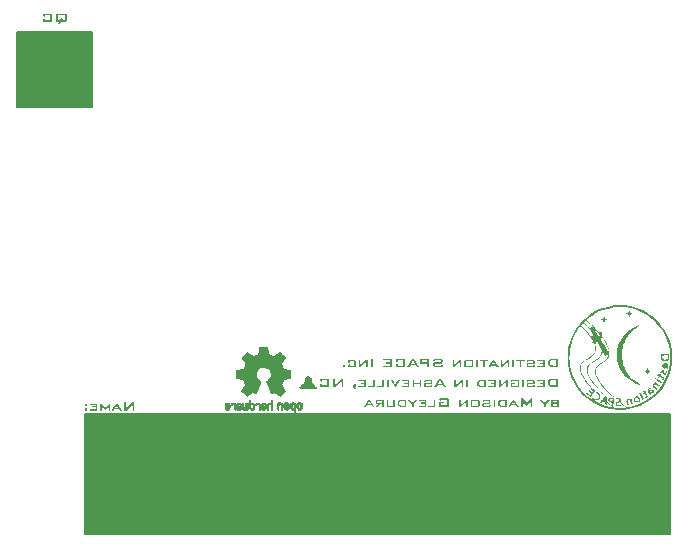
<source format=gbr>
%TF.GenerationSoftware,KiCad,Pcbnew,7.0.8*%
%TF.CreationDate,2024-01-07T13:33:52-05:00*%
%TF.ProjectId,destinationWeatherStation_r4-5,64657374-696e-4617-9469-6f6e57656174,02*%
%TF.SameCoordinates,Original*%
%TF.FileFunction,Legend,Bot*%
%TF.FilePolarity,Positive*%
%FSLAX46Y46*%
G04 Gerber Fmt 4.6, Leading zero omitted, Abs format (unit mm)*
G04 Created by KiCad (PCBNEW 7.0.8) date 2024-01-07 13:33:52*
%MOMM*%
%LPD*%
G01*
G04 APERTURE LIST*
%ADD10C,0.150000*%
%ADD11C,0.010000*%
G04 APERTURE END LIST*
D10*
X120650000Y-111125000D02*
X170180000Y-111125000D01*
X170180000Y-121285000D01*
X120650000Y-121285000D01*
X120650000Y-111125000D01*
G36*
X120650000Y-111125000D02*
G01*
X170180000Y-111125000D01*
X170180000Y-121285000D01*
X120650000Y-121285000D01*
X120650000Y-111125000D01*
G37*
X114935000Y-78740000D02*
X121285000Y-78740000D01*
X121285000Y-85090000D01*
X114935000Y-85090000D01*
X114935000Y-78740000D01*
G36*
X114935000Y-78740000D02*
G01*
X121285000Y-78740000D01*
X121285000Y-85090000D01*
X114935000Y-85090000D01*
X114935000Y-78740000D01*
G37*
G36*
X124847562Y-110828000D02*
G01*
X124847562Y-110108949D01*
X124732768Y-110108949D01*
X124224010Y-110532710D01*
X124216069Y-110539291D01*
X124208426Y-110545752D01*
X124199647Y-110553348D01*
X124191298Y-110560773D01*
X124183378Y-110568026D01*
X124178337Y-110572766D01*
X124171038Y-110579770D01*
X124163980Y-110586859D01*
X124157162Y-110594035D01*
X124150585Y-110601296D01*
X124143215Y-110609877D01*
X124142189Y-110611112D01*
X124142944Y-110600066D01*
X124143652Y-110589642D01*
X124144312Y-110579841D01*
X124145119Y-110567742D01*
X124145842Y-110556749D01*
X124146482Y-110546863D01*
X124147163Y-110536062D01*
X124147807Y-110525383D01*
X124148282Y-110514926D01*
X124148683Y-110504320D01*
X124148951Y-110494104D01*
X124149028Y-110486548D01*
X124149028Y-110108949D01*
X123997841Y-110108949D01*
X123997841Y-110828000D01*
X124112636Y-110828000D01*
X124643131Y-110383722D01*
X124651244Y-110376501D01*
X124658912Y-110369583D01*
X124666137Y-110362970D01*
X124673850Y-110355784D01*
X124676592Y-110353191D01*
X124683660Y-110346322D01*
X124691283Y-110338521D01*
X124698558Y-110330643D01*
X124703215Y-110325348D01*
X124702188Y-110335645D01*
X124701245Y-110345774D01*
X124700385Y-110355737D01*
X124699608Y-110365533D01*
X124698787Y-110377068D01*
X124698086Y-110388362D01*
X124697505Y-110399170D01*
X124697044Y-110409428D01*
X124696658Y-110420702D01*
X124696436Y-110431227D01*
X124696376Y-110439653D01*
X124696376Y-110828000D01*
X124847562Y-110828000D01*
G37*
G36*
X123772650Y-110828000D02*
G01*
X123628546Y-110828000D01*
X123554052Y-110702947D01*
X123162287Y-110702947D01*
X123087793Y-110828000D01*
X122925860Y-110828000D01*
X123066718Y-110593526D01*
X123221149Y-110593526D01*
X123492503Y-110593526D01*
X123359146Y-110342933D01*
X123221149Y-110593526D01*
X123066718Y-110593526D01*
X123282698Y-110234001D01*
X123421428Y-110234001D01*
X123772650Y-110828000D01*
G37*
G36*
X122778825Y-110828000D02*
G01*
X122778825Y-110234001D01*
X122663299Y-110234001D01*
X122373382Y-110586443D01*
X122084932Y-110234001D01*
X121968672Y-110234001D01*
X121968672Y-110828000D01*
X122102761Y-110828000D01*
X122102761Y-110419137D01*
X122367276Y-110756681D01*
X122395364Y-110756681D01*
X122663299Y-110428907D01*
X122663299Y-110828000D01*
X122778825Y-110828000D01*
G37*
G36*
X121705134Y-110828000D02*
G01*
X121705134Y-110234001D01*
X121070102Y-110234001D01*
X121070102Y-110343422D01*
X121559565Y-110343422D01*
X121559565Y-110452842D01*
X121274534Y-110452842D01*
X121274534Y-110562263D01*
X121559565Y-110562263D01*
X121559565Y-110718579D01*
X121062531Y-110718579D01*
X121062531Y-110828000D01*
X121705134Y-110828000D01*
G37*
G36*
X120704471Y-110234001D02*
G01*
X120679070Y-110234001D01*
X120668670Y-110235050D01*
X120658962Y-110239080D01*
X120653180Y-110244748D01*
X120648869Y-110254445D01*
X120646858Y-110264398D01*
X120645875Y-110275110D01*
X120645608Y-110285780D01*
X120645608Y-110400330D01*
X120645811Y-110410138D01*
X120646590Y-110420396D01*
X120648236Y-110430281D01*
X120651520Y-110439692D01*
X120653913Y-110443317D01*
X120662313Y-110448340D01*
X120672196Y-110450749D01*
X120683290Y-110452089D01*
X120694384Y-110452694D01*
X120704471Y-110452842D01*
X120829523Y-110452842D01*
X120839923Y-110451769D01*
X120849631Y-110447648D01*
X120855413Y-110441852D01*
X120859724Y-110431876D01*
X120861735Y-110421794D01*
X120862718Y-110411018D01*
X120862985Y-110400330D01*
X120862985Y-110285780D01*
X120862701Y-110274406D01*
X120861851Y-110264646D01*
X120859836Y-110254143D01*
X120855901Y-110245051D01*
X120854925Y-110243771D01*
X120846419Y-110238619D01*
X120836520Y-110236148D01*
X120825449Y-110234774D01*
X120814399Y-110234154D01*
X120804366Y-110234001D01*
X120704471Y-110234001D01*
G37*
G36*
X120704471Y-110609158D02*
G01*
X120679070Y-110609158D01*
X120668670Y-110610207D01*
X120658962Y-110614237D01*
X120653180Y-110619905D01*
X120648869Y-110629602D01*
X120646858Y-110639555D01*
X120645875Y-110650267D01*
X120645608Y-110660937D01*
X120645608Y-110775487D01*
X120645811Y-110785295D01*
X120646590Y-110795553D01*
X120648236Y-110805438D01*
X120651520Y-110814849D01*
X120653913Y-110818474D01*
X120662313Y-110823497D01*
X120672196Y-110825907D01*
X120683290Y-110827246D01*
X120694384Y-110827851D01*
X120704471Y-110828000D01*
X120829523Y-110828000D01*
X120839923Y-110826926D01*
X120849631Y-110822805D01*
X120855413Y-110817009D01*
X120859724Y-110807033D01*
X120861735Y-110796951D01*
X120862718Y-110786175D01*
X120862985Y-110775487D01*
X120862985Y-110660937D01*
X120862701Y-110649563D01*
X120861851Y-110639803D01*
X120859836Y-110629300D01*
X120855901Y-110620208D01*
X120854925Y-110618928D01*
X120846419Y-110613776D01*
X120836520Y-110611305D01*
X120825449Y-110609931D01*
X120814399Y-110609311D01*
X120804366Y-110609158D01*
X120704471Y-110609158D01*
G37*
G36*
X118949164Y-77216087D02*
G01*
X118961522Y-77216502D01*
X118973344Y-77217194D01*
X118984633Y-77218162D01*
X118995387Y-77219407D01*
X119005607Y-77220929D01*
X119015293Y-77222727D01*
X119028820Y-77225944D01*
X119041145Y-77229783D01*
X119052267Y-77234244D01*
X119062188Y-77239328D01*
X119070906Y-77245035D01*
X119078422Y-77251364D01*
X119080691Y-77253621D01*
X119087066Y-77261107D01*
X119092793Y-77269661D01*
X119097871Y-77279285D01*
X119102301Y-77289977D01*
X119106083Y-77301739D01*
X119109216Y-77314569D01*
X119111701Y-77328469D01*
X119112998Y-77338329D01*
X119114006Y-77348665D01*
X119114727Y-77359476D01*
X119115159Y-77370761D01*
X119115303Y-77382522D01*
X119115303Y-77759877D01*
X119115267Y-77766164D01*
X119114979Y-77778359D01*
X119114403Y-77790049D01*
X119113538Y-77801232D01*
X119112386Y-77811910D01*
X119110945Y-77822083D01*
X119108244Y-77836393D01*
X119104894Y-77849566D01*
X119100896Y-77861601D01*
X119096250Y-77872498D01*
X119090956Y-77882257D01*
X119085013Y-77890879D01*
X119078422Y-77898363D01*
X119070906Y-77904910D01*
X119062188Y-77910814D01*
X119052267Y-77916073D01*
X119041145Y-77920688D01*
X119028820Y-77924660D01*
X119015293Y-77927987D01*
X119005607Y-77929848D01*
X118995387Y-77931422D01*
X118984633Y-77932710D01*
X118973344Y-77933712D01*
X118961522Y-77934427D01*
X118949164Y-77934856D01*
X118936273Y-77935000D01*
X118639518Y-77935000D01*
X118558185Y-78122578D01*
X118391367Y-78122578D01*
X118482226Y-77935000D01*
X118404312Y-77935000D01*
X118391421Y-77934856D01*
X118379063Y-77934427D01*
X118367241Y-77933712D01*
X118355952Y-77932710D01*
X118345198Y-77931422D01*
X118334978Y-77929848D01*
X118325292Y-77927987D01*
X118311765Y-77924660D01*
X118299440Y-77920688D01*
X118288318Y-77916073D01*
X118278397Y-77910814D01*
X118269679Y-77904910D01*
X118262163Y-77898363D01*
X118257697Y-77893500D01*
X118251538Y-77885258D01*
X118246027Y-77875877D01*
X118241165Y-77865360D01*
X118236951Y-77853704D01*
X118233386Y-77840910D01*
X118230468Y-77826979D01*
X118228884Y-77817060D01*
X118227587Y-77806635D01*
X118226579Y-77795704D01*
X118225858Y-77784267D01*
X118225426Y-77772325D01*
X118225282Y-77759877D01*
X118225282Y-77382522D01*
X118225426Y-77370761D01*
X118225858Y-77359476D01*
X118226579Y-77348665D01*
X118227326Y-77341001D01*
X118392833Y-77341001D01*
X118392833Y-77794316D01*
X118547194Y-77794316D01*
X118644891Y-77591106D01*
X118766524Y-77639710D01*
X118699602Y-77794316D01*
X118947020Y-77794316D01*
X118947020Y-77341001D01*
X118392833Y-77341001D01*
X118227326Y-77341001D01*
X118227587Y-77338329D01*
X118228884Y-77328469D01*
X118231369Y-77314569D01*
X118234502Y-77301739D01*
X118238284Y-77289977D01*
X118242714Y-77279285D01*
X118247792Y-77269661D01*
X118253519Y-77261107D01*
X118262163Y-77251364D01*
X118269679Y-77245035D01*
X118278397Y-77239328D01*
X118288318Y-77234244D01*
X118299440Y-77229783D01*
X118311765Y-77225944D01*
X118325292Y-77222727D01*
X118334978Y-77220929D01*
X118345198Y-77219407D01*
X118355952Y-77218162D01*
X118367241Y-77217194D01*
X118379063Y-77216502D01*
X118391421Y-77216087D01*
X118404312Y-77215949D01*
X118936273Y-77215949D01*
X118949164Y-77216087D01*
G37*
G36*
X117264919Y-77341001D02*
G01*
X117717990Y-77341001D01*
X117717990Y-77794316D01*
X117264919Y-77794316D01*
X117264919Y-77638000D01*
X117096636Y-77673171D01*
X117096636Y-77759145D01*
X117096782Y-77771652D01*
X117097220Y-77783649D01*
X117097950Y-77795137D01*
X117098971Y-77806116D01*
X117100285Y-77816585D01*
X117101891Y-77826544D01*
X117104847Y-77840528D01*
X117108460Y-77853366D01*
X117112729Y-77865058D01*
X117117656Y-77875603D01*
X117123239Y-77885002D01*
X117129480Y-77893254D01*
X117134005Y-77898119D01*
X117141561Y-77904710D01*
X117150305Y-77910652D01*
X117160239Y-77915947D01*
X117171363Y-77920593D01*
X117183675Y-77924591D01*
X117197177Y-77927940D01*
X117206839Y-77929813D01*
X117217029Y-77931398D01*
X117227748Y-77932694D01*
X117238996Y-77933703D01*
X117250772Y-77934423D01*
X117263077Y-77934855D01*
X117275910Y-77935000D01*
X117707243Y-77935000D01*
X117720134Y-77934855D01*
X117732492Y-77934423D01*
X117744314Y-77933703D01*
X117755603Y-77932694D01*
X117766357Y-77931398D01*
X117776577Y-77929813D01*
X117786263Y-77927940D01*
X117799790Y-77924591D01*
X117812115Y-77920593D01*
X117823237Y-77915947D01*
X117833158Y-77910652D01*
X117841876Y-77904710D01*
X117849392Y-77898119D01*
X117855983Y-77890631D01*
X117861926Y-77881996D01*
X117867220Y-77872215D01*
X117871866Y-77861288D01*
X117875864Y-77849214D01*
X117879214Y-77835994D01*
X117881915Y-77821628D01*
X117883356Y-77811414D01*
X117884508Y-77800690D01*
X117885373Y-77789457D01*
X117885949Y-77777714D01*
X117886237Y-77765462D01*
X117886273Y-77759145D01*
X117886273Y-77383988D01*
X117886129Y-77372136D01*
X117885697Y-77360762D01*
X117884976Y-77349864D01*
X117883968Y-77339444D01*
X117882671Y-77329500D01*
X117880186Y-77315480D01*
X117877053Y-77302533D01*
X117873271Y-77290659D01*
X117868841Y-77279858D01*
X117863763Y-77270131D01*
X117858036Y-77261477D01*
X117851661Y-77253896D01*
X117849392Y-77251608D01*
X117841876Y-77245235D01*
X117833158Y-77239489D01*
X117823237Y-77234370D01*
X117812115Y-77229878D01*
X117799790Y-77226013D01*
X117786263Y-77222774D01*
X117776577Y-77220963D01*
X117766357Y-77219431D01*
X117755603Y-77218177D01*
X117744314Y-77217202D01*
X117732492Y-77216506D01*
X117720134Y-77216088D01*
X117707243Y-77215949D01*
X117275910Y-77215949D01*
X117263077Y-77216088D01*
X117250772Y-77216506D01*
X117238996Y-77217202D01*
X117227748Y-77218177D01*
X117217029Y-77219431D01*
X117206839Y-77220963D01*
X117197177Y-77222774D01*
X117183675Y-77226013D01*
X117171363Y-77229878D01*
X117160239Y-77234370D01*
X117150305Y-77239489D01*
X117141561Y-77245235D01*
X117134005Y-77251608D01*
X117127327Y-77258831D01*
X117121305Y-77267127D01*
X117115941Y-77276496D01*
X117111233Y-77286939D01*
X117107182Y-77298455D01*
X117103789Y-77311045D01*
X117101052Y-77324708D01*
X117099592Y-77334413D01*
X117098424Y-77344594D01*
X117097548Y-77355253D01*
X117096964Y-77366389D01*
X117096672Y-77378002D01*
X117096636Y-77383988D01*
X117096636Y-77454330D01*
X117264919Y-77481685D01*
X117264919Y-77341001D01*
G37*
G36*
X160736353Y-107159999D02*
G01*
X160314546Y-107159999D01*
X160301022Y-107159947D01*
X160287809Y-107159792D01*
X160274904Y-107159535D01*
X160262308Y-107159174D01*
X160250022Y-107158711D01*
X160238044Y-107158144D01*
X160226376Y-107157474D01*
X160215017Y-107156701D01*
X160203966Y-107155825D01*
X160193226Y-107154847D01*
X160182794Y-107153765D01*
X160172671Y-107152580D01*
X160162857Y-107151292D01*
X160148717Y-107149166D01*
X160135271Y-107146809D01*
X160126599Y-107145069D01*
X160113926Y-107142230D01*
X160101657Y-107139116D01*
X160089792Y-107135727D01*
X160078330Y-107132063D01*
X160067272Y-107128125D01*
X160056617Y-107123912D01*
X160046366Y-107119424D01*
X160036519Y-107114661D01*
X160027075Y-107109623D01*
X160018035Y-107104311D01*
X160008674Y-107098377D01*
X159999583Y-107092175D01*
X159990761Y-107085707D01*
X159982207Y-107078971D01*
X159973923Y-107071968D01*
X159965908Y-107064698D01*
X159958162Y-107057161D01*
X159950685Y-107049356D01*
X159943477Y-107041285D01*
X159936538Y-107032946D01*
X159929868Y-107024341D01*
X159923467Y-107015468D01*
X159917335Y-107006328D01*
X159911472Y-106996921D01*
X159905879Y-106987246D01*
X159900554Y-106977305D01*
X159895496Y-106967152D01*
X159890765Y-106956842D01*
X159886360Y-106946376D01*
X159882281Y-106935753D01*
X159878529Y-106924974D01*
X159875103Y-106914038D01*
X159872003Y-106902946D01*
X159869230Y-106891698D01*
X159866783Y-106880293D01*
X159864662Y-106868731D01*
X159862867Y-106857013D01*
X159861399Y-106845139D01*
X159860257Y-106833108D01*
X159859441Y-106820921D01*
X159858952Y-106808577D01*
X159858788Y-106796077D01*
X159858859Y-106788994D01*
X160032445Y-106788994D01*
X160032728Y-106804139D01*
X160033578Y-106818738D01*
X160034995Y-106832791D01*
X160036979Y-106846299D01*
X160039529Y-106859261D01*
X160042646Y-106871677D01*
X160046330Y-106883548D01*
X160050580Y-106894873D01*
X160055397Y-106905652D01*
X160060781Y-106915885D01*
X160066732Y-106925573D01*
X160073249Y-106934715D01*
X160080333Y-106943311D01*
X160087984Y-106951362D01*
X160096201Y-106958866D01*
X160104985Y-106965825D01*
X160114418Y-106972303D01*
X160124643Y-106978362D01*
X160135660Y-106984003D01*
X160147468Y-106989227D01*
X160160069Y-106994033D01*
X160173461Y-106998420D01*
X160187645Y-107002390D01*
X160202621Y-107005942D01*
X160218389Y-107009076D01*
X160234949Y-107011793D01*
X160252301Y-107014091D01*
X160270444Y-107015972D01*
X160289380Y-107017434D01*
X160299145Y-107018009D01*
X160309107Y-107018479D01*
X160319268Y-107018845D01*
X160329627Y-107019106D01*
X160340183Y-107019262D01*
X160350938Y-107019315D01*
X160568314Y-107019315D01*
X160568314Y-106566000D01*
X160270338Y-106566000D01*
X160255877Y-106566221D01*
X160241864Y-106566885D01*
X160228300Y-106567992D01*
X160215184Y-106569541D01*
X160202517Y-106571534D01*
X160190298Y-106573968D01*
X160178528Y-106576846D01*
X160167206Y-106580166D01*
X160156332Y-106583929D01*
X160145907Y-106588134D01*
X160135931Y-106592783D01*
X160126402Y-106597874D01*
X160117322Y-106603407D01*
X160108691Y-106609384D01*
X160100508Y-106615803D01*
X160092773Y-106622664D01*
X160085468Y-106629926D01*
X160078634Y-106637605D01*
X160072271Y-106645702D01*
X160066380Y-106654217D01*
X160060959Y-106663150D01*
X160056011Y-106672501D01*
X160051533Y-106682270D01*
X160047527Y-106692457D01*
X160043992Y-106703061D01*
X160040929Y-106714084D01*
X160038336Y-106725524D01*
X160036216Y-106737382D01*
X160034566Y-106749658D01*
X160033388Y-106762352D01*
X160032681Y-106775464D01*
X160032445Y-106788994D01*
X159858859Y-106788994D01*
X159858893Y-106785528D01*
X159859206Y-106775130D01*
X159859729Y-106764883D01*
X159860460Y-106754788D01*
X159861400Y-106744844D01*
X159862549Y-106735051D01*
X159865475Y-106715919D01*
X159869235Y-106697392D01*
X159873832Y-106679470D01*
X159879265Y-106662152D01*
X159885533Y-106645440D01*
X159892637Y-106629332D01*
X159900577Y-106613830D01*
X159909352Y-106598932D01*
X159918964Y-106584639D01*
X159929411Y-106570951D01*
X159940694Y-106557867D01*
X159952812Y-106545389D01*
X159965767Y-106533516D01*
X159979498Y-106522306D01*
X159993946Y-106511820D01*
X160009112Y-106502057D01*
X160024996Y-106493017D01*
X160041596Y-106484700D01*
X160058915Y-106477107D01*
X160076951Y-106470237D01*
X160086238Y-106467073D01*
X160095704Y-106464090D01*
X160105350Y-106461287D01*
X160115175Y-106458666D01*
X160125179Y-106456225D01*
X160135363Y-106453965D01*
X160145726Y-106451886D01*
X160156269Y-106449987D01*
X160166990Y-106448270D01*
X160177892Y-106446733D01*
X160188972Y-106445377D01*
X160200232Y-106444202D01*
X160211672Y-106443208D01*
X160223290Y-106442394D01*
X160235088Y-106441761D01*
X160247066Y-106441309D01*
X160259223Y-106441038D01*
X160271559Y-106440948D01*
X160736353Y-106440948D01*
X160736353Y-107159999D01*
G37*
G36*
X159603066Y-107159999D02*
G01*
X159603066Y-106566000D01*
X158968035Y-106566000D01*
X158968035Y-106675421D01*
X159457497Y-106675421D01*
X159457497Y-106784841D01*
X159172466Y-106784841D01*
X159172466Y-106894262D01*
X159457497Y-106894262D01*
X159457497Y-107050578D01*
X158960463Y-107050578D01*
X158960463Y-107159999D01*
X159603066Y-107159999D01*
G37*
G36*
X158205264Y-106675421D02*
G01*
X158612661Y-106675421D01*
X158612661Y-106800473D01*
X158227002Y-106800473D01*
X158215877Y-106800582D01*
X158205218Y-106800908D01*
X158195025Y-106801452D01*
X158180608Y-106802676D01*
X158167239Y-106804389D01*
X158154917Y-106806591D01*
X158143643Y-106809283D01*
X158133416Y-106812464D01*
X158124237Y-106816135D01*
X158113627Y-106821791D01*
X158104880Y-106828317D01*
X158097496Y-106835995D01*
X158091096Y-106845231D01*
X158085681Y-106856023D01*
X158081250Y-106868373D01*
X158078573Y-106878657D01*
X158076450Y-106889816D01*
X158074881Y-106901852D01*
X158073865Y-106914763D01*
X158073404Y-106928551D01*
X158073373Y-106933341D01*
X158073373Y-107017605D01*
X158073499Y-107027719D01*
X158074160Y-107042121D01*
X158075388Y-107055600D01*
X158077183Y-107068156D01*
X158079544Y-107079789D01*
X158082472Y-107090498D01*
X158085967Y-107100285D01*
X158091508Y-107111898D01*
X158098057Y-107121870D01*
X158105613Y-107130201D01*
X158114509Y-107137185D01*
X158125198Y-107143237D01*
X158134393Y-107147166D01*
X158144596Y-107150570D01*
X158155808Y-107153451D01*
X158168029Y-107155808D01*
X158181259Y-107157641D01*
X158195497Y-107158951D01*
X158205551Y-107159533D01*
X158216052Y-107159882D01*
X158227002Y-107159999D01*
X158611196Y-107159999D01*
X158622414Y-107159882D01*
X158633170Y-107159533D01*
X158643465Y-107158951D01*
X158653297Y-107158136D01*
X158667180Y-107156477D01*
X158680025Y-107154295D01*
X158691830Y-107151589D01*
X158702596Y-107148359D01*
X158712323Y-107144605D01*
X158723677Y-107138785D01*
X158733183Y-107132034D01*
X158735271Y-107130201D01*
X158742885Y-107121870D01*
X158749483Y-107111898D01*
X158755066Y-107100285D01*
X158758588Y-107090498D01*
X158761538Y-107079789D01*
X158763917Y-107068156D01*
X158765725Y-107055600D01*
X158766962Y-107042121D01*
X158767629Y-107027719D01*
X158767756Y-107017605D01*
X158767756Y-106999287D01*
X158639284Y-106972420D01*
X158639284Y-107050578D01*
X158203799Y-107050578D01*
X158203799Y-106909894D01*
X158587260Y-106909894D01*
X158598418Y-106909782D01*
X158609116Y-106909447D01*
X158619354Y-106908889D01*
X158629132Y-106908108D01*
X158642938Y-106906517D01*
X158655708Y-106904424D01*
X158667444Y-106901829D01*
X158678145Y-106898731D01*
X158687812Y-106895131D01*
X158699091Y-106889550D01*
X158708530Y-106883076D01*
X158710603Y-106881317D01*
X158718102Y-106873349D01*
X158724601Y-106863854D01*
X158730100Y-106852833D01*
X158733568Y-106843565D01*
X158736474Y-106833438D01*
X158738818Y-106822453D01*
X158740599Y-106810609D01*
X158741817Y-106797907D01*
X158742474Y-106784345D01*
X158742599Y-106774828D01*
X158742599Y-106708393D01*
X158742474Y-106698397D01*
X158741817Y-106684153D01*
X158740599Y-106670811D01*
X158738818Y-106658370D01*
X158736474Y-106646831D01*
X158733568Y-106636193D01*
X158730100Y-106626458D01*
X158724601Y-106614879D01*
X158718102Y-106604903D01*
X158710603Y-106596530D01*
X158701623Y-106589375D01*
X158690804Y-106583173D01*
X158681482Y-106579148D01*
X158671126Y-106575660D01*
X158659735Y-106572708D01*
X158647309Y-106570293D01*
X158633849Y-106568415D01*
X158619354Y-106567073D01*
X158609116Y-106566477D01*
X158598418Y-106566119D01*
X158587260Y-106566000D01*
X158236039Y-106566000D01*
X158225056Y-106566113D01*
X158214515Y-106566454D01*
X158204417Y-106567022D01*
X158190100Y-106568299D01*
X158176779Y-106570087D01*
X158164455Y-106572386D01*
X158153126Y-106575196D01*
X158142793Y-106578517D01*
X158133457Y-106582349D01*
X158122558Y-106588253D01*
X158113429Y-106595065D01*
X158105644Y-106603026D01*
X158098897Y-106612376D01*
X158093187Y-106623115D01*
X158088516Y-106635243D01*
X158085694Y-106645250D01*
X158083456Y-106656040D01*
X158081801Y-106667610D01*
X158080731Y-106679962D01*
X158080244Y-106693095D01*
X158080212Y-106697647D01*
X158080212Y-106711813D01*
X158205264Y-106737947D01*
X158205264Y-106675421D01*
G37*
G36*
X157471315Y-106675421D02*
G01*
X157471315Y-107159999D01*
X157615418Y-107159999D01*
X157615418Y-106675421D01*
X157901182Y-106675421D01*
X157901182Y-106566000D01*
X157184818Y-106566000D01*
X157184818Y-106675421D01*
X157471315Y-106675421D01*
G37*
G36*
X156998460Y-107159999D02*
G01*
X156998460Y-106566000D01*
X156854846Y-106566000D01*
X156854846Y-107159999D01*
X156998460Y-107159999D01*
G37*
G36*
X156591063Y-107159999D02*
G01*
X156591063Y-106566000D01*
X156491901Y-106566000D01*
X155989493Y-106960452D01*
X155989493Y-106566000D01*
X155858823Y-106566000D01*
X155858823Y-107159999D01*
X155958719Y-107159999D01*
X156459661Y-106759440D01*
X156459661Y-107159999D01*
X156591063Y-107159999D01*
G37*
G36*
X155684678Y-107159999D02*
G01*
X155540575Y-107159999D01*
X155466081Y-107034946D01*
X155074315Y-107034946D01*
X154999821Y-107159999D01*
X154837888Y-107159999D01*
X154978746Y-106925525D01*
X155133178Y-106925525D01*
X155404532Y-106925525D01*
X155271175Y-106674932D01*
X155133178Y-106925525D01*
X154978746Y-106925525D01*
X155194727Y-106566000D01*
X155333457Y-106566000D01*
X155684678Y-107159999D01*
G37*
G36*
X154376269Y-106675421D02*
G01*
X154376269Y-107159999D01*
X154520372Y-107159999D01*
X154520372Y-106675421D01*
X154806137Y-106675421D01*
X154806137Y-106566000D01*
X154089772Y-106566000D01*
X154089772Y-106675421D01*
X154376269Y-106675421D01*
G37*
G36*
X153941517Y-107159999D02*
G01*
X153941517Y-106566000D01*
X153797902Y-106566000D01*
X153797902Y-107159999D01*
X153941517Y-107159999D01*
G37*
G36*
X153405783Y-106566116D02*
G01*
X153416444Y-106566465D01*
X153426642Y-106567047D01*
X153441070Y-106568357D01*
X153454455Y-106570190D01*
X153466796Y-106572547D01*
X153478094Y-106575428D01*
X153488348Y-106578833D01*
X153497560Y-106582761D01*
X153508219Y-106588814D01*
X153517023Y-106595798D01*
X153524407Y-106603995D01*
X153530807Y-106613810D01*
X153536223Y-106625244D01*
X153539638Y-106634881D01*
X153542499Y-106645428D01*
X153544807Y-106656886D01*
X153546561Y-106669254D01*
X153547761Y-106682531D01*
X153548407Y-106696719D01*
X153548530Y-106706684D01*
X153548530Y-107023467D01*
X153548407Y-107033162D01*
X153547761Y-107046968D01*
X153546561Y-107059889D01*
X153544807Y-107071927D01*
X153542499Y-107083079D01*
X153539638Y-107093347D01*
X153536223Y-107102731D01*
X153530807Y-107113867D01*
X153524407Y-107123431D01*
X153517023Y-107131422D01*
X153508219Y-107138120D01*
X153497560Y-107143924D01*
X153488348Y-107147692D01*
X153478094Y-107150957D01*
X153466796Y-107153720D01*
X153454455Y-107155980D01*
X153441070Y-107157738D01*
X153426642Y-107158994D01*
X153416444Y-107159552D01*
X153405783Y-107159887D01*
X153394657Y-107159999D01*
X152936702Y-107159999D01*
X152925635Y-107159887D01*
X152915025Y-107159552D01*
X152904874Y-107158994D01*
X152890506Y-107157738D01*
X152877168Y-107155980D01*
X152864860Y-107153720D01*
X152853583Y-107150957D01*
X152843336Y-107147692D01*
X152834120Y-107143924D01*
X152823434Y-107138120D01*
X152814580Y-107131422D01*
X152808906Y-107125576D01*
X152802208Y-107116405D01*
X152796503Y-107105663D01*
X152792875Y-107096574D01*
X152789805Y-107086600D01*
X152787294Y-107075742D01*
X152785340Y-107064000D01*
X152783945Y-107051373D01*
X152783108Y-107037862D01*
X152782829Y-107023467D01*
X152782829Y-106706684D01*
X152782951Y-106696719D01*
X152783592Y-106682531D01*
X152784230Y-106675421D01*
X152926932Y-106675421D01*
X152926932Y-107050578D01*
X153404183Y-107050578D01*
X153404183Y-106675421D01*
X152926932Y-106675421D01*
X152784230Y-106675421D01*
X152784783Y-106669254D01*
X152786523Y-106656886D01*
X152788813Y-106645428D01*
X152791652Y-106634881D01*
X152795041Y-106625244D01*
X152800414Y-106613810D01*
X152806765Y-106603995D01*
X152814092Y-106595798D01*
X152816090Y-106593964D01*
X152825264Y-106587213D01*
X152836331Y-106581393D01*
X152845874Y-106577640D01*
X152856481Y-106574410D01*
X152868154Y-106571703D01*
X152880890Y-106569521D01*
X152894692Y-106567862D01*
X152904485Y-106567047D01*
X152914751Y-106566465D01*
X152925490Y-106566116D01*
X152936702Y-106566000D01*
X153394657Y-106566000D01*
X153405783Y-106566116D01*
G37*
G36*
X152533701Y-107159999D02*
G01*
X152533701Y-106566000D01*
X152434539Y-106566000D01*
X151932131Y-106960452D01*
X151932131Y-106566000D01*
X151801461Y-106566000D01*
X151801461Y-107159999D01*
X151901356Y-107159999D01*
X152402298Y-106759440D01*
X152402298Y-107159999D01*
X152533701Y-107159999D01*
G37*
G36*
X150317197Y-106566000D02*
G01*
X150790051Y-106566000D01*
X150790051Y-106722315D01*
X150339668Y-106722315D01*
X150326687Y-106722457D01*
X150314243Y-106722884D01*
X150302339Y-106723595D01*
X150290972Y-106724590D01*
X150280143Y-106725869D01*
X150269852Y-106727433D01*
X150260100Y-106729281D01*
X150246480Y-106732586D01*
X150234071Y-106736531D01*
X150222872Y-106741116D01*
X150212885Y-106746340D01*
X150204108Y-106752204D01*
X150196541Y-106758708D01*
X150189863Y-106766033D01*
X150183842Y-106774453D01*
X150178477Y-106783967D01*
X150173769Y-106794577D01*
X150169719Y-106806281D01*
X150166325Y-106819080D01*
X150163588Y-106832974D01*
X150162128Y-106842845D01*
X150160960Y-106853203D01*
X150160085Y-106864047D01*
X150159501Y-106875377D01*
X150159209Y-106887194D01*
X150159172Y-106893285D01*
X150159172Y-106987319D01*
X150159318Y-106999499D01*
X150159756Y-107011190D01*
X150160486Y-107022390D01*
X150161508Y-107033099D01*
X150162821Y-107043318D01*
X150164427Y-107053047D01*
X150167383Y-107066720D01*
X150170996Y-107079291D01*
X150175266Y-107090757D01*
X150180192Y-107101121D01*
X150185776Y-107110381D01*
X150192016Y-107118537D01*
X150196541Y-107123362D01*
X150204108Y-107129909D01*
X150212885Y-107135813D01*
X150222872Y-107141072D01*
X150234071Y-107145687D01*
X150246480Y-107149659D01*
X150260100Y-107152986D01*
X150269852Y-107154847D01*
X150280143Y-107156421D01*
X150290972Y-107157709D01*
X150302339Y-107158711D01*
X150314243Y-107159426D01*
X150326687Y-107159855D01*
X150339668Y-107159999D01*
X150786144Y-107159999D01*
X150799096Y-107159855D01*
X150811514Y-107159426D01*
X150823398Y-107158711D01*
X150834748Y-107157709D01*
X150845563Y-107156421D01*
X150855844Y-107154847D01*
X150865591Y-107152986D01*
X150879210Y-107149659D01*
X150891626Y-107145687D01*
X150902840Y-107141072D01*
X150912852Y-107135813D01*
X150921662Y-107129909D01*
X150929270Y-107123362D01*
X150935904Y-107115941D01*
X150941887Y-107107417D01*
X150947216Y-107097789D01*
X150951893Y-107087058D01*
X150955917Y-107075223D01*
X150959289Y-107062285D01*
X150962008Y-107048244D01*
X150963458Y-107038270D01*
X150964618Y-107027806D01*
X150965488Y-107016851D01*
X150966068Y-107005406D01*
X150966359Y-106993470D01*
X150966395Y-106987319D01*
X150966395Y-106969245D01*
X150818139Y-106941157D01*
X150818139Y-107019315D01*
X150307428Y-107019315D01*
X150307428Y-106862999D01*
X150758056Y-106862999D01*
X150770947Y-106862856D01*
X150783304Y-106862427D01*
X150795127Y-106861711D01*
X150806416Y-106860709D01*
X150817170Y-106859421D01*
X150827390Y-106857847D01*
X150837076Y-106855987D01*
X150850603Y-106852659D01*
X150862927Y-106848688D01*
X150874050Y-106844073D01*
X150883970Y-106838813D01*
X150892689Y-106832910D01*
X150900205Y-106826363D01*
X150906796Y-106818892D01*
X150912739Y-106810309D01*
X150918033Y-106800614D01*
X150922679Y-106789806D01*
X150926677Y-106777887D01*
X150930026Y-106764857D01*
X150932728Y-106750714D01*
X150934168Y-106740667D01*
X150935321Y-106730127D01*
X150936185Y-106719092D01*
X150936761Y-106707563D01*
X150937050Y-106695539D01*
X150937086Y-106689343D01*
X150937086Y-106608254D01*
X150936942Y-106596433D01*
X150936509Y-106585089D01*
X150935789Y-106574222D01*
X150934781Y-106563832D01*
X150933484Y-106553919D01*
X150930999Y-106539945D01*
X150927865Y-106527043D01*
X150924084Y-106515215D01*
X150919654Y-106504460D01*
X150914575Y-106494779D01*
X150908849Y-106486171D01*
X150902474Y-106478636D01*
X150900205Y-106476363D01*
X150892689Y-106470034D01*
X150883970Y-106464327D01*
X150874050Y-106459243D01*
X150862927Y-106454782D01*
X150850603Y-106450943D01*
X150837076Y-106447726D01*
X150827390Y-106445928D01*
X150817170Y-106444406D01*
X150806416Y-106443161D01*
X150795127Y-106442193D01*
X150783304Y-106441501D01*
X150770947Y-106441086D01*
X150758056Y-106440948D01*
X150347972Y-106440948D01*
X150335488Y-106441081D01*
X150323498Y-106441482D01*
X150312002Y-106442150D01*
X150301001Y-106443085D01*
X150290494Y-106444287D01*
X150280481Y-106445756D01*
X150266388Y-106448461D01*
X150253407Y-106451767D01*
X150241538Y-106455674D01*
X150230781Y-106460182D01*
X150221136Y-106465291D01*
X150212603Y-106471001D01*
X150207532Y-106475142D01*
X150200592Y-106482019D01*
X150194335Y-106489828D01*
X150188760Y-106498568D01*
X150183867Y-106508240D01*
X150179658Y-106518844D01*
X150176131Y-106530380D01*
X150173286Y-106542847D01*
X150171125Y-106556245D01*
X150169646Y-106570576D01*
X150169039Y-106580647D01*
X150168736Y-106591132D01*
X150168698Y-106596530D01*
X150168698Y-106610941D01*
X150317197Y-106644158D01*
X150317197Y-106566000D01*
G37*
G36*
X149810882Y-107159999D02*
G01*
X149645529Y-107159999D01*
X149645529Y-106878631D01*
X149192947Y-106878631D01*
X149182356Y-106878501D01*
X149172137Y-106878112D01*
X149157506Y-106877041D01*
X149143712Y-106875387D01*
X149130756Y-106873149D01*
X149118637Y-106870326D01*
X149107354Y-106866920D01*
X149096909Y-106862931D01*
X149087302Y-106858357D01*
X149078531Y-106853199D01*
X149068139Y-106845414D01*
X149059095Y-106836484D01*
X149051256Y-106826302D01*
X149046168Y-106817844D01*
X149041759Y-106808682D01*
X149038028Y-106798816D01*
X149034976Y-106788246D01*
X149032602Y-106776971D01*
X149030906Y-106764993D01*
X149029888Y-106752310D01*
X149029549Y-106738924D01*
X149029549Y-106697403D01*
X149191726Y-106697403D01*
X149191868Y-106703143D01*
X149193001Y-106713618D01*
X149195756Y-106724147D01*
X149200794Y-106733947D01*
X149207846Y-106741366D01*
X149213487Y-106744884D01*
X149223669Y-106748808D01*
X149234516Y-106751241D01*
X149245052Y-106752612D01*
X149256947Y-106753388D01*
X149267442Y-106753578D01*
X149645529Y-106753578D01*
X149645529Y-106566000D01*
X149267442Y-106566000D01*
X149259489Y-106566109D01*
X149249647Y-106566596D01*
X149238567Y-106567752D01*
X149227067Y-106569941D01*
X149217524Y-106573007D01*
X149207846Y-106578456D01*
X149204068Y-106581857D01*
X149198023Y-106590375D01*
X149194387Y-106599706D01*
X149192293Y-106610791D01*
X149191726Y-106621687D01*
X149191726Y-106697403D01*
X149029549Y-106697403D01*
X149029549Y-106580654D01*
X149029888Y-106567226D01*
X149030906Y-106554511D01*
X149032602Y-106542508D01*
X149034976Y-106531218D01*
X149038028Y-106520641D01*
X149041759Y-106510776D01*
X149046168Y-106501624D01*
X149051256Y-106493185D01*
X149059095Y-106483041D01*
X149068139Y-106474165D01*
X149073149Y-106470142D01*
X149081362Y-106464595D01*
X149090411Y-106459632D01*
X149100298Y-106455253D01*
X149111022Y-106451458D01*
X149122583Y-106448246D01*
X149134982Y-106445619D01*
X149148217Y-106443575D01*
X149162290Y-106442115D01*
X149172137Y-106441467D01*
X149182356Y-106441077D01*
X149192947Y-106440948D01*
X149810882Y-106440948D01*
X149810882Y-107159999D01*
G37*
G36*
X148947728Y-107159999D02*
G01*
X148780177Y-107159999D01*
X148696158Y-107003683D01*
X148237958Y-107003683D01*
X148151252Y-107159999D01*
X147962696Y-107159999D01*
X148124788Y-106878631D01*
X148307811Y-106878631D01*
X148624350Y-106878631D01*
X148463638Y-106582364D01*
X148307811Y-106878631D01*
X148124788Y-106878631D01*
X148376932Y-106440948D01*
X148538865Y-106440948D01*
X148947728Y-107159999D01*
G37*
G36*
X147174525Y-106566000D02*
G01*
X147627595Y-106566000D01*
X147627595Y-107019315D01*
X147174525Y-107019315D01*
X147174525Y-106862999D01*
X147006241Y-106898170D01*
X147006241Y-106984144D01*
X147006387Y-106996651D01*
X147006825Y-107008648D01*
X147007555Y-107020136D01*
X147008577Y-107031115D01*
X147009891Y-107041584D01*
X147011496Y-107051543D01*
X147014452Y-107065527D01*
X147018065Y-107078365D01*
X147022335Y-107090057D01*
X147027261Y-107100602D01*
X147032845Y-107110001D01*
X147039085Y-107118253D01*
X147043610Y-107123118D01*
X147051166Y-107129709D01*
X147059911Y-107135651D01*
X147069845Y-107140946D01*
X147080968Y-107145592D01*
X147093281Y-107149590D01*
X147106782Y-107152939D01*
X147116444Y-107154812D01*
X147126635Y-107156397D01*
X147137354Y-107157693D01*
X147148601Y-107158702D01*
X147160378Y-107159422D01*
X147172682Y-107159854D01*
X147185516Y-107159999D01*
X147616848Y-107159999D01*
X147629740Y-107159854D01*
X147642097Y-107159422D01*
X147653920Y-107158702D01*
X147665208Y-107157693D01*
X147675963Y-107156397D01*
X147686183Y-107154812D01*
X147695869Y-107152939D01*
X147709395Y-107149590D01*
X147721720Y-107145592D01*
X147732843Y-107140946D01*
X147742763Y-107135651D01*
X147751482Y-107129709D01*
X147758998Y-107123118D01*
X147765589Y-107115630D01*
X147771531Y-107106995D01*
X147776826Y-107097214D01*
X147781472Y-107086287D01*
X147785470Y-107074213D01*
X147788819Y-107060993D01*
X147791520Y-107046627D01*
X147792961Y-107036413D01*
X147794114Y-107025689D01*
X147794978Y-107014456D01*
X147795554Y-107002713D01*
X147795842Y-106990461D01*
X147795878Y-106984144D01*
X147795878Y-106608987D01*
X147795734Y-106597135D01*
X147795302Y-106585761D01*
X147794582Y-106574863D01*
X147793573Y-106564443D01*
X147792277Y-106554499D01*
X147789792Y-106540479D01*
X147786658Y-106527532D01*
X147782877Y-106515658D01*
X147778446Y-106504857D01*
X147773368Y-106495130D01*
X147767642Y-106486476D01*
X147761267Y-106478895D01*
X147758998Y-106476607D01*
X147751482Y-106470234D01*
X147742763Y-106464488D01*
X147732843Y-106459369D01*
X147721720Y-106454877D01*
X147709395Y-106451012D01*
X147695869Y-106447773D01*
X147686183Y-106445962D01*
X147675963Y-106444430D01*
X147665208Y-106443176D01*
X147653920Y-106442201D01*
X147642097Y-106441505D01*
X147629740Y-106441087D01*
X147616848Y-106440948D01*
X147185516Y-106440948D01*
X147172682Y-106441087D01*
X147160378Y-106441505D01*
X147148601Y-106442201D01*
X147137354Y-106443176D01*
X147126635Y-106444430D01*
X147116444Y-106445962D01*
X147106782Y-106447773D01*
X147093281Y-106451012D01*
X147080968Y-106454877D01*
X147069845Y-106459369D01*
X147059911Y-106464488D01*
X147051166Y-106470234D01*
X147043610Y-106476607D01*
X147036932Y-106483830D01*
X147030911Y-106492126D01*
X147025546Y-106501495D01*
X147020839Y-106511938D01*
X147016788Y-106523454D01*
X147013394Y-106536044D01*
X147010657Y-106549707D01*
X147009197Y-106559412D01*
X147008029Y-106569593D01*
X147007154Y-106580252D01*
X147006570Y-106591388D01*
X147006278Y-106603001D01*
X147006241Y-106608987D01*
X147006241Y-106679329D01*
X147174525Y-106706684D01*
X147174525Y-106566000D01*
G37*
G36*
X146671873Y-107159999D02*
G01*
X146671873Y-106440948D01*
X145932305Y-106440948D01*
X145932305Y-106566000D01*
X146503834Y-106566000D01*
X146503834Y-106722315D01*
X146170198Y-106722315D01*
X146170198Y-106847368D01*
X146503834Y-106847368D01*
X146503834Y-107019315D01*
X145925467Y-107019315D01*
X145925467Y-107159999D01*
X146671873Y-107159999D01*
G37*
G36*
X145074525Y-107159999D02*
G01*
X145074525Y-106440948D01*
X144906485Y-106440948D01*
X144906485Y-107159999D01*
X145074525Y-107159999D01*
G37*
G36*
X144589947Y-107159999D02*
G01*
X144589947Y-106566000D01*
X144490784Y-106566000D01*
X143988377Y-106960452D01*
X143988377Y-106566000D01*
X143857707Y-106566000D01*
X143857707Y-107159999D01*
X143957602Y-107159999D01*
X144458544Y-106759440D01*
X144458544Y-107159999D01*
X144589947Y-107159999D01*
G37*
G36*
X143074664Y-106675421D02*
G01*
X143463499Y-106675421D01*
X143463499Y-107050578D01*
X143074664Y-107050578D01*
X143074664Y-106925525D01*
X142928851Y-106954835D01*
X142928851Y-107023955D01*
X142929135Y-107038220D01*
X142929985Y-107051613D01*
X142931401Y-107064134D01*
X142933385Y-107075784D01*
X142935935Y-107086563D01*
X142939052Y-107096470D01*
X142944090Y-107108323D01*
X142950135Y-107118627D01*
X142957187Y-107127382D01*
X142961091Y-107131178D01*
X142970014Y-107137933D01*
X142980783Y-107143787D01*
X142990073Y-107147586D01*
X143000401Y-107150879D01*
X143011768Y-107153666D01*
X143024175Y-107155946D01*
X143037620Y-107157719D01*
X143052104Y-107158985D01*
X143062338Y-107159548D01*
X143073033Y-107159886D01*
X143084190Y-107159999D01*
X143453973Y-107159999D01*
X143464954Y-107159887D01*
X143475486Y-107159552D01*
X143485569Y-107158994D01*
X143499854Y-107157738D01*
X143513130Y-107155980D01*
X143525396Y-107153720D01*
X143536654Y-107150957D01*
X143546903Y-107147692D01*
X143556143Y-107143924D01*
X143566894Y-107138120D01*
X143575850Y-107131422D01*
X143583349Y-107123492D01*
X143589849Y-107113989D01*
X143595348Y-107102914D01*
X143598816Y-107093576D01*
X143601722Y-107083354D01*
X143604066Y-107072247D01*
X143605847Y-107060256D01*
X143607065Y-107047380D01*
X143607721Y-107033620D01*
X143607846Y-107023955D01*
X143607846Y-106706195D01*
X143607722Y-106696261D01*
X143607071Y-106682113D01*
X143605862Y-106668872D01*
X143604094Y-106656536D01*
X143601769Y-106645107D01*
X143598885Y-106634583D01*
X143595443Y-106624965D01*
X143589986Y-106613551D01*
X143583536Y-106603747D01*
X143576095Y-106595553D01*
X143567241Y-106588627D01*
X143556555Y-106582624D01*
X143547339Y-106578727D01*
X143537092Y-106575351D01*
X143525815Y-106572494D01*
X143513507Y-106570156D01*
X143500170Y-106568338D01*
X143485801Y-106567039D01*
X143475650Y-106566462D01*
X143465041Y-106566115D01*
X143453973Y-106566000D01*
X143084190Y-106566000D01*
X143072974Y-106566115D01*
X143062227Y-106566462D01*
X143051947Y-106567039D01*
X143042134Y-106567847D01*
X143028292Y-106569492D01*
X143015501Y-106571657D01*
X143003762Y-106574341D01*
X142993076Y-106577544D01*
X142983441Y-106581267D01*
X142972230Y-106587039D01*
X142962890Y-106593735D01*
X142960847Y-106595553D01*
X142953348Y-106603747D01*
X142946849Y-106613551D01*
X142941350Y-106624965D01*
X142937881Y-106634583D01*
X142934975Y-106645107D01*
X142932632Y-106656536D01*
X142930851Y-106668872D01*
X142929632Y-106682113D01*
X142928976Y-106696261D01*
X142928851Y-106706195D01*
X142928851Y-106763592D01*
X143074664Y-106784841D01*
X143074664Y-106675421D01*
G37*
G36*
X142541970Y-106941157D02*
G01*
X142516569Y-106941157D01*
X142506170Y-106942206D01*
X142496461Y-106946236D01*
X142490679Y-106951904D01*
X142486369Y-106961601D01*
X142484358Y-106971554D01*
X142483374Y-106982266D01*
X142483108Y-106992936D01*
X142483108Y-107107486D01*
X142483311Y-107117294D01*
X142484089Y-107127552D01*
X142485735Y-107137437D01*
X142489020Y-107146848D01*
X142491412Y-107150473D01*
X142499813Y-107155496D01*
X142509695Y-107157906D01*
X142520789Y-107159245D01*
X142531884Y-107159850D01*
X142541970Y-107159999D01*
X142667023Y-107159999D01*
X142677422Y-107158925D01*
X142687131Y-107154804D01*
X142692913Y-107149008D01*
X142697223Y-107139032D01*
X142699235Y-107128950D01*
X142700218Y-107118174D01*
X142700484Y-107107486D01*
X142700484Y-106992936D01*
X142700201Y-106981562D01*
X142699351Y-106971802D01*
X142697336Y-106961299D01*
X142693400Y-106952207D01*
X142692424Y-106950927D01*
X142683919Y-106945775D01*
X142674019Y-106943304D01*
X142662948Y-106941930D01*
X142651899Y-106941310D01*
X142641866Y-106941157D01*
X142541970Y-106941157D01*
G37*
G36*
X160736353Y-108839999D02*
G01*
X160314546Y-108839999D01*
X160301022Y-108839947D01*
X160287809Y-108839792D01*
X160274904Y-108839535D01*
X160262308Y-108839174D01*
X160250022Y-108838711D01*
X160238044Y-108838144D01*
X160226376Y-108837474D01*
X160215017Y-108836701D01*
X160203966Y-108835825D01*
X160193226Y-108834847D01*
X160182794Y-108833765D01*
X160172671Y-108832580D01*
X160162857Y-108831292D01*
X160148717Y-108829166D01*
X160135271Y-108826809D01*
X160126599Y-108825069D01*
X160113926Y-108822230D01*
X160101657Y-108819116D01*
X160089792Y-108815727D01*
X160078330Y-108812063D01*
X160067272Y-108808125D01*
X160056617Y-108803912D01*
X160046366Y-108799424D01*
X160036519Y-108794661D01*
X160027075Y-108789623D01*
X160018035Y-108784311D01*
X160008674Y-108778377D01*
X159999583Y-108772175D01*
X159990761Y-108765707D01*
X159982207Y-108758971D01*
X159973923Y-108751968D01*
X159965908Y-108744698D01*
X159958162Y-108737161D01*
X159950685Y-108729356D01*
X159943477Y-108721285D01*
X159936538Y-108712946D01*
X159929868Y-108704341D01*
X159923467Y-108695468D01*
X159917335Y-108686328D01*
X159911472Y-108676921D01*
X159905879Y-108667246D01*
X159900554Y-108657305D01*
X159895496Y-108647152D01*
X159890765Y-108636842D01*
X159886360Y-108626376D01*
X159882281Y-108615753D01*
X159878529Y-108604974D01*
X159875103Y-108594038D01*
X159872003Y-108582946D01*
X159869230Y-108571698D01*
X159866783Y-108560293D01*
X159864662Y-108548731D01*
X159862867Y-108537013D01*
X159861399Y-108525139D01*
X159860257Y-108513108D01*
X159859441Y-108500921D01*
X159858952Y-108488577D01*
X159858788Y-108476077D01*
X159858859Y-108468994D01*
X160032445Y-108468994D01*
X160032728Y-108484139D01*
X160033578Y-108498738D01*
X160034995Y-108512791D01*
X160036979Y-108526299D01*
X160039529Y-108539261D01*
X160042646Y-108551677D01*
X160046330Y-108563548D01*
X160050580Y-108574873D01*
X160055397Y-108585652D01*
X160060781Y-108595885D01*
X160066732Y-108605573D01*
X160073249Y-108614715D01*
X160080333Y-108623311D01*
X160087984Y-108631362D01*
X160096201Y-108638866D01*
X160104985Y-108645825D01*
X160114418Y-108652303D01*
X160124643Y-108658362D01*
X160135660Y-108664003D01*
X160147468Y-108669227D01*
X160160069Y-108674033D01*
X160173461Y-108678420D01*
X160187645Y-108682390D01*
X160202621Y-108685942D01*
X160218389Y-108689076D01*
X160234949Y-108691793D01*
X160252301Y-108694091D01*
X160270444Y-108695972D01*
X160289380Y-108697434D01*
X160299145Y-108698009D01*
X160309107Y-108698479D01*
X160319268Y-108698845D01*
X160329627Y-108699106D01*
X160340183Y-108699262D01*
X160350938Y-108699315D01*
X160568314Y-108699315D01*
X160568314Y-108246000D01*
X160270338Y-108246000D01*
X160255877Y-108246221D01*
X160241864Y-108246885D01*
X160228300Y-108247992D01*
X160215184Y-108249541D01*
X160202517Y-108251534D01*
X160190298Y-108253968D01*
X160178528Y-108256846D01*
X160167206Y-108260166D01*
X160156332Y-108263929D01*
X160145907Y-108268134D01*
X160135931Y-108272783D01*
X160126402Y-108277874D01*
X160117322Y-108283407D01*
X160108691Y-108289384D01*
X160100508Y-108295803D01*
X160092773Y-108302664D01*
X160085468Y-108309926D01*
X160078634Y-108317605D01*
X160072271Y-108325702D01*
X160066380Y-108334217D01*
X160060959Y-108343150D01*
X160056011Y-108352501D01*
X160051533Y-108362270D01*
X160047527Y-108372457D01*
X160043992Y-108383061D01*
X160040929Y-108394084D01*
X160038336Y-108405524D01*
X160036216Y-108417382D01*
X160034566Y-108429658D01*
X160033388Y-108442352D01*
X160032681Y-108455464D01*
X160032445Y-108468994D01*
X159858859Y-108468994D01*
X159858893Y-108465528D01*
X159859206Y-108455130D01*
X159859729Y-108444883D01*
X159860460Y-108434788D01*
X159861400Y-108424844D01*
X159862549Y-108415051D01*
X159865475Y-108395919D01*
X159869235Y-108377392D01*
X159873832Y-108359470D01*
X159879265Y-108342152D01*
X159885533Y-108325440D01*
X159892637Y-108309332D01*
X159900577Y-108293830D01*
X159909352Y-108278932D01*
X159918964Y-108264639D01*
X159929411Y-108250951D01*
X159940694Y-108237867D01*
X159952812Y-108225389D01*
X159965767Y-108213516D01*
X159979498Y-108202306D01*
X159993946Y-108191820D01*
X160009112Y-108182057D01*
X160024996Y-108173017D01*
X160041596Y-108164700D01*
X160058915Y-108157107D01*
X160076951Y-108150237D01*
X160086238Y-108147073D01*
X160095704Y-108144090D01*
X160105350Y-108141287D01*
X160115175Y-108138666D01*
X160125179Y-108136225D01*
X160135363Y-108133965D01*
X160145726Y-108131886D01*
X160156269Y-108129987D01*
X160166990Y-108128270D01*
X160177892Y-108126733D01*
X160188972Y-108125377D01*
X160200232Y-108124202D01*
X160211672Y-108123208D01*
X160223290Y-108122394D01*
X160235088Y-108121761D01*
X160247066Y-108121309D01*
X160259223Y-108121038D01*
X160271559Y-108120948D01*
X160736353Y-108120948D01*
X160736353Y-108839999D01*
G37*
G36*
X159603066Y-108839999D02*
G01*
X159603066Y-108246000D01*
X158968035Y-108246000D01*
X158968035Y-108355421D01*
X159457497Y-108355421D01*
X159457497Y-108464841D01*
X159172466Y-108464841D01*
X159172466Y-108574262D01*
X159457497Y-108574262D01*
X159457497Y-108730578D01*
X158960463Y-108730578D01*
X158960463Y-108839999D01*
X159603066Y-108839999D01*
G37*
G36*
X158205264Y-108355421D02*
G01*
X158612661Y-108355421D01*
X158612661Y-108480473D01*
X158227002Y-108480473D01*
X158215877Y-108480582D01*
X158205218Y-108480908D01*
X158195025Y-108481452D01*
X158180608Y-108482676D01*
X158167239Y-108484389D01*
X158154917Y-108486591D01*
X158143643Y-108489283D01*
X158133416Y-108492464D01*
X158124237Y-108496135D01*
X158113627Y-108501791D01*
X158104880Y-108508317D01*
X158097496Y-108515995D01*
X158091096Y-108525231D01*
X158085681Y-108536023D01*
X158081250Y-108548373D01*
X158078573Y-108558657D01*
X158076450Y-108569816D01*
X158074881Y-108581852D01*
X158073865Y-108594763D01*
X158073404Y-108608551D01*
X158073373Y-108613341D01*
X158073373Y-108697605D01*
X158073499Y-108707719D01*
X158074160Y-108722121D01*
X158075388Y-108735600D01*
X158077183Y-108748156D01*
X158079544Y-108759789D01*
X158082472Y-108770498D01*
X158085967Y-108780285D01*
X158091508Y-108791898D01*
X158098057Y-108801870D01*
X158105613Y-108810201D01*
X158114509Y-108817185D01*
X158125198Y-108823237D01*
X158134393Y-108827166D01*
X158144596Y-108830570D01*
X158155808Y-108833451D01*
X158168029Y-108835808D01*
X158181259Y-108837641D01*
X158195497Y-108838951D01*
X158205551Y-108839533D01*
X158216052Y-108839882D01*
X158227002Y-108839999D01*
X158611196Y-108839999D01*
X158622414Y-108839882D01*
X158633170Y-108839533D01*
X158643465Y-108838951D01*
X158653297Y-108838136D01*
X158667180Y-108836477D01*
X158680025Y-108834295D01*
X158691830Y-108831589D01*
X158702596Y-108828359D01*
X158712323Y-108824605D01*
X158723677Y-108818785D01*
X158733183Y-108812034D01*
X158735271Y-108810201D01*
X158742885Y-108801870D01*
X158749483Y-108791898D01*
X158755066Y-108780285D01*
X158758588Y-108770498D01*
X158761538Y-108759789D01*
X158763917Y-108748156D01*
X158765725Y-108735600D01*
X158766962Y-108722121D01*
X158767629Y-108707719D01*
X158767756Y-108697605D01*
X158767756Y-108679287D01*
X158639284Y-108652420D01*
X158639284Y-108730578D01*
X158203799Y-108730578D01*
X158203799Y-108589894D01*
X158587260Y-108589894D01*
X158598418Y-108589782D01*
X158609116Y-108589447D01*
X158619354Y-108588889D01*
X158629132Y-108588108D01*
X158642938Y-108586517D01*
X158655708Y-108584424D01*
X158667444Y-108581829D01*
X158678145Y-108578731D01*
X158687812Y-108575131D01*
X158699091Y-108569550D01*
X158708530Y-108563076D01*
X158710603Y-108561317D01*
X158718102Y-108553349D01*
X158724601Y-108543854D01*
X158730100Y-108532833D01*
X158733568Y-108523565D01*
X158736474Y-108513438D01*
X158738818Y-108502453D01*
X158740599Y-108490609D01*
X158741817Y-108477907D01*
X158742474Y-108464345D01*
X158742599Y-108454828D01*
X158742599Y-108388393D01*
X158742474Y-108378397D01*
X158741817Y-108364153D01*
X158740599Y-108350811D01*
X158738818Y-108338370D01*
X158736474Y-108326831D01*
X158733568Y-108316193D01*
X158730100Y-108306458D01*
X158724601Y-108294879D01*
X158718102Y-108284903D01*
X158710603Y-108276530D01*
X158701623Y-108269375D01*
X158690804Y-108263173D01*
X158681482Y-108259148D01*
X158671126Y-108255660D01*
X158659735Y-108252708D01*
X158647309Y-108250293D01*
X158633849Y-108248415D01*
X158619354Y-108247073D01*
X158609116Y-108246477D01*
X158598418Y-108246119D01*
X158587260Y-108246000D01*
X158236039Y-108246000D01*
X158225056Y-108246113D01*
X158214515Y-108246454D01*
X158204417Y-108247022D01*
X158190100Y-108248299D01*
X158176779Y-108250087D01*
X158164455Y-108252386D01*
X158153126Y-108255196D01*
X158142793Y-108258517D01*
X158133457Y-108262349D01*
X158122558Y-108268253D01*
X158113429Y-108275065D01*
X158105644Y-108283026D01*
X158098897Y-108292376D01*
X158093187Y-108303115D01*
X158088516Y-108315243D01*
X158085694Y-108325250D01*
X158083456Y-108336040D01*
X158081801Y-108347610D01*
X158080731Y-108359962D01*
X158080244Y-108373095D01*
X158080212Y-108377647D01*
X158080212Y-108391813D01*
X158205264Y-108417947D01*
X158205264Y-108355421D01*
G37*
G36*
X157824001Y-108839999D02*
G01*
X157824001Y-108246000D01*
X157680386Y-108246000D01*
X157680386Y-108839999D01*
X157824001Y-108839999D01*
G37*
G36*
X156836283Y-108355421D02*
G01*
X157286667Y-108355421D01*
X157286667Y-108730578D01*
X156836283Y-108730578D01*
X156836283Y-108605525D01*
X157071245Y-108605525D01*
X157071245Y-108496105D01*
X156694622Y-108496105D01*
X156694622Y-108703955D01*
X156694901Y-108718305D01*
X156695739Y-108731770D01*
X156697134Y-108744351D01*
X156699087Y-108756048D01*
X156701599Y-108766860D01*
X156704669Y-108776787D01*
X156709630Y-108788648D01*
X156715583Y-108798937D01*
X156722529Y-108807653D01*
X156726374Y-108811422D01*
X156735228Y-108818120D01*
X156745913Y-108823924D01*
X156755130Y-108827692D01*
X156765376Y-108830957D01*
X156776654Y-108833720D01*
X156788961Y-108835980D01*
X156802299Y-108837738D01*
X156816667Y-108838994D01*
X156826819Y-108839552D01*
X156837428Y-108839887D01*
X156848495Y-108839999D01*
X157277141Y-108839999D01*
X157288209Y-108839887D01*
X157298818Y-108839552D01*
X157308969Y-108838994D01*
X157323338Y-108837738D01*
X157336676Y-108835980D01*
X157348983Y-108833720D01*
X157360260Y-108830957D01*
X157370507Y-108827692D01*
X157379723Y-108823924D01*
X157390409Y-108818120D01*
X157399263Y-108811422D01*
X157406705Y-108803492D01*
X157413154Y-108793989D01*
X157418611Y-108782914D01*
X157422053Y-108773576D01*
X157424937Y-108763354D01*
X157427263Y-108752247D01*
X157429030Y-108740256D01*
X157430239Y-108727380D01*
X157430890Y-108713620D01*
X157431014Y-108703955D01*
X157431014Y-108385707D01*
X157430890Y-108375803D01*
X157430239Y-108361701D01*
X157429030Y-108348506D01*
X157427263Y-108336216D01*
X157424937Y-108324832D01*
X157422053Y-108314354D01*
X157418611Y-108304782D01*
X157413154Y-108293429D01*
X157406705Y-108283686D01*
X157399263Y-108275553D01*
X157390409Y-108268627D01*
X157379723Y-108262624D01*
X157370507Y-108258727D01*
X157360260Y-108255351D01*
X157348983Y-108252494D01*
X157336676Y-108250156D01*
X157323338Y-108248338D01*
X157308969Y-108247039D01*
X157298818Y-108246462D01*
X157288209Y-108246115D01*
X157277141Y-108246000D01*
X156848495Y-108246000D01*
X156837516Y-108246112D01*
X156826987Y-108246450D01*
X156816908Y-108247013D01*
X156802634Y-108248280D01*
X156789373Y-108250053D01*
X156777126Y-108252333D01*
X156765892Y-108255119D01*
X156755671Y-108258412D01*
X156746463Y-108262212D01*
X156735762Y-108268066D01*
X156726862Y-108274821D01*
X156719306Y-108282751D01*
X156712757Y-108292131D01*
X156707216Y-108302962D01*
X156702682Y-108315243D01*
X156699943Y-108325405D01*
X156697771Y-108336383D01*
X156696165Y-108348177D01*
X156695126Y-108360786D01*
X156694654Y-108374212D01*
X156694622Y-108378868D01*
X156694622Y-108394500D01*
X156836283Y-108417947D01*
X156836283Y-108355421D01*
G37*
G36*
X156448425Y-108839999D02*
G01*
X156448425Y-108246000D01*
X156349263Y-108246000D01*
X155846855Y-108640452D01*
X155846855Y-108246000D01*
X155716185Y-108246000D01*
X155716185Y-108839999D01*
X155816081Y-108839999D01*
X156317023Y-108439440D01*
X156317023Y-108839999D01*
X156448425Y-108839999D01*
G37*
G36*
X155451915Y-108839999D02*
G01*
X155451915Y-108246000D01*
X154816883Y-108246000D01*
X154816883Y-108355421D01*
X155306346Y-108355421D01*
X155306346Y-108464841D01*
X155021315Y-108464841D01*
X155021315Y-108574262D01*
X155306346Y-108574262D01*
X155306346Y-108730578D01*
X154809312Y-108730578D01*
X154809312Y-108839999D01*
X155451915Y-108839999D01*
G37*
G36*
X154600973Y-108839999D02*
G01*
X154238516Y-108839999D01*
X154226310Y-108839926D01*
X154214298Y-108839707D01*
X154202481Y-108839342D01*
X154190858Y-108838831D01*
X154179430Y-108838174D01*
X154168197Y-108837371D01*
X154157159Y-108836422D01*
X154146315Y-108835327D01*
X154135665Y-108834087D01*
X154125210Y-108832700D01*
X154114950Y-108831167D01*
X154104885Y-108829488D01*
X154095014Y-108827664D01*
X154085338Y-108825693D01*
X154066569Y-108821314D01*
X154048579Y-108816351D01*
X154031368Y-108810804D01*
X154014935Y-108804673D01*
X153999280Y-108797958D01*
X153984404Y-108790660D01*
X153970307Y-108782777D01*
X153956988Y-108774311D01*
X153944448Y-108765260D01*
X153932647Y-108755626D01*
X153921607Y-108745408D01*
X153911329Y-108734606D01*
X153901812Y-108723220D01*
X153893057Y-108711250D01*
X153885062Y-108698696D01*
X153877830Y-108685559D01*
X153871358Y-108671837D01*
X153865648Y-108657532D01*
X153860699Y-108642643D01*
X153856512Y-108627169D01*
X153853086Y-108611112D01*
X153850421Y-108594471D01*
X153848518Y-108577247D01*
X153847376Y-108559438D01*
X153846995Y-108541045D01*
X153847090Y-108536405D01*
X153995250Y-108536405D01*
X153995310Y-108542925D01*
X153995785Y-108555608D01*
X153996735Y-108567816D01*
X153998160Y-108579550D01*
X154000061Y-108590808D01*
X154002437Y-108601591D01*
X154005287Y-108611898D01*
X154008613Y-108621731D01*
X154012414Y-108631089D01*
X154019007Y-108644234D01*
X154026668Y-108656310D01*
X154035399Y-108667318D01*
X154045198Y-108677256D01*
X154056067Y-108686126D01*
X154064027Y-108691508D01*
X154072702Y-108696544D01*
X154082093Y-108701232D01*
X154092199Y-108705573D01*
X154103022Y-108709567D01*
X154114559Y-108713214D01*
X154126812Y-108716513D01*
X154139781Y-108719465D01*
X154153465Y-108722069D01*
X154167865Y-108724327D01*
X154182981Y-108726237D01*
X154198811Y-108727799D01*
X154215358Y-108729015D01*
X154232620Y-108729883D01*
X154250598Y-108730404D01*
X154269291Y-108730578D01*
X154455404Y-108730578D01*
X154455404Y-108355421D01*
X154201147Y-108355421D01*
X154194651Y-108355465D01*
X154181977Y-108355816D01*
X154169727Y-108356518D01*
X154157900Y-108357571D01*
X154146497Y-108358976D01*
X154135518Y-108360731D01*
X154124962Y-108362838D01*
X154114830Y-108365295D01*
X154105121Y-108368104D01*
X154091352Y-108372976D01*
X154078537Y-108378637D01*
X154066674Y-108385089D01*
X154055765Y-108392330D01*
X154045809Y-108400361D01*
X154042698Y-108403200D01*
X154033959Y-108412264D01*
X154026109Y-108422148D01*
X154019147Y-108432852D01*
X154013074Y-108444376D01*
X154007890Y-108456720D01*
X154003594Y-108469884D01*
X154000188Y-108483869D01*
X153998410Y-108493647D01*
X153997028Y-108503790D01*
X153996040Y-108514297D01*
X153995448Y-108525169D01*
X153995250Y-108536405D01*
X153847090Y-108536405D01*
X153847355Y-108523533D01*
X153848434Y-108506535D01*
X153850232Y-108490049D01*
X153852750Y-108474077D01*
X153855987Y-108458618D01*
X153859944Y-108443673D01*
X153864620Y-108429240D01*
X153870015Y-108415321D01*
X153876129Y-108401916D01*
X153882963Y-108389023D01*
X153890517Y-108376644D01*
X153898790Y-108364778D01*
X153907782Y-108353426D01*
X153917493Y-108342586D01*
X153927924Y-108332261D01*
X153939074Y-108322448D01*
X153950865Y-108313191D01*
X153963277Y-108304530D01*
X153976312Y-108296468D01*
X153989969Y-108289002D01*
X154004247Y-108282134D01*
X154019148Y-108275862D01*
X154034671Y-108270189D01*
X154050816Y-108265112D01*
X154067582Y-108260633D01*
X154084971Y-108256750D01*
X154102982Y-108253466D01*
X154121615Y-108250778D01*
X154140871Y-108248688D01*
X154150731Y-108247866D01*
X154160748Y-108247194D01*
X154170920Y-108246672D01*
X154181247Y-108246299D01*
X154191730Y-108246075D01*
X154202368Y-108246000D01*
X154600973Y-108246000D01*
X154600973Y-108839999D01*
G37*
G36*
X153088621Y-108839999D02*
G01*
X153088621Y-108246000D01*
X152945006Y-108246000D01*
X152945006Y-108839999D01*
X153088621Y-108839999D01*
G37*
G36*
X152681224Y-108839999D02*
G01*
X152681224Y-108246000D01*
X152582061Y-108246000D01*
X152079654Y-108640452D01*
X152079654Y-108246000D01*
X151948984Y-108246000D01*
X151948984Y-108839999D01*
X152048879Y-108839999D01*
X152549821Y-108439440D01*
X152549821Y-108839999D01*
X152681224Y-108839999D01*
G37*
G36*
X151228956Y-108839999D02*
G01*
X151061405Y-108839999D01*
X150977386Y-108683683D01*
X150519186Y-108683683D01*
X150432480Y-108839999D01*
X150243924Y-108839999D01*
X150406016Y-108558631D01*
X150589040Y-108558631D01*
X150905578Y-108558631D01*
X150744867Y-108262364D01*
X150589040Y-108558631D01*
X150406016Y-108558631D01*
X150658160Y-108120948D01*
X150820093Y-108120948D01*
X151228956Y-108839999D01*
G37*
G36*
X149518035Y-108355421D02*
G01*
X149925432Y-108355421D01*
X149925432Y-108480473D01*
X149539772Y-108480473D01*
X149528648Y-108480582D01*
X149517989Y-108480908D01*
X149507796Y-108481452D01*
X149493379Y-108482676D01*
X149480009Y-108484389D01*
X149467687Y-108486591D01*
X149456413Y-108489283D01*
X149446186Y-108492464D01*
X149437007Y-108496135D01*
X149426398Y-108501791D01*
X149417651Y-108508317D01*
X149410266Y-108515995D01*
X149403866Y-108525231D01*
X149398451Y-108536023D01*
X149394020Y-108548373D01*
X149391343Y-108558657D01*
X149389220Y-108569816D01*
X149387651Y-108581852D01*
X149386636Y-108594763D01*
X149386174Y-108608551D01*
X149386144Y-108613341D01*
X149386144Y-108697605D01*
X149386269Y-108707719D01*
X149386931Y-108722121D01*
X149388159Y-108735600D01*
X149389953Y-108748156D01*
X149392315Y-108759789D01*
X149395243Y-108770498D01*
X149398737Y-108780285D01*
X149404279Y-108791898D01*
X149410827Y-108801870D01*
X149418384Y-108810201D01*
X149427279Y-108817185D01*
X149437969Y-108823237D01*
X149447163Y-108827166D01*
X149457366Y-108830570D01*
X149468578Y-108833451D01*
X149480799Y-108835808D01*
X149494029Y-108837641D01*
X149508268Y-108838951D01*
X149518321Y-108839533D01*
X149528822Y-108839882D01*
X149539772Y-108839999D01*
X149923966Y-108839999D01*
X149935184Y-108839882D01*
X149945941Y-108839533D01*
X149956235Y-108838951D01*
X149966068Y-108838136D01*
X149979951Y-108836477D01*
X149992795Y-108834295D01*
X150004600Y-108831589D01*
X150015367Y-108828359D01*
X150025094Y-108824605D01*
X150036447Y-108818785D01*
X150045954Y-108812034D01*
X150048042Y-108810201D01*
X150055655Y-108801870D01*
X150062254Y-108791898D01*
X150067837Y-108780285D01*
X150071358Y-108770498D01*
X150074308Y-108759789D01*
X150076687Y-108748156D01*
X150078496Y-108735600D01*
X150079733Y-108722121D01*
X150080399Y-108707719D01*
X150080526Y-108697605D01*
X150080526Y-108679287D01*
X149952054Y-108652420D01*
X149952054Y-108730578D01*
X149516569Y-108730578D01*
X149516569Y-108589894D01*
X149900031Y-108589894D01*
X149911188Y-108589782D01*
X149921886Y-108589447D01*
X149932125Y-108588889D01*
X149941903Y-108588108D01*
X149955708Y-108586517D01*
X149968479Y-108584424D01*
X149980214Y-108581829D01*
X149990916Y-108578731D01*
X150000582Y-108575131D01*
X150011861Y-108569550D01*
X150021301Y-108563076D01*
X150023373Y-108561317D01*
X150030872Y-108553349D01*
X150037371Y-108543854D01*
X150042871Y-108532833D01*
X150046339Y-108523565D01*
X150049245Y-108513438D01*
X150051588Y-108502453D01*
X150053369Y-108490609D01*
X150054588Y-108477907D01*
X150055244Y-108464345D01*
X150055369Y-108454828D01*
X150055369Y-108388393D01*
X150055244Y-108378397D01*
X150054588Y-108364153D01*
X150053369Y-108350811D01*
X150051588Y-108338370D01*
X150049245Y-108326831D01*
X150046339Y-108316193D01*
X150042871Y-108306458D01*
X150037371Y-108294879D01*
X150030872Y-108284903D01*
X150023373Y-108276530D01*
X150014393Y-108269375D01*
X150003574Y-108263173D01*
X149994253Y-108259148D01*
X149983896Y-108255660D01*
X149972506Y-108252708D01*
X149960080Y-108250293D01*
X149946620Y-108248415D01*
X149932125Y-108247073D01*
X149921886Y-108246477D01*
X149911188Y-108246119D01*
X149900031Y-108246000D01*
X149548809Y-108246000D01*
X149537826Y-108246113D01*
X149527285Y-108246454D01*
X149517187Y-108247022D01*
X149502871Y-108248299D01*
X149489550Y-108250087D01*
X149477225Y-108252386D01*
X149465896Y-108255196D01*
X149455564Y-108258517D01*
X149446227Y-108262349D01*
X149435328Y-108268253D01*
X149426199Y-108275065D01*
X149418414Y-108283026D01*
X149411667Y-108292376D01*
X149405958Y-108303115D01*
X149401287Y-108315243D01*
X149398464Y-108325250D01*
X149396226Y-108336040D01*
X149394572Y-108347610D01*
X149393501Y-108359962D01*
X149393015Y-108373095D01*
X149392982Y-108377647D01*
X149392982Y-108391813D01*
X149518035Y-108417947D01*
X149518035Y-108355421D01*
G37*
G36*
X149136772Y-108839999D02*
G01*
X149136772Y-108246000D01*
X148991203Y-108246000D01*
X148991203Y-108480473D01*
X148540575Y-108480473D01*
X148540575Y-108246000D01*
X148396472Y-108246000D01*
X148396472Y-108839999D01*
X148540575Y-108839999D01*
X148540575Y-108589894D01*
X148991203Y-108589894D01*
X148991203Y-108839999D01*
X149136772Y-108839999D01*
G37*
G36*
X148132445Y-108839999D02*
G01*
X148132445Y-108246000D01*
X147497414Y-108246000D01*
X147497414Y-108355421D01*
X147986876Y-108355421D01*
X147986876Y-108464841D01*
X147701845Y-108464841D01*
X147701845Y-108574262D01*
X147986876Y-108574262D01*
X147986876Y-108730578D01*
X147489842Y-108730578D01*
X147489842Y-108839999D01*
X148132445Y-108839999D01*
G37*
G36*
X147004532Y-108839999D02*
G01*
X147362836Y-108246000D01*
X147199437Y-108246000D01*
X146948600Y-108676844D01*
X146711929Y-108246000D01*
X146562208Y-108246000D01*
X146905369Y-108839999D01*
X147004532Y-108839999D01*
G37*
G36*
X146397344Y-108839999D02*
G01*
X146397344Y-108246000D01*
X146253729Y-108246000D01*
X146253729Y-108839999D01*
X146397344Y-108839999D01*
G37*
G36*
X145989947Y-108839999D02*
G01*
X145989947Y-108246000D01*
X145844378Y-108246000D01*
X145844378Y-108730578D01*
X145380072Y-108730578D01*
X145380072Y-108839999D01*
X145989947Y-108839999D01*
G37*
G36*
X145218139Y-108839999D02*
G01*
X145218139Y-108246000D01*
X145072571Y-108246000D01*
X145072571Y-108730578D01*
X144608265Y-108730578D01*
X144608265Y-108839999D01*
X145218139Y-108839999D01*
G37*
G36*
X144446332Y-108839999D02*
G01*
X144446332Y-108246000D01*
X143811301Y-108246000D01*
X143811301Y-108355421D01*
X144300763Y-108355421D01*
X144300763Y-108464841D01*
X144015732Y-108464841D01*
X144015732Y-108574262D01*
X144300763Y-108574262D01*
X144300763Y-108730578D01*
X143803729Y-108730578D01*
X143803729Y-108839999D01*
X144446332Y-108839999D01*
G37*
G36*
X143445669Y-108621157D02*
G01*
X143422466Y-108621157D01*
X143412658Y-108622007D01*
X143403136Y-108625355D01*
X143395843Y-108631904D01*
X143391533Y-108641601D01*
X143389522Y-108651554D01*
X143388538Y-108662266D01*
X143388272Y-108672936D01*
X143388272Y-108818505D01*
X143527002Y-109027577D01*
X143609800Y-109027577D01*
X143490854Y-108813132D01*
X143570721Y-108813132D01*
X143581121Y-108812058D01*
X143590829Y-108807937D01*
X143596611Y-108802141D01*
X143600922Y-108792166D01*
X143602933Y-108782083D01*
X143603916Y-108771307D01*
X143604183Y-108760620D01*
X143604183Y-108672936D01*
X143603992Y-108663140D01*
X143603259Y-108652928D01*
X143601710Y-108643141D01*
X143598199Y-108633132D01*
X143596367Y-108630438D01*
X143586982Y-108625154D01*
X143576832Y-108622933D01*
X143565546Y-108621737D01*
X143554318Y-108621238D01*
X143546786Y-108621157D01*
X143445669Y-108621157D01*
G37*
G36*
X142539772Y-108839999D02*
G01*
X142539772Y-108120948D01*
X142424978Y-108120948D01*
X141916220Y-108544709D01*
X141908279Y-108551290D01*
X141900636Y-108557751D01*
X141891857Y-108565347D01*
X141883508Y-108572772D01*
X141875588Y-108580025D01*
X141870547Y-108584765D01*
X141863248Y-108591769D01*
X141856190Y-108598858D01*
X141849372Y-108606034D01*
X141842795Y-108613295D01*
X141835425Y-108621876D01*
X141834399Y-108623111D01*
X141835154Y-108612065D01*
X141835862Y-108601641D01*
X141836522Y-108591840D01*
X141837329Y-108579741D01*
X141838052Y-108568748D01*
X141838692Y-108558862D01*
X141839373Y-108548061D01*
X141840017Y-108537382D01*
X141840492Y-108526925D01*
X141840893Y-108516319D01*
X141841161Y-108506103D01*
X141841238Y-108498547D01*
X141841238Y-108120948D01*
X141690051Y-108120948D01*
X141690051Y-108839999D01*
X141804846Y-108839999D01*
X142335341Y-108395721D01*
X142343454Y-108388500D01*
X142351122Y-108381582D01*
X142358347Y-108374969D01*
X142366060Y-108367783D01*
X142368802Y-108365190D01*
X142375870Y-108358321D01*
X142383493Y-108350520D01*
X142390768Y-108342642D01*
X142395425Y-108337347D01*
X142394398Y-108347644D01*
X142393455Y-108357773D01*
X142392595Y-108367736D01*
X142391818Y-108377532D01*
X142390997Y-108389067D01*
X142390296Y-108400361D01*
X142389715Y-108411169D01*
X142389254Y-108421427D01*
X142388868Y-108432701D01*
X142388646Y-108443226D01*
X142388586Y-108451652D01*
X142388586Y-108839999D01*
X142539772Y-108839999D01*
G37*
G36*
X140715767Y-108246000D02*
G01*
X141168837Y-108246000D01*
X141168837Y-108699315D01*
X140715767Y-108699315D01*
X140715767Y-108542999D01*
X140547483Y-108578170D01*
X140547483Y-108664144D01*
X140547629Y-108676651D01*
X140548067Y-108688648D01*
X140548797Y-108700136D01*
X140549819Y-108711115D01*
X140551133Y-108721584D01*
X140552738Y-108731543D01*
X140555694Y-108745527D01*
X140559307Y-108758365D01*
X140563577Y-108770057D01*
X140568504Y-108780602D01*
X140574087Y-108790001D01*
X140580327Y-108798253D01*
X140584853Y-108803118D01*
X140592408Y-108809709D01*
X140601153Y-108815651D01*
X140611087Y-108820946D01*
X140622210Y-108825592D01*
X140634523Y-108829590D01*
X140648025Y-108832939D01*
X140657687Y-108834812D01*
X140667877Y-108836397D01*
X140678596Y-108837693D01*
X140689844Y-108838702D01*
X140701620Y-108839422D01*
X140713924Y-108839854D01*
X140726758Y-108839999D01*
X141158091Y-108839999D01*
X141170982Y-108839854D01*
X141183339Y-108839422D01*
X141195162Y-108838702D01*
X141206451Y-108837693D01*
X141217205Y-108836397D01*
X141227425Y-108834812D01*
X141237111Y-108832939D01*
X141250638Y-108829590D01*
X141262962Y-108825592D01*
X141274085Y-108820946D01*
X141284005Y-108815651D01*
X141292724Y-108809709D01*
X141300240Y-108803118D01*
X141306831Y-108795630D01*
X141312774Y-108786995D01*
X141318068Y-108777214D01*
X141322714Y-108766287D01*
X141326712Y-108754213D01*
X141330061Y-108740993D01*
X141332763Y-108726627D01*
X141334203Y-108716413D01*
X141335356Y-108705689D01*
X141336220Y-108694456D01*
X141336796Y-108682713D01*
X141337085Y-108670461D01*
X141337121Y-108664144D01*
X141337121Y-108288987D01*
X141336976Y-108277135D01*
X141336544Y-108265761D01*
X141335824Y-108254863D01*
X141334815Y-108244443D01*
X141333519Y-108234499D01*
X141331034Y-108220479D01*
X141327900Y-108207532D01*
X141324119Y-108195658D01*
X141319689Y-108184857D01*
X141314610Y-108175130D01*
X141308884Y-108166476D01*
X141302509Y-108158895D01*
X141300240Y-108156607D01*
X141292724Y-108150234D01*
X141284005Y-108144488D01*
X141274085Y-108139369D01*
X141262962Y-108134877D01*
X141250638Y-108131012D01*
X141237111Y-108127773D01*
X141227425Y-108125962D01*
X141217205Y-108124430D01*
X141206451Y-108123176D01*
X141195162Y-108122201D01*
X141183339Y-108121505D01*
X141170982Y-108121087D01*
X141158091Y-108120948D01*
X140726758Y-108120948D01*
X140713924Y-108121087D01*
X140701620Y-108121505D01*
X140689844Y-108122201D01*
X140678596Y-108123176D01*
X140667877Y-108124430D01*
X140657687Y-108125962D01*
X140648025Y-108127773D01*
X140634523Y-108131012D01*
X140622210Y-108134877D01*
X140611087Y-108139369D01*
X140601153Y-108144488D01*
X140592408Y-108150234D01*
X140584853Y-108156607D01*
X140578174Y-108163830D01*
X140572153Y-108172126D01*
X140566788Y-108181495D01*
X140562081Y-108191938D01*
X140558030Y-108203454D01*
X140554636Y-108216044D01*
X140551899Y-108229707D01*
X140550439Y-108239412D01*
X140549272Y-108249593D01*
X140548396Y-108260252D01*
X140547812Y-108271388D01*
X140547520Y-108283001D01*
X140547483Y-108288987D01*
X140547483Y-108359329D01*
X140715767Y-108386684D01*
X140715767Y-108246000D01*
G37*
G36*
X160789109Y-110519999D02*
G01*
X160296960Y-110519999D01*
X160291235Y-110519969D01*
X160280059Y-110519737D01*
X160269248Y-110519271D01*
X160258801Y-110518573D01*
X160248718Y-110517641D01*
X160239000Y-110516477D01*
X160225106Y-110514295D01*
X160212032Y-110511589D01*
X160199778Y-110508359D01*
X160188344Y-110504605D01*
X160177730Y-110500327D01*
X160167937Y-110495526D01*
X160158963Y-110490201D01*
X160156138Y-110488309D01*
X160148201Y-110482282D01*
X160138874Y-110473424D01*
X160130982Y-110463628D01*
X160124525Y-110452893D01*
X160119502Y-110441219D01*
X160116677Y-110431847D01*
X160114659Y-110421947D01*
X160113449Y-110411520D01*
X160113045Y-110400564D01*
X160113045Y-110356112D01*
X160253241Y-110356112D01*
X160253298Y-110359855D01*
X160254156Y-110370217D01*
X160256461Y-110380655D01*
X160260811Y-110390410D01*
X160267895Y-110398610D01*
X160273119Y-110402058D01*
X160282595Y-110405903D01*
X160292728Y-110408287D01*
X160302588Y-110409631D01*
X160313736Y-110410391D01*
X160323582Y-110410578D01*
X160646960Y-110410578D01*
X160646960Y-110254262D01*
X160323582Y-110254262D01*
X160321044Y-110254274D01*
X160309123Y-110254700D01*
X160298489Y-110255734D01*
X160287430Y-110257778D01*
X160276871Y-110261269D01*
X160267895Y-110266719D01*
X160264460Y-110270058D01*
X160258965Y-110278454D01*
X160255659Y-110287678D01*
X160253756Y-110298656D01*
X160253241Y-110309461D01*
X160253241Y-110356112D01*
X160113045Y-110356112D01*
X160113045Y-110322162D01*
X160113480Y-110310331D01*
X160114785Y-110299020D01*
X160116961Y-110288227D01*
X160120006Y-110277954D01*
X160123922Y-110268199D01*
X160128707Y-110258964D01*
X160134363Y-110250248D01*
X160140889Y-110242050D01*
X160148136Y-110234471D01*
X160156078Y-110227609D01*
X160164714Y-110221465D01*
X160174045Y-110216038D01*
X160184070Y-110211329D01*
X160194790Y-110207337D01*
X160206205Y-110204063D01*
X160218314Y-110201506D01*
X160212268Y-110200374D01*
X160200720Y-110197733D01*
X160189897Y-110194589D01*
X160179799Y-110190940D01*
X160170426Y-110186788D01*
X160161778Y-110182132D01*
X160151988Y-110175604D01*
X160143331Y-110168289D01*
X160140167Y-110165152D01*
X160133148Y-110156842D01*
X160127406Y-110147864D01*
X160122940Y-110138218D01*
X160119749Y-110127905D01*
X160117835Y-110116923D01*
X160117558Y-110111869D01*
X160258614Y-110111869D01*
X160259950Y-110122139D01*
X160264504Y-110131068D01*
X160272291Y-110137514D01*
X160281879Y-110141056D01*
X160291953Y-110143010D01*
X160302412Y-110144126D01*
X160312413Y-110144663D01*
X160323582Y-110144841D01*
X160646960Y-110144841D01*
X160646960Y-110035421D01*
X160323582Y-110035421D01*
X160312214Y-110035600D01*
X160302073Y-110036136D01*
X160291526Y-110037253D01*
X160281456Y-110039206D01*
X160272047Y-110042748D01*
X160264399Y-110048916D01*
X160259926Y-110057682D01*
X160258614Y-110067905D01*
X160258614Y-110111869D01*
X160117558Y-110111869D01*
X160117197Y-110105274D01*
X160117197Y-110049831D01*
X160117485Y-110037834D01*
X160118348Y-110026481D01*
X160119786Y-110015772D01*
X160121800Y-110005707D01*
X160125379Y-109993289D01*
X160129982Y-109982015D01*
X160135607Y-109971887D01*
X160142255Y-109962903D01*
X160149926Y-109955065D01*
X160156430Y-109949871D01*
X160166243Y-109943740D01*
X160177362Y-109938517D01*
X160186557Y-109935196D01*
X160196487Y-109932386D01*
X160207151Y-109930087D01*
X160218549Y-109928299D01*
X160230681Y-109927022D01*
X160243548Y-109926255D01*
X160257148Y-109926000D01*
X160789109Y-109926000D01*
X160789109Y-110519999D01*
G37*
G36*
X159684399Y-110519999D02*
G01*
X159684399Y-110253285D01*
X160007532Y-109926000D01*
X159812871Y-109926000D01*
X159601601Y-110147528D01*
X159387644Y-109926000D01*
X159218139Y-109926000D01*
X159540051Y-110250354D01*
X159540051Y-110519999D01*
X159684399Y-110519999D01*
G37*
G36*
X158524001Y-110519999D02*
G01*
X158524001Y-109800948D01*
X158387958Y-109800948D01*
X158047483Y-110230571D01*
X157714580Y-109800948D01*
X157580003Y-109800948D01*
X157580003Y-110519999D01*
X157735830Y-110519999D01*
X157735830Y-110072546D01*
X157735589Y-110062058D01*
X157735021Y-110051850D01*
X157734225Y-110041520D01*
X157734120Y-110040306D01*
X157733204Y-110030246D01*
X157732166Y-110019606D01*
X157731157Y-110009820D01*
X157730055Y-109999590D01*
X157729723Y-109996586D01*
X157734732Y-110006592D01*
X157739501Y-110015912D01*
X157744760Y-110025916D01*
X157749692Y-110034986D01*
X157753659Y-110042015D01*
X157758651Y-110050533D01*
X157763938Y-110059167D01*
X157769405Y-110067582D01*
X157771977Y-110071324D01*
X158043331Y-110426209D01*
X158076793Y-110426209D01*
X158348879Y-110069859D01*
X158355294Y-110061118D01*
X158361288Y-110052635D01*
X158366861Y-110044409D01*
X158372715Y-110035322D01*
X158374769Y-110032001D01*
X158379791Y-110023147D01*
X158384355Y-110014416D01*
X158388943Y-110004739D01*
X158392110Y-109997319D01*
X158391194Y-110008172D01*
X158390400Y-110018507D01*
X158389729Y-110028322D01*
X158389179Y-110037619D01*
X158388589Y-110047689D01*
X158388192Y-110057566D01*
X158387977Y-110068313D01*
X158387958Y-110072546D01*
X158387958Y-110519999D01*
X158524001Y-110519999D01*
G37*
G36*
X157369954Y-110519999D02*
G01*
X157225850Y-110519999D01*
X157151356Y-110394946D01*
X156759591Y-110394946D01*
X156685097Y-110519999D01*
X156523164Y-110519999D01*
X156664022Y-110285525D01*
X156818453Y-110285525D01*
X157089807Y-110285525D01*
X156956451Y-110034932D01*
X156818453Y-110285525D01*
X156664022Y-110285525D01*
X156880003Y-109926000D01*
X157018733Y-109926000D01*
X157369954Y-110519999D01*
G37*
G36*
X156376130Y-110519999D02*
G01*
X156013673Y-110519999D01*
X156001467Y-110519926D01*
X155989455Y-110519707D01*
X155977638Y-110519342D01*
X155966015Y-110518831D01*
X155954587Y-110518174D01*
X155943354Y-110517371D01*
X155932316Y-110516422D01*
X155921472Y-110515327D01*
X155910822Y-110514087D01*
X155900367Y-110512700D01*
X155890107Y-110511167D01*
X155880042Y-110509488D01*
X155870171Y-110507664D01*
X155860495Y-110505693D01*
X155841726Y-110501314D01*
X155823736Y-110496351D01*
X155806525Y-110490804D01*
X155790092Y-110484673D01*
X155774437Y-110477958D01*
X155759561Y-110470660D01*
X155745464Y-110462777D01*
X155732145Y-110454311D01*
X155719605Y-110445260D01*
X155707804Y-110435626D01*
X155696764Y-110425408D01*
X155686486Y-110414606D01*
X155676969Y-110403220D01*
X155668214Y-110391250D01*
X155660219Y-110378696D01*
X155652987Y-110365559D01*
X155646515Y-110351837D01*
X155640805Y-110337532D01*
X155635856Y-110322643D01*
X155631669Y-110307169D01*
X155628243Y-110291112D01*
X155625578Y-110274471D01*
X155623675Y-110257247D01*
X155622533Y-110239438D01*
X155622152Y-110221045D01*
X155622247Y-110216405D01*
X155770407Y-110216405D01*
X155770467Y-110222925D01*
X155770942Y-110235608D01*
X155771892Y-110247816D01*
X155773318Y-110259550D01*
X155775218Y-110270808D01*
X155777594Y-110281591D01*
X155780444Y-110291898D01*
X155783770Y-110301731D01*
X155787571Y-110311089D01*
X155794164Y-110324234D01*
X155801825Y-110336310D01*
X155810556Y-110347318D01*
X155820355Y-110357256D01*
X155831224Y-110366126D01*
X155839184Y-110371508D01*
X155847859Y-110376544D01*
X155857250Y-110381232D01*
X155867356Y-110385573D01*
X155878179Y-110389567D01*
X155889716Y-110393214D01*
X155901969Y-110396513D01*
X155914938Y-110399465D01*
X155928622Y-110402069D01*
X155943022Y-110404327D01*
X155958138Y-110406237D01*
X155973968Y-110407799D01*
X155990515Y-110409015D01*
X156007777Y-110409883D01*
X156025755Y-110410404D01*
X156044448Y-110410578D01*
X156230561Y-110410578D01*
X156230561Y-110035421D01*
X155976304Y-110035421D01*
X155969808Y-110035465D01*
X155957134Y-110035816D01*
X155944884Y-110036518D01*
X155933057Y-110037571D01*
X155921654Y-110038976D01*
X155910675Y-110040731D01*
X155900119Y-110042838D01*
X155889987Y-110045295D01*
X155880278Y-110048104D01*
X155866509Y-110052976D01*
X155853694Y-110058637D01*
X155841831Y-110065089D01*
X155830922Y-110072330D01*
X155820966Y-110080361D01*
X155817855Y-110083200D01*
X155809116Y-110092264D01*
X155801266Y-110102148D01*
X155794304Y-110112852D01*
X155788231Y-110124376D01*
X155783047Y-110136720D01*
X155778751Y-110149884D01*
X155775345Y-110163869D01*
X155773567Y-110173647D01*
X155772185Y-110183790D01*
X155771197Y-110194297D01*
X155770605Y-110205169D01*
X155770407Y-110216405D01*
X155622247Y-110216405D01*
X155622512Y-110203533D01*
X155623591Y-110186535D01*
X155625389Y-110170049D01*
X155627907Y-110154077D01*
X155631144Y-110138618D01*
X155635101Y-110123673D01*
X155639777Y-110109240D01*
X155645172Y-110095321D01*
X155651286Y-110081916D01*
X155658121Y-110069023D01*
X155665674Y-110056644D01*
X155673947Y-110044778D01*
X155682939Y-110033426D01*
X155692650Y-110022586D01*
X155703081Y-110012261D01*
X155714231Y-110002448D01*
X155726022Y-109993191D01*
X155738434Y-109984530D01*
X155751469Y-109976468D01*
X155765126Y-109969002D01*
X155779404Y-109962134D01*
X155794305Y-109955862D01*
X155809828Y-109950189D01*
X155825973Y-109945112D01*
X155842739Y-109940633D01*
X155860128Y-109936750D01*
X155878139Y-109933466D01*
X155896772Y-109930778D01*
X155916028Y-109928688D01*
X155925888Y-109927866D01*
X155935905Y-109927194D01*
X155946077Y-109926672D01*
X155956404Y-109926299D01*
X155966887Y-109926075D01*
X155977525Y-109926000D01*
X156376130Y-109926000D01*
X156376130Y-110519999D01*
G37*
G36*
X155405020Y-110519999D02*
G01*
X155405020Y-109926000D01*
X155261405Y-109926000D01*
X155261405Y-110519999D01*
X155405020Y-110519999D01*
G37*
G36*
X154450763Y-110035421D02*
G01*
X154858160Y-110035421D01*
X154858160Y-110160473D01*
X154472501Y-110160473D01*
X154461376Y-110160582D01*
X154450717Y-110160908D01*
X154440524Y-110161452D01*
X154426107Y-110162676D01*
X154412738Y-110164389D01*
X154400416Y-110166591D01*
X154389142Y-110169283D01*
X154378915Y-110172464D01*
X154369736Y-110176135D01*
X154359126Y-110181791D01*
X154350379Y-110188317D01*
X154342995Y-110195995D01*
X154336595Y-110205231D01*
X154331180Y-110216023D01*
X154326749Y-110228373D01*
X154324072Y-110238657D01*
X154321949Y-110249816D01*
X154320380Y-110261852D01*
X154319364Y-110274763D01*
X154318903Y-110288551D01*
X154318872Y-110293341D01*
X154318872Y-110377605D01*
X154318998Y-110387719D01*
X154319659Y-110402121D01*
X154320887Y-110415600D01*
X154322682Y-110428156D01*
X154325043Y-110439789D01*
X154327971Y-110450498D01*
X154331466Y-110460285D01*
X154337007Y-110471898D01*
X154343556Y-110481870D01*
X154351112Y-110490201D01*
X154360008Y-110497185D01*
X154370697Y-110503237D01*
X154379892Y-110507166D01*
X154390095Y-110510570D01*
X154401307Y-110513451D01*
X154413528Y-110515808D01*
X154426758Y-110517641D01*
X154440996Y-110518951D01*
X154451049Y-110519533D01*
X154461551Y-110519882D01*
X154472501Y-110519999D01*
X154856695Y-110519999D01*
X154867913Y-110519882D01*
X154878669Y-110519533D01*
X154888964Y-110518951D01*
X154898796Y-110518136D01*
X154912679Y-110516477D01*
X154925524Y-110514295D01*
X154937329Y-110511589D01*
X154948095Y-110508359D01*
X154957822Y-110504605D01*
X154969176Y-110498785D01*
X154978682Y-110492034D01*
X154980770Y-110490201D01*
X154988384Y-110481870D01*
X154994982Y-110471898D01*
X155000565Y-110460285D01*
X155004087Y-110450498D01*
X155007037Y-110439789D01*
X155009416Y-110428156D01*
X155011224Y-110415600D01*
X155012461Y-110402121D01*
X155013128Y-110387719D01*
X155013255Y-110377605D01*
X155013255Y-110359287D01*
X154884783Y-110332420D01*
X154884783Y-110410578D01*
X154449298Y-110410578D01*
X154449298Y-110269894D01*
X154832759Y-110269894D01*
X154843917Y-110269782D01*
X154854615Y-110269447D01*
X154864853Y-110268889D01*
X154874631Y-110268108D01*
X154888437Y-110266517D01*
X154901207Y-110264424D01*
X154912943Y-110261829D01*
X154923644Y-110258731D01*
X154933311Y-110255131D01*
X154944590Y-110249550D01*
X154954029Y-110243076D01*
X154956102Y-110241317D01*
X154963601Y-110233349D01*
X154970100Y-110223854D01*
X154975599Y-110212833D01*
X154979067Y-110203565D01*
X154981973Y-110193438D01*
X154984317Y-110182453D01*
X154986098Y-110170609D01*
X154987316Y-110157907D01*
X154987973Y-110144345D01*
X154988097Y-110134828D01*
X154988097Y-110068393D01*
X154987973Y-110058397D01*
X154987316Y-110044153D01*
X154986098Y-110030811D01*
X154984317Y-110018370D01*
X154981973Y-110006831D01*
X154979067Y-109996193D01*
X154975599Y-109986458D01*
X154970100Y-109974879D01*
X154963601Y-109964903D01*
X154956102Y-109956530D01*
X154947122Y-109949375D01*
X154936303Y-109943173D01*
X154926981Y-109939148D01*
X154916625Y-109935660D01*
X154905234Y-109932708D01*
X154892808Y-109930293D01*
X154879348Y-109928415D01*
X154864853Y-109927073D01*
X154854615Y-109926477D01*
X154843917Y-109926119D01*
X154832759Y-109926000D01*
X154481538Y-109926000D01*
X154470555Y-109926113D01*
X154460014Y-109926454D01*
X154449916Y-109927022D01*
X154435599Y-109928299D01*
X154422278Y-109930087D01*
X154409954Y-109932386D01*
X154398625Y-109935196D01*
X154388292Y-109938517D01*
X154378956Y-109942349D01*
X154368057Y-109948253D01*
X154358928Y-109955065D01*
X154351143Y-109963026D01*
X154344395Y-109972376D01*
X154338686Y-109983115D01*
X154334015Y-109995243D01*
X154331193Y-110005250D01*
X154328955Y-110016040D01*
X154327300Y-110027610D01*
X154326230Y-110039962D01*
X154325743Y-110053095D01*
X154325711Y-110057647D01*
X154325711Y-110071813D01*
X154450763Y-110097947D01*
X154450763Y-110035421D01*
G37*
G36*
X153941163Y-109926116D02*
G01*
X153951825Y-109926465D01*
X153962023Y-109927047D01*
X153976451Y-109928357D01*
X153989835Y-109930190D01*
X154002176Y-109932547D01*
X154013474Y-109935428D01*
X154023729Y-109938833D01*
X154032940Y-109942761D01*
X154043599Y-109948814D01*
X154052403Y-109955798D01*
X154059788Y-109963995D01*
X154066188Y-109973810D01*
X154071603Y-109985244D01*
X154075018Y-109994881D01*
X154077880Y-110005428D01*
X154080187Y-110016886D01*
X154081941Y-110029254D01*
X154083141Y-110042531D01*
X154083787Y-110056719D01*
X154083910Y-110066684D01*
X154083910Y-110383467D01*
X154083787Y-110393162D01*
X154083141Y-110406968D01*
X154081941Y-110419889D01*
X154080187Y-110431927D01*
X154077880Y-110443079D01*
X154075018Y-110453347D01*
X154071603Y-110462731D01*
X154066188Y-110473867D01*
X154059788Y-110483431D01*
X154052403Y-110491422D01*
X154043599Y-110498120D01*
X154032940Y-110503924D01*
X154023729Y-110507692D01*
X154013474Y-110510957D01*
X154002176Y-110513720D01*
X153989835Y-110515980D01*
X153976451Y-110517738D01*
X153962023Y-110518994D01*
X153951825Y-110519552D01*
X153941163Y-110519887D01*
X153930037Y-110519999D01*
X153472082Y-110519999D01*
X153461015Y-110519887D01*
X153450406Y-110519552D01*
X153440254Y-110518994D01*
X153425886Y-110517738D01*
X153412548Y-110515980D01*
X153400240Y-110513720D01*
X153388963Y-110510957D01*
X153378717Y-110507692D01*
X153369500Y-110503924D01*
X153358815Y-110498120D01*
X153349961Y-110491422D01*
X153344286Y-110485576D01*
X153337589Y-110476405D01*
X153331883Y-110465663D01*
X153328256Y-110456574D01*
X153325186Y-110446600D01*
X153322674Y-110435742D01*
X153320721Y-110424000D01*
X153319325Y-110411373D01*
X153318488Y-110397862D01*
X153318209Y-110383467D01*
X153318209Y-110066684D01*
X153318331Y-110056719D01*
X153318972Y-110042531D01*
X153319610Y-110035421D01*
X153462312Y-110035421D01*
X153462312Y-110410578D01*
X153939563Y-110410578D01*
X153939563Y-110035421D01*
X153462312Y-110035421D01*
X153319610Y-110035421D01*
X153320163Y-110029254D01*
X153321903Y-110016886D01*
X153324193Y-110005428D01*
X153327032Y-109994881D01*
X153330421Y-109985244D01*
X153335795Y-109973810D01*
X153342145Y-109963995D01*
X153349472Y-109955798D01*
X153351470Y-109953964D01*
X153360644Y-109947213D01*
X153371712Y-109941393D01*
X153381254Y-109937640D01*
X153391862Y-109934410D01*
X153403534Y-109931703D01*
X153416271Y-109929521D01*
X153430072Y-109927862D01*
X153439865Y-109927047D01*
X153450131Y-109926465D01*
X153460870Y-109926116D01*
X153472082Y-109926000D01*
X153930037Y-109926000D01*
X153941163Y-109926116D01*
G37*
G36*
X153069081Y-110519999D02*
G01*
X153069081Y-109926000D01*
X152969919Y-109926000D01*
X152467511Y-110320452D01*
X152467511Y-109926000D01*
X152336841Y-109926000D01*
X152336841Y-110519999D01*
X152436737Y-110519999D01*
X152937679Y-110119440D01*
X152937679Y-110519999D01*
X153069081Y-110519999D01*
G37*
G36*
X150800554Y-109926000D02*
G01*
X151325432Y-109926000D01*
X151325432Y-110379315D01*
X150800554Y-110379315D01*
X150800554Y-110222999D01*
X151075327Y-110222999D01*
X151075327Y-110097947D01*
X150637155Y-110097947D01*
X150637155Y-110345365D01*
X150637299Y-110357782D01*
X150637732Y-110369694D01*
X150638452Y-110381100D01*
X150639460Y-110392000D01*
X150640757Y-110402395D01*
X150642342Y-110412284D01*
X150645259Y-110426169D01*
X150648825Y-110438917D01*
X150653039Y-110450526D01*
X150657901Y-110460999D01*
X150663411Y-110470333D01*
X150669570Y-110478530D01*
X150674036Y-110483362D01*
X150681552Y-110489909D01*
X150690271Y-110495813D01*
X150700191Y-110501072D01*
X150711314Y-110505687D01*
X150723638Y-110509659D01*
X150737165Y-110512986D01*
X150746851Y-110514847D01*
X150757071Y-110516421D01*
X150767825Y-110517709D01*
X150779114Y-110518711D01*
X150790937Y-110519426D01*
X150803294Y-110519855D01*
X150816185Y-110519999D01*
X151314685Y-110519999D01*
X151327577Y-110519855D01*
X151339934Y-110519426D01*
X151351757Y-110518711D01*
X151363045Y-110517709D01*
X151373799Y-110516421D01*
X151384020Y-110514847D01*
X151393705Y-110512986D01*
X151407232Y-110509659D01*
X151419557Y-110505687D01*
X151430679Y-110501072D01*
X151440600Y-110495813D01*
X151449318Y-110489909D01*
X151456834Y-110483362D01*
X151463425Y-110475924D01*
X151469368Y-110467348D01*
X151474662Y-110457634D01*
X151479309Y-110446783D01*
X151483306Y-110434794D01*
X151486656Y-110421667D01*
X151489357Y-110407402D01*
X151490798Y-110397261D01*
X151491950Y-110386613D01*
X151492815Y-110375460D01*
X151493391Y-110363801D01*
X151493679Y-110351637D01*
X151493715Y-110345365D01*
X151493715Y-109966300D01*
X151493571Y-109954629D01*
X151493139Y-109943429D01*
X151492418Y-109932700D01*
X151491410Y-109922443D01*
X151490113Y-109912657D01*
X151487628Y-109898862D01*
X151484495Y-109886127D01*
X151480713Y-109874453D01*
X151476283Y-109863839D01*
X151471205Y-109854286D01*
X151465478Y-109845793D01*
X151459103Y-109838360D01*
X151456834Y-109836119D01*
X151449318Y-109829833D01*
X151440600Y-109824166D01*
X151430679Y-109819117D01*
X151419557Y-109814686D01*
X151407232Y-109810874D01*
X151393705Y-109807680D01*
X151384020Y-109805893D01*
X151373799Y-109804382D01*
X151363045Y-109803146D01*
X151351757Y-109802184D01*
X151339934Y-109801497D01*
X151327577Y-109801085D01*
X151314685Y-109800948D01*
X150816185Y-109800948D01*
X150803469Y-109801082D01*
X150791269Y-109801486D01*
X150779586Y-109802158D01*
X150768421Y-109803100D01*
X150757772Y-109804311D01*
X150747641Y-109805790D01*
X150738027Y-109807539D01*
X150724575Y-109810667D01*
X150712287Y-109814400D01*
X150701162Y-109818738D01*
X150691201Y-109823682D01*
X150682403Y-109829231D01*
X150674769Y-109835386D01*
X150665953Y-109844862D01*
X150660113Y-109853106D01*
X150654934Y-109862324D01*
X150650416Y-109872517D01*
X150646559Y-109883685D01*
X150643363Y-109895827D01*
X150640829Y-109908944D01*
X150638955Y-109923035D01*
X150638074Y-109932971D01*
X150637486Y-109943340D01*
X150637192Y-109954142D01*
X150637155Y-109959705D01*
X150637155Y-109975581D01*
X150800554Y-110004158D01*
X150800554Y-109926000D01*
G37*
G36*
X150334539Y-110519999D02*
G01*
X150334539Y-109926000D01*
X150188970Y-109926000D01*
X150188970Y-110410578D01*
X149724664Y-110410578D01*
X149724664Y-110519999D01*
X150334539Y-110519999D01*
G37*
G36*
X149562731Y-110519999D02*
G01*
X149562731Y-109926000D01*
X148927700Y-109926000D01*
X148927700Y-110035421D01*
X149417162Y-110035421D01*
X149417162Y-110144841D01*
X149132131Y-110144841D01*
X149132131Y-110254262D01*
X149417162Y-110254262D01*
X149417162Y-110410578D01*
X148920128Y-110410578D01*
X148920128Y-110519999D01*
X149562731Y-110519999D01*
G37*
G36*
X148488307Y-110519999D02*
G01*
X148488307Y-110253285D01*
X148811440Y-109926000D01*
X148616779Y-109926000D01*
X148405509Y-110147528D01*
X148191552Y-109926000D01*
X148022047Y-109926000D01*
X148343959Y-110250354D01*
X148343959Y-110519999D01*
X148488307Y-110519999D01*
G37*
G36*
X147882340Y-110519999D02*
G01*
X147519884Y-110519999D01*
X147507678Y-110519926D01*
X147495666Y-110519707D01*
X147483849Y-110519342D01*
X147472226Y-110518831D01*
X147460798Y-110518174D01*
X147449565Y-110517371D01*
X147438526Y-110516422D01*
X147427682Y-110515327D01*
X147417033Y-110514087D01*
X147406578Y-110512700D01*
X147396318Y-110511167D01*
X147386253Y-110509488D01*
X147376382Y-110507664D01*
X147366706Y-110505693D01*
X147347937Y-110501314D01*
X147329947Y-110496351D01*
X147312735Y-110490804D01*
X147296303Y-110484673D01*
X147280648Y-110477958D01*
X147265772Y-110470660D01*
X147251675Y-110462777D01*
X147238356Y-110454311D01*
X147225816Y-110445260D01*
X147214015Y-110435626D01*
X147202975Y-110425408D01*
X147192697Y-110414606D01*
X147183180Y-110403220D01*
X147174424Y-110391250D01*
X147166430Y-110378696D01*
X147159197Y-110365559D01*
X147152726Y-110351837D01*
X147147016Y-110337532D01*
X147142067Y-110322643D01*
X147137880Y-110307169D01*
X147134453Y-110291112D01*
X147131789Y-110274471D01*
X147129885Y-110257247D01*
X147128743Y-110239438D01*
X147128363Y-110221045D01*
X147128458Y-110216405D01*
X147276618Y-110216405D01*
X147276677Y-110222925D01*
X147277153Y-110235608D01*
X147278103Y-110247816D01*
X147279528Y-110259550D01*
X147281429Y-110270808D01*
X147283804Y-110281591D01*
X147286655Y-110291898D01*
X147289981Y-110301731D01*
X147293782Y-110311089D01*
X147300375Y-110324234D01*
X147308036Y-110336310D01*
X147316766Y-110347318D01*
X147326566Y-110357256D01*
X147337435Y-110366126D01*
X147345394Y-110371508D01*
X147354070Y-110376544D01*
X147363461Y-110381232D01*
X147373567Y-110385573D01*
X147384389Y-110389567D01*
X147395927Y-110393214D01*
X147408180Y-110396513D01*
X147421149Y-110399465D01*
X147434833Y-110402069D01*
X147449233Y-110404327D01*
X147464348Y-110406237D01*
X147480179Y-110407799D01*
X147496726Y-110409015D01*
X147513988Y-110409883D01*
X147531965Y-110410404D01*
X147550659Y-110410578D01*
X147736772Y-110410578D01*
X147736772Y-110035421D01*
X147482515Y-110035421D01*
X147476019Y-110035465D01*
X147463345Y-110035816D01*
X147451095Y-110036518D01*
X147439268Y-110037571D01*
X147427865Y-110038976D01*
X147416886Y-110040731D01*
X147406330Y-110042838D01*
X147396197Y-110045295D01*
X147386489Y-110048104D01*
X147372720Y-110052976D01*
X147359904Y-110058637D01*
X147348042Y-110065089D01*
X147337133Y-110072330D01*
X147327176Y-110080361D01*
X147324066Y-110083200D01*
X147315327Y-110092264D01*
X147307476Y-110102148D01*
X147300515Y-110112852D01*
X147294442Y-110124376D01*
X147289258Y-110136720D01*
X147284962Y-110149884D01*
X147281555Y-110163869D01*
X147279778Y-110173647D01*
X147278396Y-110183790D01*
X147277408Y-110194297D01*
X147276816Y-110205169D01*
X147276618Y-110216405D01*
X147128458Y-110216405D01*
X147128722Y-110203533D01*
X147129801Y-110186535D01*
X147131600Y-110170049D01*
X147134118Y-110154077D01*
X147137355Y-110138618D01*
X147141311Y-110123673D01*
X147145987Y-110109240D01*
X147151383Y-110095321D01*
X147157497Y-110081916D01*
X147164331Y-110069023D01*
X147171885Y-110056644D01*
X147180157Y-110044778D01*
X147189150Y-110033426D01*
X147198861Y-110022586D01*
X147209292Y-110012261D01*
X147220442Y-110002448D01*
X147232233Y-109993191D01*
X147244645Y-109984530D01*
X147257680Y-109976468D01*
X147271336Y-109969002D01*
X147285615Y-109962134D01*
X147300516Y-109955862D01*
X147316038Y-109950189D01*
X147332183Y-109945112D01*
X147348950Y-109940633D01*
X147366339Y-109936750D01*
X147384350Y-109933466D01*
X147402983Y-109930778D01*
X147422238Y-109928688D01*
X147432099Y-109927866D01*
X147442116Y-109927194D01*
X147452287Y-109926672D01*
X147462615Y-109926299D01*
X147473098Y-109926075D01*
X147483736Y-109926000D01*
X147882340Y-109926000D01*
X147882340Y-110519999D01*
G37*
G36*
X146767616Y-109926000D02*
G01*
X146767616Y-110410578D01*
X146355334Y-110410578D01*
X146355334Y-109926000D01*
X146209765Y-109926000D01*
X146209765Y-110381024D01*
X146209892Y-110390841D01*
X146210558Y-110404825D01*
X146211796Y-110417920D01*
X146213604Y-110430127D01*
X146215983Y-110441445D01*
X146218933Y-110451874D01*
X146222455Y-110461415D01*
X146228038Y-110472753D01*
X146234636Y-110482511D01*
X146242250Y-110490689D01*
X146251283Y-110497559D01*
X146262140Y-110503512D01*
X146271480Y-110507376D01*
X146281847Y-110510725D01*
X146293239Y-110513559D01*
X146305657Y-110515877D01*
X146319102Y-110517680D01*
X146333573Y-110518968D01*
X146343790Y-110519541D01*
X146354463Y-110519884D01*
X146365592Y-110519999D01*
X146757358Y-110519999D01*
X146768425Y-110519885D01*
X146779034Y-110519544D01*
X146789186Y-110518977D01*
X146803554Y-110517699D01*
X146816892Y-110515911D01*
X146829200Y-110513612D01*
X146840477Y-110510802D01*
X146850723Y-110507481D01*
X146859940Y-110503649D01*
X146870625Y-110497746D01*
X146879479Y-110490934D01*
X146886921Y-110482805D01*
X146893371Y-110473073D01*
X146898828Y-110461739D01*
X146902270Y-110452186D01*
X146905153Y-110441732D01*
X146907479Y-110430376D01*
X146909246Y-110418119D01*
X146910456Y-110404960D01*
X146911107Y-110390899D01*
X146911231Y-110381024D01*
X146911231Y-109926000D01*
X146767616Y-109926000D01*
G37*
G36*
X145946960Y-110519999D02*
G01*
X145804811Y-110519999D01*
X145804811Y-110301157D01*
X145668767Y-110301157D01*
X145420617Y-110519999D01*
X145213499Y-110519999D01*
X145495111Y-110301157D01*
X145413778Y-110301157D01*
X145404807Y-110301046D01*
X145391940Y-110300465D01*
X145379782Y-110299386D01*
X145368333Y-110297809D01*
X145357592Y-110295734D01*
X145347559Y-110293161D01*
X145338234Y-110290090D01*
X145326904Y-110285220D01*
X145316833Y-110279465D01*
X145308021Y-110272825D01*
X145300293Y-110265188D01*
X145293595Y-110256445D01*
X145287928Y-110246595D01*
X145283291Y-110235639D01*
X145279685Y-110223575D01*
X145277656Y-110213802D01*
X145276207Y-110203405D01*
X145275338Y-110192387D01*
X145275048Y-110180745D01*
X145275048Y-110146063D01*
X145409626Y-110146063D01*
X145410124Y-110154898D01*
X145412337Y-110165103D01*
X145416944Y-110174430D01*
X145423792Y-110181478D01*
X145424685Y-110182109D01*
X145433497Y-110186437D01*
X145443637Y-110189172D01*
X145454132Y-110190734D01*
X145464151Y-110191486D01*
X145475327Y-110191736D01*
X145804811Y-110191736D01*
X145804811Y-110035421D01*
X145475327Y-110035421D01*
X145464151Y-110035677D01*
X145454132Y-110036446D01*
X145443637Y-110038046D01*
X145433497Y-110040846D01*
X145423792Y-110045923D01*
X145417594Y-110051968D01*
X145412738Y-110060958D01*
X145410304Y-110070896D01*
X145409626Y-110081094D01*
X145409626Y-110146063D01*
X145275048Y-110146063D01*
X145275048Y-110047877D01*
X145275338Y-110036103D01*
X145276207Y-110024959D01*
X145277656Y-110014447D01*
X145279685Y-110004566D01*
X145283291Y-109992373D01*
X145287928Y-109981302D01*
X145293595Y-109971353D01*
X145300293Y-109962526D01*
X145308021Y-109954821D01*
X145312269Y-109951331D01*
X145321711Y-109945026D01*
X145332412Y-109939622D01*
X145344372Y-109935119D01*
X145354169Y-109932333D01*
X145364674Y-109930053D01*
X145375887Y-109928280D01*
X145387809Y-109927013D01*
X145400439Y-109926253D01*
X145413778Y-109926000D01*
X145946960Y-109926000D01*
X145946960Y-110519999D01*
G37*
G36*
X145152927Y-110519999D02*
G01*
X145008823Y-110519999D01*
X144934329Y-110394946D01*
X144542564Y-110394946D01*
X144468070Y-110519999D01*
X144306137Y-110519999D01*
X144446995Y-110285525D01*
X144601426Y-110285525D01*
X144872780Y-110285525D01*
X144739423Y-110034932D01*
X144601426Y-110285525D01*
X144446995Y-110285525D01*
X144662975Y-109926000D01*
X144801705Y-109926000D01*
X145152927Y-110519999D01*
G37*
%TO.C,G\u002A\u002A\u002A*%
G36*
X169021190Y-108064325D02*
G01*
X169049145Y-108090761D01*
X169053292Y-108129055D01*
X169030443Y-108171165D01*
X168994092Y-108195661D01*
X168955421Y-108195743D01*
X168925580Y-108172318D01*
X168913622Y-108128679D01*
X168916531Y-108106395D01*
X168940978Y-108070457D01*
X168985193Y-108057107D01*
X169021190Y-108064325D01*
G37*
G36*
X167712683Y-109301426D02*
G01*
X167731980Y-109331083D01*
X167729983Y-109366369D01*
X167702221Y-109399529D01*
X167661737Y-109421250D01*
X167629924Y-109418122D01*
X167601480Y-109387401D01*
X167585479Y-109344404D01*
X167597647Y-109308959D01*
X167637500Y-109287252D01*
X167676563Y-109285157D01*
X167712683Y-109301426D01*
G37*
G36*
X169114393Y-108144268D02*
G01*
X169143096Y-108158155D01*
X169190851Y-108185293D01*
X169252904Y-108222934D01*
X169324504Y-108268328D01*
X169531674Y-108402275D01*
X169501216Y-108452359D01*
X169496500Y-108459886D01*
X169474015Y-108490163D01*
X169458596Y-108502430D01*
X169453327Y-108500382D01*
X169425245Y-108484604D01*
X169378005Y-108455787D01*
X169316546Y-108416976D01*
X169245804Y-108371215D01*
X169045176Y-108240013D01*
X169072297Y-108196154D01*
X169073087Y-108194879D01*
X169094428Y-108162044D01*
X169108376Y-108143338D01*
X169114393Y-108144268D01*
G37*
G36*
X167775502Y-109427627D02*
G01*
X167788727Y-109449476D01*
X167812814Y-109491371D01*
X167844449Y-109547346D01*
X167880314Y-109611435D01*
X167917095Y-109677671D01*
X167951475Y-109740088D01*
X167980138Y-109792719D01*
X167999767Y-109829598D01*
X168007047Y-109844759D01*
X168006100Y-109846597D01*
X167988392Y-109861672D01*
X167955356Y-109884332D01*
X167945345Y-109890714D01*
X167914607Y-109909863D01*
X167900806Y-109917704D01*
X167899794Y-109916402D01*
X167887715Y-109895960D01*
X167864637Y-109855186D01*
X167833767Y-109799880D01*
X167798309Y-109735845D01*
X167761468Y-109668881D01*
X167726449Y-109604790D01*
X167696456Y-109549373D01*
X167674696Y-109508430D01*
X167673006Y-109505143D01*
X167665515Y-109481813D01*
X167676710Y-109465123D01*
X167712052Y-109445936D01*
X167723399Y-109440725D01*
X167757511Y-109427836D01*
X167774330Y-109426048D01*
X167775502Y-109427627D01*
G37*
G36*
X166761342Y-102366753D02*
G01*
X166780325Y-102391014D01*
X166796231Y-102433204D01*
X166798387Y-102441130D01*
X166834442Y-102512558D01*
X166892410Y-102565907D01*
X166965749Y-102594938D01*
X167002012Y-102608134D01*
X167019877Y-102626364D01*
X167016304Y-102642509D01*
X166988349Y-102649468D01*
X166979405Y-102649798D01*
X166917336Y-102668333D01*
X166859718Y-102710123D01*
X166814304Y-102767971D01*
X166788846Y-102834679D01*
X166778495Y-102868770D01*
X166762501Y-102881684D01*
X166745190Y-102864769D01*
X166729302Y-102818755D01*
X166726024Y-102806806D01*
X166690411Y-102739723D01*
X166633806Y-102686009D01*
X166565374Y-102654827D01*
X166525019Y-102641755D01*
X166503211Y-102624492D01*
X166511110Y-102608088D01*
X166549450Y-102595283D01*
X166559434Y-102593117D01*
X166625300Y-102564272D01*
X166681258Y-102516599D01*
X166720111Y-102457851D01*
X166734661Y-102395781D01*
X166735220Y-102384827D01*
X166744551Y-102363624D01*
X166761342Y-102366753D01*
G37*
G36*
X164644418Y-102844663D02*
G01*
X164651130Y-102872925D01*
X164651460Y-102881869D01*
X164669995Y-102943938D01*
X164711785Y-103001556D01*
X164769633Y-103046970D01*
X164836341Y-103072428D01*
X164867629Y-103081417D01*
X164883495Y-103097226D01*
X164869110Y-103114686D01*
X164825001Y-103131077D01*
X164785187Y-103146874D01*
X164728444Y-103186949D01*
X164682720Y-103238529D01*
X164657947Y-103292045D01*
X164657879Y-103292360D01*
X164648391Y-103330484D01*
X164640368Y-103353256D01*
X164625424Y-103365558D01*
X164609398Y-103351640D01*
X164596815Y-103311132D01*
X164594642Y-103301141D01*
X164565804Y-103235649D01*
X164518108Y-103179901D01*
X164459379Y-103141142D01*
X164397442Y-103126613D01*
X164393966Y-103126556D01*
X164367941Y-103118809D01*
X164366240Y-103102627D01*
X164385749Y-103084636D01*
X164423355Y-103071462D01*
X164460630Y-103059456D01*
X164521429Y-103019219D01*
X164569747Y-102962477D01*
X164595978Y-102898838D01*
X164596756Y-102894969D01*
X164610606Y-102858797D01*
X164628702Y-102840991D01*
X164644418Y-102844663D01*
G37*
G36*
X168316976Y-107222470D02*
G01*
X168333801Y-107247931D01*
X168340805Y-107289146D01*
X168341518Y-107298136D01*
X168360751Y-107344478D01*
X168399778Y-107390373D01*
X168449938Y-107427368D01*
X168502573Y-107447013D01*
X168504137Y-107447268D01*
X168547531Y-107461574D01*
X168561238Y-107481609D01*
X168545424Y-107502267D01*
X168500254Y-107518440D01*
X168482740Y-107523619D01*
X168433608Y-107551426D01*
X168387901Y-107592651D01*
X168354190Y-107638570D01*
X168341048Y-107680460D01*
X168338794Y-107705666D01*
X168330445Y-107728408D01*
X168306026Y-107739478D01*
X168285253Y-107721858D01*
X168271597Y-107677116D01*
X168269284Y-107666161D01*
X168245245Y-107613761D01*
X168205650Y-107565490D01*
X168159015Y-107530040D01*
X168113851Y-107516100D01*
X168112722Y-107516088D01*
X168071796Y-107508782D01*
X168046817Y-107491784D01*
X168045710Y-107470407D01*
X168056947Y-107460697D01*
X168088300Y-107452724D01*
X168117451Y-107448836D01*
X168174771Y-107422303D01*
X168226120Y-107377619D01*
X168263113Y-107323031D01*
X168277369Y-107266781D01*
X168280816Y-107244157D01*
X168295112Y-107221005D01*
X168295643Y-107220687D01*
X168316976Y-107222470D01*
G37*
G36*
X167661122Y-109937071D02*
G01*
X167628514Y-110007945D01*
X167572925Y-110069401D01*
X167498093Y-110115282D01*
X167480484Y-110122301D01*
X167392288Y-110140013D01*
X167309213Y-110130242D01*
X167236125Y-110096083D01*
X167177892Y-110040633D01*
X167139383Y-109966989D01*
X167125465Y-109878247D01*
X167126532Y-109860063D01*
X167256160Y-109860063D01*
X167265869Y-109920552D01*
X167299108Y-109978483D01*
X167343081Y-110017360D01*
X167399737Y-110033941D01*
X167464206Y-110019967D01*
X167471583Y-110016574D01*
X167512474Y-109981319D01*
X167532116Y-109932493D01*
X167532483Y-109877019D01*
X167515550Y-109821821D01*
X167483291Y-109773821D01*
X167437680Y-109739945D01*
X167380692Y-109727114D01*
X167345963Y-109731827D01*
X167298433Y-109758843D01*
X167267757Y-109803875D01*
X167256160Y-109860063D01*
X167126532Y-109860063D01*
X167127327Y-109846519D01*
X167152216Y-109764366D01*
X167204359Y-109696494D01*
X167281531Y-109646208D01*
X167332362Y-109627947D01*
X167420990Y-109618775D01*
X167502754Y-109637930D01*
X167573317Y-109683179D01*
X167628344Y-109752287D01*
X167663496Y-109843020D01*
X167667006Y-109862934D01*
X167665888Y-109877019D01*
X167661122Y-109937071D01*
G37*
G36*
X163992066Y-109243381D02*
G01*
X164051384Y-109265986D01*
X164075099Y-109277762D01*
X164171812Y-109342053D01*
X164244773Y-109419495D01*
X164291969Y-109506621D01*
X164311389Y-109599966D01*
X164301020Y-109696060D01*
X164293101Y-109721777D01*
X164250871Y-109808999D01*
X164191948Y-109881931D01*
X164122870Y-109931917D01*
X164071875Y-109951631D01*
X163974687Y-109964157D01*
X163873036Y-109948863D01*
X163771815Y-109906769D01*
X163675919Y-109838892D01*
X163646141Y-109810892D01*
X163622291Y-109777671D01*
X163622971Y-109750051D01*
X163646544Y-109721498D01*
X163664444Y-109707095D01*
X163682482Y-109706274D01*
X163706168Y-109728633D01*
X163728911Y-109749980D01*
X163786926Y-109790374D01*
X163853286Y-109825019D01*
X163913285Y-109845611D01*
X163952072Y-109847615D01*
X164017624Y-109833113D01*
X164079596Y-109802440D01*
X164124268Y-109761091D01*
X164164346Y-109687634D01*
X164182401Y-109604297D01*
X164170647Y-109526076D01*
X164130163Y-109455791D01*
X164062024Y-109396260D01*
X163967307Y-109350301D01*
X163944197Y-109341495D01*
X163904111Y-109319756D01*
X163895414Y-109300518D01*
X163897957Y-109292769D01*
X163903603Y-109256621D01*
X163912379Y-109240786D01*
X163943720Y-109234854D01*
X163992066Y-109243381D01*
G37*
G36*
X169598054Y-107373044D02*
G01*
X169646957Y-107393159D01*
X169679336Y-107425079D01*
X169688033Y-107448287D01*
X169699463Y-107498029D01*
X169707629Y-107556106D01*
X169711603Y-107592280D01*
X169719365Y-107630661D01*
X169731560Y-107649517D01*
X169751525Y-107656476D01*
X169762731Y-107656812D01*
X169795146Y-107639267D01*
X169816947Y-107595574D01*
X169826018Y-107529342D01*
X169826340Y-107518797D01*
X169830664Y-107484691D01*
X169845657Y-107471086D01*
X169879570Y-107468629D01*
X169882322Y-107468633D01*
X169915629Y-107471743D01*
X169929047Y-107487241D01*
X169931530Y-107524807D01*
X169922436Y-107591063D01*
X169890167Y-107672992D01*
X169840234Y-107742987D01*
X169795402Y-107776573D01*
X169741673Y-107786220D01*
X169681492Y-107775899D01*
X169634445Y-107741770D01*
X169606658Y-107683018D01*
X169597529Y-107598861D01*
X169594857Y-107558313D01*
X169580005Y-107510072D01*
X169556805Y-107489227D01*
X169530629Y-107496039D01*
X169506847Y-107530770D01*
X169490834Y-107593679D01*
X169489442Y-107603683D01*
X169481094Y-107640585D01*
X169465850Y-107656236D01*
X169436387Y-107659487D01*
X169434311Y-107659483D01*
X169405238Y-107655997D01*
X169393164Y-107639601D01*
X169390766Y-107600889D01*
X169391158Y-107586831D01*
X169406836Y-107510577D01*
X169441801Y-107444336D01*
X169491108Y-107395268D01*
X169549815Y-107370536D01*
X169598054Y-107373044D01*
G37*
G36*
X170113735Y-106297502D02*
G01*
X170110711Y-106355815D01*
X170104051Y-106398955D01*
X170092443Y-106435334D01*
X170074575Y-106473359D01*
X170028269Y-106545409D01*
X169970268Y-106596499D01*
X169890849Y-106634720D01*
X169831276Y-106649375D01*
X169742435Y-106652081D01*
X169655143Y-106636617D01*
X169582491Y-106604278D01*
X169532114Y-106562793D01*
X169492616Y-106507918D01*
X169465516Y-106436890D01*
X169448952Y-106344737D01*
X169441062Y-106226486D01*
X169439272Y-106169456D01*
X169529958Y-106169456D01*
X169537975Y-106269332D01*
X169543280Y-106312343D01*
X169567254Y-106396580D01*
X169606011Y-106459220D01*
X169657313Y-106496016D01*
X169701495Y-106510334D01*
X169790523Y-106520154D01*
X169871421Y-106504246D01*
X169939018Y-106464093D01*
X169988143Y-106401177D01*
X169995011Y-106383878D01*
X170005919Y-106337969D01*
X170013881Y-106282291D01*
X170017951Y-106227057D01*
X170017182Y-106182482D01*
X170010625Y-106158781D01*
X170005897Y-106157501D01*
X169975149Y-106155852D01*
X169921079Y-106155718D01*
X169849470Y-106157072D01*
X169766100Y-106159888D01*
X169529958Y-106169456D01*
X169439272Y-106169456D01*
X169435273Y-106042013D01*
X169764508Y-106030583D01*
X169792118Y-106029662D01*
X169888845Y-106027053D01*
X169973277Y-106025717D01*
X170040543Y-106025669D01*
X170085771Y-106026925D01*
X170104089Y-106029499D01*
X170107706Y-106044402D01*
X170111193Y-106085494D01*
X170113562Y-106145607D01*
X170114436Y-106217874D01*
X170114355Y-106227057D01*
X170113735Y-106297502D01*
G37*
G36*
X168028182Y-109138833D02*
G01*
X168052988Y-109167179D01*
X168072036Y-109190500D01*
X168092252Y-109200596D01*
X168117093Y-109190393D01*
X168134991Y-109181370D01*
X168154887Y-109184675D01*
X168176817Y-109212202D01*
X168193065Y-109239403D01*
X168194364Y-109257447D01*
X168177140Y-109273532D01*
X168161427Y-109286854D01*
X168150190Y-109302939D01*
X168151925Y-109307509D01*
X168167031Y-109333712D01*
X168194321Y-109376663D01*
X168229714Y-109429848D01*
X168232814Y-109434432D01*
X168280983Y-109513002D01*
X168306424Y-109574905D01*
X168309494Y-109625085D01*
X168290549Y-109668486D01*
X168249948Y-109710051D01*
X168219218Y-109733615D01*
X168177246Y-109755089D01*
X168145997Y-109751799D01*
X168120323Y-109724314D01*
X168109180Y-109702591D01*
X168113035Y-109682763D01*
X168140355Y-109659368D01*
X168141805Y-109658300D01*
X168170243Y-109631878D01*
X168182000Y-109610307D01*
X168176537Y-109595278D01*
X168157490Y-109560478D01*
X168129545Y-109514874D01*
X168097715Y-109466105D01*
X168067014Y-109421811D01*
X168042454Y-109389632D01*
X168029048Y-109377208D01*
X168027352Y-109377524D01*
X168006110Y-109388656D01*
X167972775Y-109410770D01*
X167964589Y-109416572D01*
X167936369Y-109433922D01*
X167919770Y-109433093D01*
X167903230Y-109414747D01*
X167887866Y-109390464D01*
X167883221Y-109356203D01*
X167907642Y-109330585D01*
X167949751Y-109305256D01*
X167967627Y-109286693D01*
X167964507Y-109266065D01*
X167943726Y-109234483D01*
X167928427Y-109211376D01*
X167919808Y-109183862D01*
X167935434Y-109163604D01*
X167978404Y-109142366D01*
X168005194Y-109133346D01*
X168028182Y-109138833D01*
G37*
G36*
X169113298Y-108513631D02*
G01*
X169185294Y-108574328D01*
X169245093Y-108625302D01*
X169285822Y-108661922D01*
X169310118Y-108687583D01*
X169320618Y-108705683D01*
X169319958Y-108719618D01*
X169310775Y-108732783D01*
X169295707Y-108748574D01*
X169291950Y-108752513D01*
X169264034Y-108778217D01*
X169246293Y-108788729D01*
X169240448Y-108786122D01*
X169213839Y-108767737D01*
X169172198Y-108735600D01*
X169121570Y-108694291D01*
X169097696Y-108674504D01*
X169037111Y-108627105D01*
X168992402Y-108598985D01*
X168958193Y-108588099D01*
X168929111Y-108592398D01*
X168899782Y-108609838D01*
X168868387Y-108644100D01*
X168857955Y-108693841D01*
X168858914Y-108710710D01*
X168866676Y-108736488D01*
X168886010Y-108764436D01*
X168921378Y-108800404D01*
X168977241Y-108850243D01*
X169010543Y-108879424D01*
X169055826Y-108920043D01*
X169087756Y-108949905D01*
X169100932Y-108964039D01*
X169101196Y-108965146D01*
X169093327Y-108985314D01*
X169071944Y-109016659D01*
X169068905Y-109020477D01*
X169044419Y-109047886D01*
X169029415Y-109059111D01*
X169021162Y-109055649D01*
X168991989Y-109035285D01*
X168949122Y-109001027D01*
X168898557Y-108957905D01*
X168846289Y-108910949D01*
X168798312Y-108865190D01*
X168765282Y-108831119D01*
X168738053Y-108795820D01*
X168725684Y-108763413D01*
X168722764Y-108723768D01*
X168722845Y-108717709D01*
X168739160Y-108639221D01*
X168780634Y-108573161D01*
X168842670Y-108527072D01*
X168854133Y-108521193D01*
X168882340Y-108500960D01*
X168888994Y-108485291D01*
X168887987Y-108482393D01*
X168894968Y-108458112D01*
X168917324Y-108425068D01*
X168955116Y-108380155D01*
X169113298Y-108513631D01*
G37*
G36*
X165848160Y-109761770D02*
G01*
X165932167Y-109783381D01*
X165995992Y-109824222D01*
X166036549Y-109881901D01*
X166050754Y-109954024D01*
X166047884Y-109991295D01*
X166031952Y-110029420D01*
X165995796Y-110069429D01*
X165981149Y-110082031D01*
X165924749Y-110119460D01*
X165865900Y-110146795D01*
X165857454Y-110149735D01*
X165786861Y-110182020D01*
X165745893Y-110218728D01*
X165732657Y-110261488D01*
X165732864Y-110266792D01*
X165749942Y-110305755D01*
X165789794Y-110332629D01*
X165845850Y-110345754D01*
X165911539Y-110343467D01*
X165980290Y-110324107D01*
X165992014Y-110319257D01*
X166023419Y-110309127D01*
X166040097Y-110314934D01*
X166053442Y-110338997D01*
X166057279Y-110348039D01*
X166063464Y-110389499D01*
X166042522Y-110418763D01*
X165992327Y-110439319D01*
X165898753Y-110455097D01*
X165800734Y-110450781D01*
X165715976Y-110424049D01*
X165650075Y-110375937D01*
X165626825Y-110347369D01*
X165609821Y-110307028D01*
X165605419Y-110251514D01*
X165605421Y-110250445D01*
X165616011Y-110184690D01*
X165649234Y-110130793D01*
X165708128Y-110085465D01*
X165795731Y-110045414D01*
X165836003Y-110028750D01*
X165890866Y-109995509D01*
X165916780Y-109959321D01*
X165915630Y-109918184D01*
X165909517Y-109905936D01*
X165875806Y-109880730D01*
X165823548Y-109867942D01*
X165761073Y-109868844D01*
X165696711Y-109884711D01*
X165670868Y-109892134D01*
X165652963Y-109883889D01*
X165638481Y-109851109D01*
X165637320Y-109847768D01*
X165625984Y-109813986D01*
X165621324Y-109797868D01*
X165627117Y-109791614D01*
X165656172Y-109780518D01*
X165701037Y-109769946D01*
X165751953Y-109762035D01*
X165799161Y-109758923D01*
X165848160Y-109761770D01*
G37*
G36*
X169376775Y-107747953D02*
G01*
X169397895Y-107760070D01*
X169413386Y-107778556D01*
X169406938Y-107802131D01*
X169397434Y-107821585D01*
X169390766Y-107841169D01*
X169393701Y-107844529D01*
X169417947Y-107860275D01*
X169461399Y-107884584D01*
X169517632Y-107913776D01*
X169539883Y-107925366D01*
X169598331Y-107959665D01*
X169644786Y-107992344D01*
X169670758Y-108017643D01*
X169673248Y-108021658D01*
X169689086Y-108077099D01*
X169681869Y-108142240D01*
X169652575Y-108206919D01*
X169652069Y-108207689D01*
X169631264Y-108236161D01*
X169618512Y-108247965D01*
X169611895Y-108246019D01*
X169586097Y-108234503D01*
X169555916Y-108219142D01*
X169536713Y-108207527D01*
X169536344Y-108206933D01*
X169540864Y-108188990D01*
X169556004Y-108155945D01*
X169569993Y-108125546D01*
X169570363Y-108104140D01*
X169553201Y-108084682D01*
X169545163Y-108078489D01*
X169512416Y-108057914D01*
X169466991Y-108032456D01*
X169416943Y-108006257D01*
X169370326Y-107983457D01*
X169335196Y-107968195D01*
X169319608Y-107964613D01*
X169318733Y-107965842D01*
X169307349Y-107986103D01*
X169288999Y-108021322D01*
X169280857Y-108036840D01*
X169260082Y-108065812D01*
X169238557Y-108069337D01*
X169207235Y-108050664D01*
X169200561Y-108045679D01*
X169186126Y-108029869D01*
X169187297Y-108009230D01*
X169203519Y-107972019D01*
X169230365Y-107915722D01*
X169175476Y-107881799D01*
X169147686Y-107862795D01*
X169131136Y-107841771D01*
X169135522Y-107819969D01*
X169162869Y-107780719D01*
X169199557Y-107761009D01*
X169243906Y-107769856D01*
X169265887Y-107778736D01*
X169289314Y-107778434D01*
X169308700Y-107756733D01*
X169324822Y-107736606D01*
X169343723Y-107733318D01*
X169376775Y-107747953D01*
G37*
G36*
X168815853Y-109219658D02*
G01*
X168799999Y-109260425D01*
X168763466Y-109303636D01*
X168746927Y-109318764D01*
X168701004Y-109351188D01*
X168659946Y-109369079D01*
X168659011Y-109369287D01*
X168627291Y-109381748D01*
X168621809Y-109397039D01*
X168622949Y-109400534D01*
X168613551Y-109423286D01*
X168586162Y-109451376D01*
X168539858Y-109488470D01*
X168508456Y-109445666D01*
X168506005Y-109442370D01*
X168477961Y-109407016D01*
X168437725Y-109358622D01*
X168393142Y-109306647D01*
X168343709Y-109242114D01*
X168505097Y-109242114D01*
X168535445Y-109272924D01*
X168538675Y-109275168D01*
X168572536Y-109293438D01*
X168603265Y-109292906D01*
X168645330Y-109273670D01*
X168686540Y-109241593D01*
X168696593Y-109206974D01*
X168674974Y-109170369D01*
X168664808Y-109161481D01*
X168632363Y-109149404D01*
X168590551Y-109158418D01*
X168532966Y-109189379D01*
X168506331Y-109213473D01*
X168505097Y-109242114D01*
X168343709Y-109242114D01*
X168342692Y-109240787D01*
X168303442Y-109160610D01*
X168295138Y-109087626D01*
X168317824Y-109021552D01*
X168371545Y-108962110D01*
X168456345Y-108909019D01*
X168499435Y-108888294D01*
X168528929Y-108878030D01*
X168546208Y-108880572D01*
X168559668Y-108894761D01*
X168572820Y-108915794D01*
X168576155Y-108942091D01*
X168555536Y-108965560D01*
X168507732Y-108992270D01*
X168458276Y-109023408D01*
X168422619Y-109060368D01*
X168406967Y-109096034D01*
X168415662Y-109124182D01*
X168425113Y-109128496D01*
X168456935Y-109120919D01*
X168509002Y-109091941D01*
X168577491Y-109057888D01*
X168651706Y-109041690D01*
X168717548Y-109048067D01*
X168770353Y-109075569D01*
X168805455Y-109122745D01*
X168818193Y-109188142D01*
X168816795Y-109206974D01*
X168815853Y-109219658D01*
G37*
G36*
X166931813Y-109792800D02*
G01*
X166933633Y-109797845D01*
X166941951Y-109828306D01*
X166955415Y-109881420D01*
X166972643Y-109951682D01*
X166992253Y-110033590D01*
X167007781Y-110099360D01*
X167024013Y-110170269D01*
X167033622Y-110218268D01*
X167037043Y-110248082D01*
X167034712Y-110264439D01*
X167027064Y-110272066D01*
X167014534Y-110275691D01*
X166983738Y-110282268D01*
X166951508Y-110286084D01*
X166929994Y-110278699D01*
X166914417Y-110255242D01*
X166899995Y-110210846D01*
X166881949Y-110140639D01*
X166871699Y-110102384D01*
X166851939Y-110038449D01*
X166833222Y-109988760D01*
X166818524Y-109961710D01*
X166818426Y-109961602D01*
X166780248Y-109938766D01*
X166733365Y-109935563D01*
X166687652Y-109949078D01*
X166652983Y-109976398D01*
X166639232Y-110014610D01*
X166639821Y-110022382D01*
X166645932Y-110059774D01*
X166657264Y-110115590D01*
X166672061Y-110180924D01*
X166673113Y-110185364D01*
X166689579Y-110260628D01*
X166696290Y-110311095D01*
X166692670Y-110342168D01*
X166678144Y-110359250D01*
X166652133Y-110367744D01*
X166626663Y-110371320D01*
X166599470Y-110371728D01*
X166598843Y-110371542D01*
X166587221Y-110353582D01*
X166572294Y-110312262D01*
X166555903Y-110255078D01*
X166539887Y-110189525D01*
X166526090Y-110123102D01*
X166516350Y-110063304D01*
X166512510Y-110017628D01*
X166526127Y-109948177D01*
X166564672Y-109891741D01*
X166622716Y-109852222D01*
X166694830Y-109833313D01*
X166775582Y-109838709D01*
X166802888Y-109844008D01*
X166823517Y-109842897D01*
X166824021Y-109829666D01*
X166823293Y-109827376D01*
X166832424Y-109809760D01*
X166871317Y-109797361D01*
X166878731Y-109796030D01*
X166914670Y-109791532D01*
X166931813Y-109792800D01*
G37*
G36*
X169870494Y-106942650D02*
G01*
X169861261Y-106979341D01*
X169848960Y-107035329D01*
X169835159Y-107103760D01*
X169824763Y-107155958D01*
X169812097Y-107215518D01*
X169802190Y-107257429D01*
X169796579Y-107274881D01*
X169791404Y-107277584D01*
X169761683Y-107276905D01*
X169718799Y-107266237D01*
X169674013Y-107248905D01*
X169638587Y-107228234D01*
X169584571Y-107169859D01*
X169555306Y-107096754D01*
X169555409Y-107047672D01*
X169648197Y-107047672D01*
X169662291Y-107083845D01*
X169664958Y-107088432D01*
X169691720Y-107121411D01*
X169715931Y-107131541D01*
X169731660Y-107116069D01*
X169733647Y-107109614D01*
X169743506Y-107070102D01*
X169753565Y-107020906D01*
X169762021Y-106972205D01*
X169767072Y-106934176D01*
X169766915Y-106916996D01*
X169765235Y-106915656D01*
X169742803Y-106917206D01*
X169711302Y-106935742D01*
X169680305Y-106964254D01*
X169659390Y-106995730D01*
X169653424Y-107011314D01*
X169648197Y-107047672D01*
X169555409Y-107047672D01*
X169555478Y-107015043D01*
X169585600Y-106927623D01*
X169598078Y-106905217D01*
X169652719Y-106842337D01*
X169724205Y-106805936D01*
X169814295Y-106794992D01*
X169837415Y-106795971D01*
X169922863Y-106814737D01*
X169989466Y-106858304D01*
X170039859Y-106928229D01*
X170042674Y-106933848D01*
X170067232Y-107020568D01*
X170061932Y-107118055D01*
X170026782Y-107226136D01*
X170015291Y-107251412D01*
X169998892Y-107278340D01*
X169981904Y-107284419D01*
X169956257Y-107275274D01*
X169931289Y-107262661D01*
X169918604Y-107247238D01*
X169921880Y-107221829D01*
X169939483Y-107176843D01*
X169942219Y-107170119D01*
X169962461Y-107089415D01*
X169955840Y-107020030D01*
X169922614Y-106965217D01*
X169916210Y-106958993D01*
X169889225Y-106936994D01*
X169874459Y-106931920D01*
X169873625Y-106934176D01*
X169870494Y-106942650D01*
G37*
G36*
X164834035Y-109981591D02*
G01*
X164836809Y-110054787D01*
X164840850Y-110143341D01*
X164845059Y-110218919D01*
X164849081Y-110275247D01*
X164852556Y-110306051D01*
X164855863Y-110326805D01*
X164852529Y-110344271D01*
X164834346Y-110341769D01*
X164810610Y-110333669D01*
X164768800Y-110321718D01*
X164763240Y-110320168D01*
X164740242Y-110307255D01*
X164725437Y-110281569D01*
X164716462Y-110236770D01*
X164710953Y-110166519D01*
X164706796Y-110089018D01*
X164603938Y-110057525D01*
X164501079Y-110026031D01*
X164428985Y-110107909D01*
X164407678Y-110131976D01*
X164376391Y-110164465D01*
X164353707Y-110179065D01*
X164331395Y-110179827D01*
X164301224Y-110170804D01*
X164292836Y-110167911D01*
X164257136Y-110154758D01*
X164239542Y-110146843D01*
X164240418Y-110144351D01*
X164255308Y-110122715D01*
X164285605Y-110082498D01*
X164327879Y-110027975D01*
X164378700Y-109963426D01*
X164413471Y-109919731D01*
X164581591Y-109919731D01*
X164586355Y-109936419D01*
X164606751Y-109947808D01*
X164607933Y-109948250D01*
X164662616Y-109968440D01*
X164694531Y-109974977D01*
X164709726Y-109963328D01*
X164714250Y-109928964D01*
X164714152Y-109867353D01*
X164713555Y-109750971D01*
X164657866Y-109814590D01*
X164626284Y-109851366D01*
X164594290Y-109892971D01*
X164581591Y-109919731D01*
X164413471Y-109919731D01*
X164434641Y-109893128D01*
X164492271Y-109821360D01*
X164548161Y-109752399D01*
X164598883Y-109690523D01*
X164641007Y-109640011D01*
X164671104Y-109605140D01*
X164685745Y-109590189D01*
X164687781Y-109589301D01*
X164714153Y-109589870D01*
X164753751Y-109599624D01*
X164758137Y-109601079D01*
X164779011Y-109609157D01*
X164794907Y-109620312D01*
X164806687Y-109638647D01*
X164815215Y-109668264D01*
X164821351Y-109713265D01*
X164825958Y-109777752D01*
X164829899Y-109865826D01*
X164832155Y-109928964D01*
X164834035Y-109981591D01*
G37*
G36*
X163559096Y-108885997D02*
G01*
X163584384Y-108903550D01*
X163624629Y-108935656D01*
X163674182Y-108977353D01*
X163727394Y-109023680D01*
X163778616Y-109069674D01*
X163822197Y-109110374D01*
X163852488Y-109140816D01*
X163863841Y-109156040D01*
X163863245Y-109157817D01*
X163848713Y-109178887D01*
X163817070Y-109219154D01*
X163771429Y-109274807D01*
X163714904Y-109342036D01*
X163650606Y-109417032D01*
X163633873Y-109436350D01*
X163570914Y-109508593D01*
X163515937Y-109571003D01*
X163472128Y-109620005D01*
X163442677Y-109652027D01*
X163430768Y-109663494D01*
X163420987Y-109657314D01*
X163391858Y-109633998D01*
X163349082Y-109597822D01*
X163298067Y-109553570D01*
X163244222Y-109506026D01*
X163192956Y-109459974D01*
X163149677Y-109420199D01*
X163119794Y-109391485D01*
X163108716Y-109378616D01*
X163117443Y-109361017D01*
X163138366Y-109331151D01*
X163167663Y-109293048D01*
X163245370Y-109362291D01*
X163283402Y-109396205D01*
X163329674Y-109437524D01*
X163363564Y-109467851D01*
X163404051Y-109504167D01*
X163465831Y-109430258D01*
X163527612Y-109356348D01*
X163427216Y-109266551D01*
X163390211Y-109233068D01*
X163356735Y-109200048D01*
X163341100Y-109177719D01*
X163339631Y-109160244D01*
X163348655Y-109141790D01*
X163367519Y-109119013D01*
X163389597Y-109106826D01*
X163391479Y-109107095D01*
X163415012Y-109119907D01*
X163453486Y-109148091D01*
X163499579Y-109186350D01*
X163507747Y-109193453D01*
X163551801Y-109230204D01*
X163585844Y-109256086D01*
X163603077Y-109265874D01*
X163608737Y-109263313D01*
X163630881Y-109242655D01*
X163659804Y-109208047D01*
X163703911Y-109150220D01*
X163597878Y-109052975D01*
X163595621Y-109050905D01*
X163546555Y-109005205D01*
X163517580Y-108974907D01*
X163505251Y-108954362D01*
X163506125Y-108937924D01*
X163516758Y-108919944D01*
X163536861Y-108895833D01*
X163554298Y-108884158D01*
X163559096Y-108885997D01*
G37*
G36*
X167546144Y-103629370D02*
G01*
X167560392Y-103648039D01*
X167548255Y-103674326D01*
X167508693Y-103709650D01*
X167440664Y-103755435D01*
X167238905Y-103894204D01*
X167017277Y-104080554D01*
X166815978Y-104288408D01*
X166636829Y-104515164D01*
X166481653Y-104758218D01*
X166352271Y-105014967D01*
X166250505Y-105282809D01*
X166178178Y-105559139D01*
X166138460Y-105818983D01*
X166123735Y-106108748D01*
X166139000Y-106399000D01*
X166184007Y-106685407D01*
X166258508Y-106963636D01*
X166259067Y-106965340D01*
X166301481Y-107079075D01*
X166358187Y-107208995D01*
X166424543Y-107345933D01*
X166495907Y-107480725D01*
X166567636Y-107604203D01*
X166635088Y-107707201D01*
X166708667Y-107804251D01*
X166851524Y-107967487D01*
X167014064Y-108127814D01*
X167189238Y-108278905D01*
X167369998Y-108414429D01*
X167549294Y-108528059D01*
X167578575Y-108545118D01*
X167641862Y-108586238D01*
X167677639Y-108618226D01*
X167687501Y-108642805D01*
X167673046Y-108661700D01*
X167660146Y-108669702D01*
X167646480Y-108677152D01*
X167636853Y-108675741D01*
X167600249Y-108664492D01*
X167544297Y-108644181D01*
X167475252Y-108617323D01*
X167399369Y-108586437D01*
X167322903Y-108554039D01*
X167252108Y-108522645D01*
X167193240Y-108494773D01*
X166944286Y-108354189D01*
X166711705Y-108188761D01*
X166498506Y-108001297D01*
X166306565Y-107794047D01*
X166137758Y-107569260D01*
X165993961Y-107329183D01*
X165877053Y-107076066D01*
X165788908Y-106812156D01*
X165781070Y-106782600D01*
X165728427Y-106519273D01*
X165702889Y-106246560D01*
X165704457Y-105970969D01*
X165733130Y-105699008D01*
X165788908Y-105437187D01*
X165819612Y-105333457D01*
X165919509Y-105072210D01*
X166047632Y-104822733D01*
X166202287Y-104587184D01*
X166381782Y-104367719D01*
X166584422Y-104166497D01*
X166808513Y-103985676D01*
X167052363Y-103827413D01*
X167053369Y-103826832D01*
X167135718Y-103781747D01*
X167222642Y-103738291D01*
X167308727Y-103698734D01*
X167388554Y-103665341D01*
X167456708Y-103640381D01*
X167507771Y-103626120D01*
X167536327Y-103624828D01*
X167546144Y-103629370D01*
G37*
G36*
X170367362Y-106376280D02*
G01*
X170365126Y-106556411D01*
X170359135Y-106713921D01*
X170348548Y-106856204D01*
X170332525Y-106990652D01*
X170310222Y-107124658D01*
X170280799Y-107265614D01*
X170243414Y-107420915D01*
X170200379Y-107578710D01*
X170081993Y-107927191D01*
X169935355Y-108263237D01*
X169761799Y-108585200D01*
X169562659Y-108891435D01*
X169339268Y-109180295D01*
X169092961Y-109450134D01*
X168825072Y-109699306D01*
X168536934Y-109926165D01*
X168229882Y-110129065D01*
X167905249Y-110306359D01*
X167665535Y-110415949D01*
X167347742Y-110535680D01*
X167019357Y-110630629D01*
X166675973Y-110702025D01*
X166313183Y-110751100D01*
X166298944Y-110752044D01*
X166250424Y-110753399D01*
X166178404Y-110754158D01*
X166088330Y-110754301D01*
X165985648Y-110753809D01*
X165875801Y-110752662D01*
X165733363Y-110749932D01*
X165601030Y-110745101D01*
X165487208Y-110737914D01*
X165384953Y-110727926D01*
X165287322Y-110714687D01*
X165172059Y-110695420D01*
X164810389Y-110614479D01*
X164460171Y-110505025D01*
X164122781Y-110368304D01*
X163799594Y-110205560D01*
X163491984Y-110018040D01*
X163201326Y-109806988D01*
X162928995Y-109573651D01*
X162676367Y-109319274D01*
X162444815Y-109045102D01*
X162235715Y-108752381D01*
X162050442Y-108442356D01*
X161890370Y-108116273D01*
X161756875Y-107775378D01*
X161651331Y-107420915D01*
X161642094Y-107383986D01*
X161606592Y-107232594D01*
X161578861Y-107093866D01*
X161558059Y-106960408D01*
X161543344Y-106824829D01*
X161533876Y-106679736D01*
X161528812Y-106517735D01*
X161527311Y-106331434D01*
X161527312Y-106322001D01*
X161527388Y-106297213D01*
X161684933Y-106297213D01*
X161687086Y-106474121D01*
X161694113Y-106646026D01*
X161705955Y-106804590D01*
X161722552Y-106941473D01*
X161732070Y-107000794D01*
X161809201Y-107368210D01*
X161915649Y-107724091D01*
X162050959Y-108067393D01*
X162214675Y-108397074D01*
X162406343Y-108712089D01*
X162625508Y-109011397D01*
X162682939Y-109079825D01*
X162770483Y-109176771D01*
X162870730Y-109281928D01*
X162977114Y-109388726D01*
X163083067Y-109490599D01*
X163182021Y-109580979D01*
X163267410Y-109653299D01*
X163434643Y-109780136D01*
X163719644Y-109968843D01*
X164019259Y-110135977D01*
X164327313Y-110278207D01*
X164637626Y-110392200D01*
X164673605Y-110403471D01*
X164802792Y-110441044D01*
X164937636Y-110476419D01*
X165069236Y-110507460D01*
X165188693Y-110532033D01*
X165287108Y-110548003D01*
X165374370Y-110559260D01*
X165132036Y-110365790D01*
X165059873Y-110307349D01*
X164980012Y-110239506D01*
X164925245Y-110188112D01*
X164894827Y-110152377D01*
X164888012Y-110131514D01*
X164904055Y-110124734D01*
X164905879Y-110125222D01*
X164927610Y-110138744D01*
X164967704Y-110168026D01*
X165021161Y-110209321D01*
X165082985Y-110258882D01*
X165137541Y-110303313D01*
X165191146Y-110344935D01*
X165227138Y-110366481D01*
X165249754Y-110367684D01*
X165263234Y-110348282D01*
X165271815Y-110308008D01*
X165279736Y-110246600D01*
X165285165Y-110197427D01*
X165284440Y-110169664D01*
X165275144Y-110158562D01*
X165255214Y-110156544D01*
X165181883Y-110145264D01*
X165102894Y-110112653D01*
X165037960Y-110065170D01*
X165026911Y-110053864D01*
X164999898Y-110019320D01*
X164987872Y-109982577D01*
X164985131Y-109928933D01*
X164985170Y-109928301D01*
X165113477Y-109928301D01*
X165123208Y-109976191D01*
X165160084Y-110015507D01*
X165162733Y-110017414D01*
X165203312Y-110039157D01*
X165248139Y-110053687D01*
X165286441Y-110058424D01*
X165307441Y-110050789D01*
X165312324Y-110033935D01*
X165319543Y-109993163D01*
X165326647Y-109939482D01*
X165337782Y-109841707D01*
X165276053Y-109831278D01*
X165255565Y-109828613D01*
X165191485Y-109832229D01*
X165144077Y-109854237D01*
X165119358Y-109892294D01*
X165113477Y-109928301D01*
X164985170Y-109928301D01*
X164987737Y-109886177D01*
X165009527Y-109815371D01*
X165054195Y-109765799D01*
X165122667Y-109736650D01*
X165215870Y-109727114D01*
X165253516Y-109728396D01*
X165320655Y-109735368D01*
X165385249Y-109746766D01*
X165437552Y-109760723D01*
X165467814Y-109775372D01*
X165469908Y-109789629D01*
X165468047Y-109831032D01*
X165467022Y-109841707D01*
X165461998Y-109894013D01*
X165452285Y-109973263D01*
X165439431Y-110063473D01*
X165426207Y-110150739D01*
X165411664Y-110245688D01*
X165400300Y-110315832D01*
X165391096Y-110364995D01*
X165383035Y-110397002D01*
X165375099Y-110415676D01*
X165366269Y-110424842D01*
X165355527Y-110428325D01*
X165341854Y-110429947D01*
X165335707Y-110430834D01*
X165322101Y-110436032D01*
X165325406Y-110447388D01*
X165348551Y-110469099D01*
X165394464Y-110505362D01*
X165427796Y-110530521D01*
X165467527Y-110556216D01*
X165505571Y-110571616D01*
X165553076Y-110580771D01*
X165621189Y-110587732D01*
X165652447Y-110590135D01*
X165742414Y-110594486D01*
X165846366Y-110596736D01*
X165958581Y-110597030D01*
X166073336Y-110595513D01*
X166184909Y-110592329D01*
X166287577Y-110587625D01*
X166375617Y-110581546D01*
X166443307Y-110574235D01*
X166484924Y-110565839D01*
X166485379Y-110565145D01*
X166473330Y-110551117D01*
X166439989Y-110521646D01*
X166388900Y-110479658D01*
X166323607Y-110428081D01*
X166247655Y-110369844D01*
X166236148Y-110361114D01*
X166159459Y-110301551D01*
X166092473Y-110247205D01*
X166039173Y-110201480D01*
X166003544Y-110167776D01*
X165989571Y-110149496D01*
X165989155Y-110147243D01*
X165988442Y-110134511D01*
X165993685Y-110129069D01*
X166007643Y-110132633D01*
X166033077Y-110146922D01*
X166072747Y-110173654D01*
X166129413Y-110214546D01*
X166205833Y-110271316D01*
X166304769Y-110345682D01*
X166333784Y-110367634D01*
X166416511Y-110430748D01*
X166480230Y-110478126D01*
X166530672Y-110511277D01*
X166573568Y-110531709D01*
X166614646Y-110540929D01*
X166659639Y-110540447D01*
X166714275Y-110531771D01*
X166784287Y-110516408D01*
X166875403Y-110495866D01*
X167060518Y-110450602D01*
X167393379Y-110345081D01*
X167720433Y-110210694D01*
X168037737Y-110049338D01*
X168341351Y-109862908D01*
X168627335Y-109653299D01*
X168695763Y-109595868D01*
X168792710Y-109508324D01*
X168897866Y-109408076D01*
X169004664Y-109301693D01*
X169106537Y-109195740D01*
X169196917Y-109096785D01*
X169269237Y-109011397D01*
X169334195Y-108928149D01*
X169545900Y-108624138D01*
X169729547Y-108305239D01*
X169884978Y-107971819D01*
X170012037Y-107624245D01*
X170110565Y-107262884D01*
X170180404Y-106888103D01*
X170190862Y-106799073D01*
X170200806Y-106663491D01*
X170206938Y-106510803D01*
X170209256Y-106349122D01*
X170207763Y-106186563D01*
X170202456Y-106031241D01*
X170193337Y-105891271D01*
X170180404Y-105774766D01*
X170163567Y-105667406D01*
X170085596Y-105296384D01*
X169978981Y-104938886D01*
X169843880Y-104595279D01*
X169680451Y-104265929D01*
X169488851Y-103951204D01*
X169269237Y-103651472D01*
X169211806Y-103583044D01*
X169124262Y-103486097D01*
X169024015Y-103380941D01*
X168917631Y-103274143D01*
X168811678Y-103172270D01*
X168712724Y-103081890D01*
X168627335Y-103009570D01*
X168544087Y-102944612D01*
X168240076Y-102732907D01*
X167921177Y-102549260D01*
X167587757Y-102393828D01*
X167240183Y-102266770D01*
X166878822Y-102168242D01*
X166504041Y-102098402D01*
X166415011Y-102087945D01*
X166279430Y-102078001D01*
X166126741Y-102071869D01*
X165965060Y-102069550D01*
X165802502Y-102071044D01*
X165647180Y-102076351D01*
X165507209Y-102085470D01*
X165390704Y-102098402D01*
X165248573Y-102121115D01*
X164887036Y-102198788D01*
X164541406Y-102303144D01*
X164209443Y-102435030D01*
X163888906Y-102595295D01*
X163577554Y-102784788D01*
X163528716Y-102817877D01*
X163449075Y-102874124D01*
X163370003Y-102932369D01*
X163295757Y-102989255D01*
X163230597Y-103041423D01*
X163178782Y-103085513D01*
X163144570Y-103118166D01*
X163132219Y-103136025D01*
X163132386Y-103136882D01*
X163146202Y-103154729D01*
X163178990Y-103188378D01*
X163226209Y-103233346D01*
X163283315Y-103285150D01*
X163305887Y-103305370D01*
X163395535Y-103388316D01*
X163498499Y-103486845D01*
X163609522Y-103595667D01*
X163723348Y-103709488D01*
X163834721Y-103823017D01*
X163938383Y-103930961D01*
X164029078Y-104028029D01*
X164101550Y-104108929D01*
X164243077Y-104272146D01*
X164271510Y-104228803D01*
X164300719Y-104194994D01*
X164345477Y-104169763D01*
X164389306Y-104170812D01*
X164391303Y-104171633D01*
X164423193Y-104200918D01*
X164448312Y-104252893D01*
X164464577Y-104319246D01*
X164469907Y-104391665D01*
X164462218Y-104461839D01*
X164456477Y-104489862D01*
X164456116Y-104496959D01*
X164455198Y-104515031D01*
X164461724Y-104540645D01*
X164478710Y-104573076D01*
X164508807Y-104618696D01*
X164554671Y-104683878D01*
X164602832Y-104753125D01*
X164749760Y-104984276D01*
X164868739Y-105205698D01*
X164959738Y-105416900D01*
X165022727Y-105617394D01*
X165057677Y-105806690D01*
X165060137Y-105870194D01*
X165064557Y-105984299D01*
X165043338Y-106149732D01*
X164993989Y-106302499D01*
X164916481Y-106442111D01*
X164810783Y-106568079D01*
X164676867Y-106679913D01*
X164630867Y-106710101D01*
X164559956Y-106752623D01*
X164479216Y-106798063D01*
X164398703Y-106840614D01*
X164343448Y-106869761D01*
X164201596Y-106957661D01*
X164089272Y-107050572D01*
X164004823Y-107150750D01*
X163946593Y-107260451D01*
X163912927Y-107381932D01*
X163902170Y-107517449D01*
X163902824Y-107550557D01*
X163916119Y-107671745D01*
X163947775Y-107798221D01*
X163999426Y-107935455D01*
X164072703Y-108088917D01*
X164157373Y-108237685D01*
X164281089Y-108422950D01*
X164430082Y-108618971D01*
X164602692Y-108823790D01*
X164797255Y-109035445D01*
X165012109Y-109251979D01*
X165245592Y-109471430D01*
X165312192Y-109532693D01*
X165372284Y-109589387D01*
X165419804Y-109635750D01*
X165451039Y-109668156D01*
X165462275Y-109682983D01*
X165457369Y-109694697D01*
X165436949Y-109692281D01*
X165399516Y-109670262D01*
X165343846Y-109627773D01*
X165268718Y-109563948D01*
X165172909Y-109477922D01*
X165022491Y-109337540D01*
X164788145Y-109105591D01*
X164578636Y-108880444D01*
X164394418Y-108662810D01*
X164235948Y-108453402D01*
X164103680Y-108252933D01*
X163998070Y-108062116D01*
X163919573Y-107881664D01*
X163868645Y-107712288D01*
X163845741Y-107554702D01*
X163851316Y-107409619D01*
X163862314Y-107351287D01*
X163910430Y-107213919D01*
X163987334Y-107087435D01*
X164091757Y-106973336D01*
X164222426Y-106873120D01*
X164378070Y-106788288D01*
X164521030Y-106715133D01*
X164676323Y-106611586D01*
X164802484Y-106495851D01*
X164899773Y-106367635D01*
X164968449Y-106226644D01*
X165008772Y-106072582D01*
X165019871Y-106004587D01*
X164867764Y-106100415D01*
X164812817Y-106134732D01*
X164760671Y-106166629D01*
X164724010Y-106188271D01*
X164708508Y-106196243D01*
X164704929Y-106192198D01*
X164688251Y-106165701D01*
X164660825Y-106118582D01*
X164625416Y-106055636D01*
X164584791Y-105981663D01*
X164468224Y-105767082D01*
X164456391Y-105858400D01*
X164422943Y-106011089D01*
X164358473Y-106164767D01*
X164265305Y-106306664D01*
X164144358Y-106435394D01*
X163996555Y-106549574D01*
X163971917Y-106565168D01*
X163909109Y-106601956D01*
X163834855Y-106642813D01*
X163760460Y-106681426D01*
X163675191Y-106725323D01*
X163591834Y-106772584D01*
X163524252Y-106817682D01*
X163464826Y-106865788D01*
X163405935Y-106922076D01*
X163376720Y-106954241D01*
X163303955Y-107062851D01*
X163252980Y-107186019D01*
X163226596Y-107315559D01*
X163227606Y-107443281D01*
X163246992Y-107554859D01*
X163295125Y-107722536D01*
X163367441Y-107897385D01*
X163464571Y-108080371D01*
X163587146Y-108272457D01*
X163735798Y-108474609D01*
X163911156Y-108687791D01*
X164113853Y-108912969D01*
X164344518Y-109151107D01*
X164348722Y-109155313D01*
X164429011Y-109236223D01*
X164501221Y-109310033D01*
X164562445Y-109373687D01*
X164609776Y-109424131D01*
X164640307Y-109458314D01*
X164651130Y-109473179D01*
X164648919Y-109483670D01*
X164636751Y-109486612D01*
X164611843Y-109473562D01*
X164571815Y-109442838D01*
X164514287Y-109392756D01*
X164436879Y-109321632D01*
X164395553Y-109282686D01*
X164231067Y-109120158D01*
X164067101Y-108946936D01*
X163908726Y-108768858D01*
X163761014Y-108591763D01*
X163629038Y-108421488D01*
X163517869Y-108263870D01*
X163461704Y-108176440D01*
X163346770Y-107973738D01*
X163261035Y-107782898D01*
X163204508Y-107604006D01*
X163177199Y-107437148D01*
X163179117Y-107282409D01*
X163210274Y-107139875D01*
X163270678Y-107009631D01*
X163360339Y-106891763D01*
X163382791Y-106868588D01*
X163480614Y-106784088D01*
X163599399Y-106705576D01*
X163744555Y-106629358D01*
X163853302Y-106573301D01*
X164019281Y-106466752D01*
X164156125Y-106348691D01*
X164263618Y-106219355D01*
X164341542Y-106078980D01*
X164389681Y-105927802D01*
X164395284Y-105901070D01*
X164407316Y-105836817D01*
X164413278Y-105782198D01*
X164411828Y-105731868D01*
X164401621Y-105680480D01*
X164381314Y-105622686D01*
X164349564Y-105553141D01*
X164305026Y-105466496D01*
X164246359Y-105357406D01*
X164212289Y-105293978D01*
X164154747Y-105183013D01*
X164114181Y-105098450D01*
X164090471Y-105040033D01*
X164083495Y-105007500D01*
X164083879Y-104999847D01*
X164078323Y-104971381D01*
X164056017Y-104963620D01*
X164042284Y-104967722D01*
X164009083Y-104998512D01*
X163967320Y-105059049D01*
X163937804Y-105103086D01*
X163903622Y-105142679D01*
X163877619Y-105159158D01*
X163868623Y-105160692D01*
X163856876Y-105166664D01*
X163854003Y-105182263D01*
X163859770Y-105214526D01*
X163873946Y-105270491D01*
X163883638Y-105312555D01*
X163900918Y-105442596D01*
X163903182Y-105579069D01*
X163890650Y-105710369D01*
X163863538Y-105824890D01*
X163815530Y-105943847D01*
X163752726Y-106053526D01*
X163672885Y-106154799D01*
X163573142Y-106250407D01*
X163450631Y-106343092D01*
X163302486Y-106435595D01*
X163125842Y-106530659D01*
X163067532Y-106561350D01*
X162933927Y-106643347D01*
X162827920Y-106728636D01*
X162746455Y-106819922D01*
X162686479Y-106919913D01*
X162678868Y-106936210D01*
X162659102Y-106985670D01*
X162646508Y-107035341D01*
X162638951Y-107095752D01*
X162634297Y-107177434D01*
X162633208Y-107207010D01*
X162632597Y-107283566D01*
X162637433Y-107346496D01*
X162649282Y-107409444D01*
X162669709Y-107486050D01*
X162693797Y-107562466D01*
X162772941Y-107756960D01*
X162880614Y-107962438D01*
X163016248Y-108177965D01*
X163179273Y-108402603D01*
X163369119Y-108635418D01*
X163402018Y-108674004D01*
X163448116Y-108729993D01*
X163475694Y-108767690D01*
X163486690Y-108790455D01*
X163483043Y-108801650D01*
X163466690Y-108804634D01*
X163449327Y-108795794D01*
X163414217Y-108764249D01*
X163366129Y-108713233D01*
X163307940Y-108646316D01*
X163242525Y-108567067D01*
X163172760Y-108479057D01*
X163101521Y-108385855D01*
X163031684Y-108291030D01*
X162966125Y-108198153D01*
X162907719Y-108110793D01*
X162893071Y-108087759D01*
X162823733Y-107969746D01*
X162756953Y-107842550D01*
X162696858Y-107714833D01*
X162647572Y-107595258D01*
X162613221Y-107492486D01*
X162595336Y-107414310D01*
X162579979Y-107296324D01*
X162576299Y-107178126D01*
X162584459Y-107069582D01*
X162604628Y-106980560D01*
X162619726Y-106941345D01*
X162680378Y-106826744D01*
X162759439Y-106720702D01*
X162848726Y-106634813D01*
X162852162Y-106632152D01*
X162904454Y-106596127D01*
X162975822Y-106552384D01*
X163057318Y-106506207D01*
X163139998Y-106462874D01*
X163192119Y-106436148D01*
X163373740Y-106330171D01*
X163524921Y-106218866D01*
X163646564Y-106101073D01*
X163739568Y-105975635D01*
X163804836Y-105841391D01*
X163843268Y-105697182D01*
X163855764Y-105541850D01*
X163855422Y-105522357D01*
X163850012Y-105450190D01*
X163839244Y-105373088D01*
X163824695Y-105298381D01*
X163807938Y-105233397D01*
X163790550Y-105185465D01*
X163774105Y-105161915D01*
X163761689Y-105153794D01*
X163727464Y-105128982D01*
X163685343Y-105096716D01*
X163618180Y-105043983D01*
X163657510Y-105002931D01*
X163670323Y-104989112D01*
X163692526Y-104956099D01*
X163690508Y-104927491D01*
X163665031Y-104892048D01*
X163644140Y-104862697D01*
X164288136Y-104862697D01*
X164299115Y-104873882D01*
X164336087Y-104879112D01*
X164341362Y-104879752D01*
X164355867Y-104883638D01*
X164371181Y-104892703D01*
X164389322Y-104909665D01*
X164412306Y-104937241D01*
X164442153Y-104978148D01*
X164480879Y-105035104D01*
X164530503Y-105110825D01*
X164593043Y-105208028D01*
X164670517Y-105329431D01*
X164713490Y-105396881D01*
X164780560Y-105502092D01*
X164841979Y-105598364D01*
X164895462Y-105682118D01*
X164938721Y-105749775D01*
X164969472Y-105797755D01*
X164985427Y-105822480D01*
X165016678Y-105870194D01*
X165006653Y-105790670D01*
X164991450Y-105703295D01*
X164950231Y-105553104D01*
X164889543Y-105389205D01*
X164811657Y-105216487D01*
X164718844Y-105039841D01*
X164613375Y-104864158D01*
X164497521Y-104694327D01*
X164465343Y-104651809D01*
X164434272Y-104618095D01*
X164407775Y-104601746D01*
X164379169Y-104597280D01*
X164331064Y-104596751D01*
X164334763Y-104687381D01*
X164335183Y-104701359D01*
X164330317Y-104770831D01*
X164311890Y-104818566D01*
X164299838Y-104837271D01*
X164288136Y-104862697D01*
X163644140Y-104862697D01*
X163642906Y-104860963D01*
X163633221Y-104835688D01*
X163632996Y-104832626D01*
X163620129Y-104798954D01*
X163589423Y-104745496D01*
X163543581Y-104675883D01*
X163485303Y-104593742D01*
X163417293Y-104502704D01*
X163342253Y-104406397D01*
X163262883Y-104308450D01*
X163181886Y-104212492D01*
X163101965Y-104122152D01*
X163099985Y-104119978D01*
X163048544Y-104065335D01*
X162987217Y-104002934D01*
X162920037Y-103936573D01*
X162851034Y-103870050D01*
X162784240Y-103807161D01*
X162723684Y-103751704D01*
X162673399Y-103707477D01*
X162637416Y-103678277D01*
X162619765Y-103667901D01*
X162613639Y-103672097D01*
X162591111Y-103696650D01*
X162557589Y-103738233D01*
X162517775Y-103791163D01*
X162339422Y-104053877D01*
X162157411Y-104371957D01*
X162004422Y-104701772D01*
X161879921Y-105044635D01*
X161783376Y-105401862D01*
X161714255Y-105774766D01*
X161708313Y-105819865D01*
X161695487Y-105961746D01*
X161687714Y-106123642D01*
X161684933Y-106297213D01*
X161527388Y-106297213D01*
X161527736Y-106184070D01*
X161529144Y-106071550D01*
X161531857Y-105978418D01*
X161536198Y-105898653D01*
X161542490Y-105826233D01*
X161551054Y-105755135D01*
X161562213Y-105679337D01*
X161599497Y-105471897D01*
X161689843Y-105104529D01*
X161809005Y-104749221D01*
X161956335Y-104407257D01*
X162131188Y-104079918D01*
X162332915Y-103768485D01*
X162450273Y-103617000D01*
X162663268Y-103617000D01*
X162663537Y-103617840D01*
X162678025Y-103634471D01*
X162711354Y-103667040D01*
X162759009Y-103711250D01*
X162816478Y-103762806D01*
X162861954Y-103803981D01*
X162979217Y-103917367D01*
X163103057Y-104045760D01*
X163225910Y-104180938D01*
X163340212Y-104314678D01*
X163438399Y-104438761D01*
X163442536Y-104444257D01*
X163488528Y-104504489D01*
X163527682Y-104554265D01*
X163555965Y-104588551D01*
X163569346Y-104602310D01*
X163570347Y-104602379D01*
X163585848Y-104589024D01*
X163612370Y-104555888D01*
X163644799Y-104509277D01*
X163708895Y-104411743D01*
X163595510Y-104211912D01*
X163588283Y-104199199D01*
X163549304Y-104132161D01*
X163514316Y-104076423D01*
X163478848Y-104026411D01*
X163438429Y-103976549D01*
X163388589Y-103921266D01*
X163324855Y-103854985D01*
X163242757Y-103772134D01*
X163229184Y-103758549D01*
X163152367Y-103682406D01*
X163078522Y-103610355D01*
X163012485Y-103547040D01*
X162959091Y-103497105D01*
X162923176Y-103465196D01*
X162842964Y-103398206D01*
X162752996Y-103502296D01*
X162736120Y-103522013D01*
X162698777Y-103567244D01*
X162672889Y-103600957D01*
X162663268Y-103617000D01*
X162450273Y-103617000D01*
X162560870Y-103474241D01*
X162671595Y-103353805D01*
X162888152Y-103353805D01*
X163151222Y-103609996D01*
X163194439Y-103651991D01*
X163266077Y-103721175D01*
X163328390Y-103780815D01*
X163378028Y-103827730D01*
X163411643Y-103858743D01*
X163425884Y-103870674D01*
X163427766Y-103870724D01*
X163449743Y-103860434D01*
X163488451Y-103836074D01*
X163536894Y-103801973D01*
X163548726Y-103793321D01*
X163594000Y-103761377D01*
X163626713Y-103740153D01*
X163640449Y-103733867D01*
X163648992Y-103747564D01*
X163671855Y-103785022D01*
X163706824Y-103842603D01*
X163751710Y-103916699D01*
X163804325Y-104003701D01*
X163862480Y-104100000D01*
X163918811Y-104192128D01*
X163974187Y-104280224D01*
X164023163Y-104355630D01*
X164061311Y-104411743D01*
X164063301Y-104414670D01*
X164092160Y-104453665D01*
X164107299Y-104468939D01*
X164109422Y-104469543D01*
X164145097Y-104477904D01*
X164191177Y-104486893D01*
X164248131Y-104496959D01*
X164237972Y-104417770D01*
X164234825Y-104397107D01*
X164226263Y-104364779D01*
X164210684Y-104332080D01*
X164184479Y-104293230D01*
X164144041Y-104242448D01*
X164085761Y-104173956D01*
X164045091Y-104127952D01*
X163969144Y-104045393D01*
X163878210Y-103949369D01*
X163776858Y-103844485D01*
X163669657Y-103735348D01*
X163561178Y-103626563D01*
X163455989Y-103522735D01*
X163358660Y-103428472D01*
X163273761Y-103348377D01*
X163205860Y-103287058D01*
X163072739Y-103171145D01*
X162980445Y-103262475D01*
X162888152Y-103353805D01*
X162671595Y-103353805D01*
X162814406Y-103198468D01*
X162964238Y-103055423D01*
X163250364Y-102815925D01*
X163554252Y-102602364D01*
X163874622Y-102415388D01*
X164210190Y-102255645D01*
X164559677Y-102123780D01*
X164921799Y-102020441D01*
X165295275Y-101946275D01*
X165427594Y-101929954D01*
X165586812Y-101917925D01*
X165761906Y-101910684D01*
X165944990Y-101908228D01*
X166128176Y-101910560D01*
X166303576Y-101917678D01*
X166463303Y-101929583D01*
X166599470Y-101946275D01*
X166806910Y-101983559D01*
X167174278Y-102073905D01*
X167529586Y-102193067D01*
X167871550Y-102340397D01*
X168198889Y-102515250D01*
X168510322Y-102716977D01*
X168804565Y-102944932D01*
X169080339Y-103198468D01*
X169223384Y-103348300D01*
X169462882Y-103634425D01*
X169676443Y-103938314D01*
X169863419Y-104258683D01*
X170023162Y-104594252D01*
X170155027Y-104943739D01*
X170258366Y-105305861D01*
X170332532Y-105679337D01*
X170333298Y-105684239D01*
X170344289Y-105759575D01*
X170352704Y-105830581D01*
X170358866Y-105903279D01*
X170363098Y-105983691D01*
X170365722Y-106077839D01*
X170367060Y-106191746D01*
X170367434Y-106331434D01*
X170367406Y-106349122D01*
X170367362Y-106376280D01*
G37*
%TO.C,REF\u002A\u002A*%
D11*
X133245829Y-110155097D02*
X133305753Y-110177355D01*
X133330673Y-110194080D01*
X133355910Y-110218043D01*
X133373912Y-110248526D01*
X133385858Y-110290023D01*
X133392930Y-110347032D01*
X133396308Y-110424047D01*
X133397171Y-110525565D01*
X133397002Y-110578027D01*
X133396153Y-110649715D01*
X133394711Y-110706925D01*
X133392814Y-110744809D01*
X133390597Y-110758514D01*
X133376172Y-110753981D01*
X133347054Y-110741670D01*
X133346181Y-110741272D01*
X133331060Y-110733356D01*
X133320891Y-110722495D01*
X133314691Y-110703471D01*
X133311478Y-110671069D01*
X133310270Y-110620071D01*
X133310086Y-110545261D01*
X133309714Y-110497804D01*
X133305750Y-110408615D01*
X133296673Y-110343287D01*
X133281524Y-110298393D01*
X133259345Y-110270507D01*
X133229175Y-110256203D01*
X133224990Y-110255206D01*
X133168480Y-110254427D01*
X133124410Y-110279744D01*
X133093972Y-110330502D01*
X133088544Y-110345175D01*
X133076171Y-110377649D01*
X133069905Y-110392572D01*
X133057036Y-110390516D01*
X133028933Y-110379357D01*
X133002721Y-110360927D01*
X132990771Y-110326098D01*
X132994336Y-110301151D01*
X133016235Y-110250547D01*
X133051644Y-110203128D01*
X133093052Y-110170334D01*
X133110400Y-110162752D01*
X133176089Y-110150076D01*
X133245829Y-110155097D01*
G36*
X133245829Y-110155097D02*
G01*
X133305753Y-110177355D01*
X133330673Y-110194080D01*
X133355910Y-110218043D01*
X133373912Y-110248526D01*
X133385858Y-110290023D01*
X133392930Y-110347032D01*
X133396308Y-110424047D01*
X133397171Y-110525565D01*
X133397002Y-110578027D01*
X133396153Y-110649715D01*
X133394711Y-110706925D01*
X133392814Y-110744809D01*
X133390597Y-110758514D01*
X133376172Y-110753981D01*
X133347054Y-110741670D01*
X133346181Y-110741272D01*
X133331060Y-110733356D01*
X133320891Y-110722495D01*
X133314691Y-110703471D01*
X133311478Y-110671069D01*
X133310270Y-110620071D01*
X133310086Y-110545261D01*
X133309714Y-110497804D01*
X133305750Y-110408615D01*
X133296673Y-110343287D01*
X133281524Y-110298393D01*
X133259345Y-110270507D01*
X133229175Y-110256203D01*
X133224990Y-110255206D01*
X133168480Y-110254427D01*
X133124410Y-110279744D01*
X133093972Y-110330502D01*
X133088544Y-110345175D01*
X133076171Y-110377649D01*
X133069905Y-110392572D01*
X133057036Y-110390516D01*
X133028933Y-110379357D01*
X133002721Y-110360927D01*
X132990771Y-110326098D01*
X132994336Y-110301151D01*
X133016235Y-110250547D01*
X133051644Y-110203128D01*
X133093052Y-110170334D01*
X133110400Y-110162752D01*
X133176089Y-110150076D01*
X133245829Y-110155097D01*
G37*
X137194020Y-110121822D02*
X137261810Y-110153680D01*
X137317366Y-110208770D01*
X137328881Y-110226016D01*
X137338432Y-110245562D01*
X137345206Y-110270198D01*
X137349819Y-110304711D01*
X137352888Y-110353889D01*
X137355029Y-110422519D01*
X137356859Y-110515389D01*
X137361404Y-110773007D01*
X137323225Y-110758491D01*
X137288268Y-110745156D01*
X137262097Y-110732323D01*
X137245013Y-110715780D01*
X137235086Y-110690465D01*
X137230386Y-110651316D01*
X137228982Y-110593268D01*
X137228943Y-110511261D01*
X137228744Y-110445895D01*
X137227559Y-110383173D01*
X137224729Y-110340334D01*
X137219609Y-110312220D01*
X137211553Y-110293675D01*
X137199914Y-110279543D01*
X137171303Y-110259600D01*
X137123239Y-110252083D01*
X137075688Y-110271079D01*
X137072550Y-110273511D01*
X137062769Y-110284748D01*
X137055553Y-110302770D01*
X137050299Y-110332026D01*
X137046402Y-110376962D01*
X137043256Y-110442028D01*
X137040257Y-110531670D01*
X137033000Y-110771697D01*
X136971314Y-110744044D01*
X136909629Y-110716391D01*
X136909629Y-110497246D01*
X136909884Y-110437711D01*
X136912086Y-110354892D01*
X136917661Y-110293227D01*
X136927941Y-110247748D01*
X136944258Y-110213484D01*
X136967943Y-110185466D01*
X137000328Y-110158723D01*
X137046907Y-110131780D01*
X137120287Y-110114191D01*
X137194020Y-110121822D01*
G36*
X137194020Y-110121822D02*
G01*
X137261810Y-110153680D01*
X137317366Y-110208770D01*
X137328881Y-110226016D01*
X137338432Y-110245562D01*
X137345206Y-110270198D01*
X137349819Y-110304711D01*
X137352888Y-110353889D01*
X137355029Y-110422519D01*
X137356859Y-110515389D01*
X137361404Y-110773007D01*
X137323225Y-110758491D01*
X137288268Y-110745156D01*
X137262097Y-110732323D01*
X137245013Y-110715780D01*
X137235086Y-110690465D01*
X137230386Y-110651316D01*
X137228982Y-110593268D01*
X137228943Y-110511261D01*
X137228744Y-110445895D01*
X137227559Y-110383173D01*
X137224729Y-110340334D01*
X137219609Y-110312220D01*
X137211553Y-110293675D01*
X137199914Y-110279543D01*
X137171303Y-110259600D01*
X137123239Y-110252083D01*
X137075688Y-110271079D01*
X137072550Y-110273511D01*
X137062769Y-110284748D01*
X137055553Y-110302770D01*
X137050299Y-110332026D01*
X137046402Y-110376962D01*
X137043256Y-110442028D01*
X137040257Y-110531670D01*
X137033000Y-110771697D01*
X136971314Y-110744044D01*
X136909629Y-110716391D01*
X136909629Y-110497246D01*
X136909884Y-110437711D01*
X136912086Y-110354892D01*
X136917661Y-110293227D01*
X136927941Y-110247748D01*
X136944258Y-110213484D01*
X136967943Y-110185466D01*
X137000328Y-110158723D01*
X137046907Y-110131780D01*
X137120287Y-110114191D01*
X137194020Y-110121822D01*
G37*
X135370691Y-110170467D02*
X135375273Y-110173003D01*
X135412704Y-110202057D01*
X135446170Y-110239410D01*
X135452007Y-110247852D01*
X135463165Y-110267553D01*
X135471136Y-110290935D01*
X135476618Y-110323067D01*
X135480307Y-110369019D01*
X135482899Y-110433859D01*
X135485092Y-110522657D01*
X135485402Y-110537669D01*
X135486400Y-110634999D01*
X135484994Y-110703934D01*
X135481164Y-110744948D01*
X135474889Y-110758514D01*
X135455898Y-110754452D01*
X135423638Y-110742144D01*
X135416041Y-110738545D01*
X135404176Y-110730398D01*
X135395994Y-110717004D01*
X135390643Y-110693608D01*
X135387269Y-110655455D01*
X135385019Y-110597790D01*
X135383040Y-110515857D01*
X135382498Y-110491907D01*
X135380403Y-110416266D01*
X135377683Y-110363328D01*
X135373515Y-110328075D01*
X135367079Y-110305487D01*
X135357550Y-110290544D01*
X135344106Y-110278227D01*
X135304305Y-110256634D01*
X135255341Y-110252476D01*
X135211529Y-110268999D01*
X135180008Y-110303210D01*
X135167914Y-110352114D01*
X135167578Y-110365407D01*
X135160972Y-110389472D01*
X135141470Y-110393144D01*
X135103283Y-110378813D01*
X135094438Y-110374217D01*
X135070534Y-110347186D01*
X135070061Y-110306994D01*
X135092836Y-110251409D01*
X135113727Y-110221117D01*
X135167142Y-110178084D01*
X135233074Y-110153755D01*
X135303574Y-110150443D01*
X135370691Y-110170467D01*
G36*
X135370691Y-110170467D02*
G01*
X135375273Y-110173003D01*
X135412704Y-110202057D01*
X135446170Y-110239410D01*
X135452007Y-110247852D01*
X135463165Y-110267553D01*
X135471136Y-110290935D01*
X135476618Y-110323067D01*
X135480307Y-110369019D01*
X135482899Y-110433859D01*
X135485092Y-110522657D01*
X135485402Y-110537669D01*
X135486400Y-110634999D01*
X135484994Y-110703934D01*
X135481164Y-110744948D01*
X135474889Y-110758514D01*
X135455898Y-110754452D01*
X135423638Y-110742144D01*
X135416041Y-110738545D01*
X135404176Y-110730398D01*
X135395994Y-110717004D01*
X135390643Y-110693608D01*
X135387269Y-110655455D01*
X135385019Y-110597790D01*
X135383040Y-110515857D01*
X135382498Y-110491907D01*
X135380403Y-110416266D01*
X135377683Y-110363328D01*
X135373515Y-110328075D01*
X135367079Y-110305487D01*
X135357550Y-110290544D01*
X135344106Y-110278227D01*
X135304305Y-110256634D01*
X135255341Y-110252476D01*
X135211529Y-110268999D01*
X135180008Y-110303210D01*
X135167914Y-110352114D01*
X135167578Y-110365407D01*
X135160972Y-110389472D01*
X135141470Y-110393144D01*
X135103283Y-110378813D01*
X135094438Y-110374217D01*
X135070534Y-110347186D01*
X135070061Y-110306994D01*
X135092836Y-110251409D01*
X135113727Y-110221117D01*
X135167142Y-110178084D01*
X135233074Y-110153755D01*
X135303574Y-110150443D01*
X135370691Y-110170467D01*
G37*
X136441543Y-109953444D02*
X136488714Y-109973342D01*
X136488714Y-110370509D01*
X136488519Y-110473498D01*
X136487998Y-110566141D01*
X136487199Y-110644700D01*
X136486172Y-110705439D01*
X136484963Y-110744623D01*
X136483623Y-110758514D01*
X136483099Y-110758468D01*
X136465287Y-110753420D01*
X136432823Y-110742580D01*
X136387114Y-110726646D01*
X136387114Y-110522173D01*
X136386824Y-110441832D01*
X136385474Y-110383562D01*
X136382369Y-110343909D01*
X136376812Y-110317618D01*
X136368107Y-110299436D01*
X136355556Y-110284107D01*
X136346999Y-110275955D01*
X136300728Y-110253375D01*
X136249728Y-110255375D01*
X136202993Y-110282073D01*
X136196189Y-110288698D01*
X136185293Y-110302456D01*
X136177836Y-110320642D01*
X136173169Y-110348177D01*
X136170642Y-110389981D01*
X136169602Y-110450973D01*
X136169400Y-110536073D01*
X136169303Y-110579234D01*
X136168674Y-110650224D01*
X136167556Y-110707076D01*
X136166063Y-110744828D01*
X136164309Y-110758514D01*
X136163785Y-110758468D01*
X136145973Y-110753420D01*
X136113509Y-110742580D01*
X136067800Y-110726646D01*
X136067823Y-110521237D01*
X136067857Y-110502951D01*
X136069778Y-110407626D01*
X136075678Y-110335543D01*
X136087001Y-110281813D01*
X136105187Y-110241549D01*
X136131679Y-110209861D01*
X136167918Y-110181861D01*
X136203263Y-110164333D01*
X136259773Y-110150785D01*
X136315356Y-110150015D01*
X136358086Y-110163195D01*
X136361298Y-110165015D01*
X136371205Y-110164820D01*
X136377975Y-110149572D01*
X136382861Y-110114613D01*
X136387114Y-110055289D01*
X136394371Y-109933547D01*
X136441543Y-109953444D01*
G36*
X136441543Y-109953444D02*
G01*
X136488714Y-109973342D01*
X136488714Y-110370509D01*
X136488519Y-110473498D01*
X136487998Y-110566141D01*
X136487199Y-110644700D01*
X136486172Y-110705439D01*
X136484963Y-110744623D01*
X136483623Y-110758514D01*
X136483099Y-110758468D01*
X136465287Y-110753420D01*
X136432823Y-110742580D01*
X136387114Y-110726646D01*
X136387114Y-110522173D01*
X136386824Y-110441832D01*
X136385474Y-110383562D01*
X136382369Y-110343909D01*
X136376812Y-110317618D01*
X136368107Y-110299436D01*
X136355556Y-110284107D01*
X136346999Y-110275955D01*
X136300728Y-110253375D01*
X136249728Y-110255375D01*
X136202993Y-110282073D01*
X136196189Y-110288698D01*
X136185293Y-110302456D01*
X136177836Y-110320642D01*
X136173169Y-110348177D01*
X136170642Y-110389981D01*
X136169602Y-110450973D01*
X136169400Y-110536073D01*
X136169303Y-110579234D01*
X136168674Y-110650224D01*
X136167556Y-110707076D01*
X136166063Y-110744828D01*
X136164309Y-110758514D01*
X136163785Y-110758468D01*
X136145973Y-110753420D01*
X136113509Y-110742580D01*
X136067800Y-110726646D01*
X136067823Y-110521237D01*
X136067857Y-110502951D01*
X136069778Y-110407626D01*
X136075678Y-110335543D01*
X136087001Y-110281813D01*
X136105187Y-110241549D01*
X136131679Y-110209861D01*
X136167918Y-110181861D01*
X136203263Y-110164333D01*
X136259773Y-110150785D01*
X136315356Y-110150015D01*
X136358086Y-110163195D01*
X136361298Y-110165015D01*
X136371205Y-110164820D01*
X136377975Y-110149572D01*
X136382861Y-110114613D01*
X136387114Y-110055289D01*
X136394371Y-109933547D01*
X136441543Y-109953444D01*
G37*
X134416941Y-110153282D02*
X134448774Y-110165758D01*
X134485743Y-110182602D01*
X134485743Y-110669196D01*
X134439812Y-110715127D01*
X134429320Y-110725427D01*
X134400255Y-110748320D01*
X134370943Y-110755735D01*
X134327326Y-110752321D01*
X134309568Y-110750114D01*
X134263767Y-110745445D01*
X134231743Y-110743585D01*
X134222244Y-110743869D01*
X134183274Y-110746948D01*
X134136160Y-110752321D01*
X134121085Y-110754168D01*
X134083110Y-110754893D01*
X134055325Y-110743429D01*
X134023674Y-110715127D01*
X133977743Y-110669196D01*
X133977743Y-110409055D01*
X133978101Y-110332180D01*
X133979216Y-110258886D01*
X133980952Y-110200850D01*
X133983167Y-110162663D01*
X133985721Y-110148914D01*
X133986256Y-110148951D01*
X134004808Y-110155793D01*
X134036153Y-110170868D01*
X134078608Y-110192822D01*
X134082604Y-110421240D01*
X134086600Y-110649657D01*
X134173686Y-110649657D01*
X134177657Y-110399286D01*
X134178916Y-110331227D01*
X134180718Y-110258482D01*
X134182671Y-110200730D01*
X134184612Y-110162648D01*
X134186377Y-110148914D01*
X134186885Y-110148962D01*
X134204482Y-110154015D01*
X134236834Y-110164849D01*
X134282543Y-110180783D01*
X134282765Y-110400706D01*
X134282988Y-110438909D01*
X134284531Y-110513146D01*
X134287292Y-110575145D01*
X134290977Y-110619308D01*
X134295292Y-110640041D01*
X134310732Y-110651131D01*
X134342241Y-110654556D01*
X134376886Y-110649657D01*
X134380857Y-110399286D01*
X134382278Y-110335663D01*
X134385225Y-110260356D01*
X134389079Y-110201286D01*
X134393542Y-110162718D01*
X134398317Y-110148914D01*
X134416941Y-110153282D01*
G36*
X134416941Y-110153282D02*
G01*
X134448774Y-110165758D01*
X134485743Y-110182602D01*
X134485743Y-110669196D01*
X134439812Y-110715127D01*
X134429320Y-110725427D01*
X134400255Y-110748320D01*
X134370943Y-110755735D01*
X134327326Y-110752321D01*
X134309568Y-110750114D01*
X134263767Y-110745445D01*
X134231743Y-110743585D01*
X134222244Y-110743869D01*
X134183274Y-110746948D01*
X134136160Y-110752321D01*
X134121085Y-110754168D01*
X134083110Y-110754893D01*
X134055325Y-110743429D01*
X134023674Y-110715127D01*
X133977743Y-110669196D01*
X133977743Y-110409055D01*
X133978101Y-110332180D01*
X133979216Y-110258886D01*
X133980952Y-110200850D01*
X133983167Y-110162663D01*
X133985721Y-110148914D01*
X133986256Y-110148951D01*
X134004808Y-110155793D01*
X134036153Y-110170868D01*
X134078608Y-110192822D01*
X134082604Y-110421240D01*
X134086600Y-110649657D01*
X134173686Y-110649657D01*
X134177657Y-110399286D01*
X134178916Y-110331227D01*
X134180718Y-110258482D01*
X134182671Y-110200730D01*
X134184612Y-110162648D01*
X134186377Y-110148914D01*
X134186885Y-110148962D01*
X134204482Y-110154015D01*
X134236834Y-110164849D01*
X134282543Y-110180783D01*
X134282765Y-110400706D01*
X134282988Y-110438909D01*
X134284531Y-110513146D01*
X134287292Y-110575145D01*
X134290977Y-110619308D01*
X134295292Y-110640041D01*
X134310732Y-110651131D01*
X134342241Y-110654556D01*
X134376886Y-110649657D01*
X134380857Y-110399286D01*
X134382278Y-110335663D01*
X134385225Y-110260356D01*
X134389079Y-110201286D01*
X134393542Y-110162718D01*
X134398317Y-110148914D01*
X134416941Y-110153282D01*
G37*
X139028714Y-110439200D02*
X139028701Y-110454935D01*
X139027914Y-110525119D01*
X139025210Y-110574022D01*
X139019606Y-110608178D01*
X139010119Y-110634124D01*
X138995768Y-110658397D01*
X138992237Y-110663433D01*
X138954878Y-110703143D01*
X138912311Y-110733092D01*
X138890452Y-110742810D01*
X138811908Y-110759020D01*
X138734231Y-110748535D01*
X138662645Y-110712707D01*
X138602374Y-110652887D01*
X138597286Y-110644873D01*
X138580730Y-110598342D01*
X138569573Y-110533552D01*
X138564160Y-110458727D01*
X138564768Y-110389513D01*
X138711248Y-110389513D01*
X138712402Y-110485399D01*
X138712866Y-110491569D01*
X138719629Y-110544478D01*
X138731671Y-110578029D01*
X138752005Y-110601016D01*
X138786097Y-110622548D01*
X138819814Y-110623680D01*
X138854543Y-110598857D01*
X138860584Y-110592325D01*
X138872417Y-110572779D01*
X138879404Y-110544386D01*
X138882727Y-110500430D01*
X138883571Y-110434192D01*
X138882125Y-110372150D01*
X138874907Y-110313042D01*
X138860006Y-110275686D01*
X138835636Y-110256152D01*
X138800008Y-110250514D01*
X138786440Y-110251635D01*
X138748430Y-110272194D01*
X138723312Y-110318299D01*
X138711248Y-110389513D01*
X138564768Y-110389513D01*
X138564833Y-110382096D01*
X138571937Y-110311882D01*
X138585815Y-110256312D01*
X138603649Y-110219301D01*
X138653855Y-110161733D01*
X138721885Y-110125962D01*
X138805158Y-110113665D01*
X138827398Y-110114331D01*
X138892891Y-110127947D01*
X138946687Y-110162249D01*
X138996057Y-110221338D01*
X138998995Y-110225722D01*
X139012287Y-110249299D01*
X139020932Y-110275949D01*
X139025904Y-110312159D01*
X139028174Y-110364413D01*
X139028678Y-110434192D01*
X139028714Y-110439200D01*
G36*
X139028714Y-110439200D02*
G01*
X139028701Y-110454935D01*
X139027914Y-110525119D01*
X139025210Y-110574022D01*
X139019606Y-110608178D01*
X139010119Y-110634124D01*
X138995768Y-110658397D01*
X138992237Y-110663433D01*
X138954878Y-110703143D01*
X138912311Y-110733092D01*
X138890452Y-110742810D01*
X138811908Y-110759020D01*
X138734231Y-110748535D01*
X138662645Y-110712707D01*
X138602374Y-110652887D01*
X138597286Y-110644873D01*
X138580730Y-110598342D01*
X138569573Y-110533552D01*
X138564160Y-110458727D01*
X138564768Y-110389513D01*
X138711248Y-110389513D01*
X138712402Y-110485399D01*
X138712866Y-110491569D01*
X138719629Y-110544478D01*
X138731671Y-110578029D01*
X138752005Y-110601016D01*
X138786097Y-110622548D01*
X138819814Y-110623680D01*
X138854543Y-110598857D01*
X138860584Y-110592325D01*
X138872417Y-110572779D01*
X138879404Y-110544386D01*
X138882727Y-110500430D01*
X138883571Y-110434192D01*
X138882125Y-110372150D01*
X138874907Y-110313042D01*
X138860006Y-110275686D01*
X138835636Y-110256152D01*
X138800008Y-110250514D01*
X138786440Y-110251635D01*
X138748430Y-110272194D01*
X138723312Y-110318299D01*
X138711248Y-110389513D01*
X138564768Y-110389513D01*
X138564833Y-110382096D01*
X138571937Y-110311882D01*
X138585815Y-110256312D01*
X138603649Y-110219301D01*
X138653855Y-110161733D01*
X138721885Y-110125962D01*
X138805158Y-110113665D01*
X138827398Y-110114331D01*
X138892891Y-110127947D01*
X138946687Y-110162249D01*
X138996057Y-110221338D01*
X138998995Y-110225722D01*
X139012287Y-110249299D01*
X139020932Y-110275949D01*
X139025904Y-110312159D01*
X139028174Y-110364413D01*
X139028678Y-110434192D01*
X139028714Y-110439200D01*
G37*
X132903590Y-110456622D02*
X132903307Y-110495305D01*
X132899762Y-110571521D01*
X132890483Y-110627294D01*
X132873375Y-110668613D01*
X132846344Y-110701467D01*
X132807292Y-110731846D01*
X132782445Y-110745660D01*
X132742615Y-110754965D01*
X132686665Y-110754230D01*
X132655385Y-110751283D01*
X132617653Y-110742283D01*
X132587494Y-110722720D01*
X132552408Y-110686267D01*
X132547720Y-110680943D01*
X132516177Y-110639969D01*
X132501128Y-110604283D01*
X132497286Y-110561966D01*
X132497286Y-110499779D01*
X132540742Y-110516182D01*
X132572424Y-110535356D01*
X132599962Y-110580347D01*
X132605711Y-110594752D01*
X132637855Y-110635546D01*
X132681611Y-110656081D01*
X132729254Y-110654235D01*
X132773057Y-110627886D01*
X132788111Y-110611455D01*
X132801763Y-110586667D01*
X132797493Y-110564144D01*
X132772916Y-110540964D01*
X132725651Y-110514202D01*
X132653314Y-110480934D01*
X132504543Y-110415816D01*
X132500595Y-110351308D01*
X132502079Y-110310220D01*
X132599010Y-110310220D01*
X132606368Y-110335657D01*
X132639848Y-110362814D01*
X132700614Y-110393714D01*
X132710669Y-110398190D01*
X132758751Y-110419017D01*
X132794726Y-110433665D01*
X132811444Y-110439200D01*
X132813977Y-110435126D01*
X132814993Y-110410247D01*
X132811369Y-110370257D01*
X132802242Y-110331152D01*
X132773773Y-110281884D01*
X132732678Y-110254122D01*
X132683590Y-110250364D01*
X132631144Y-110273109D01*
X132616609Y-110284481D01*
X132599010Y-110310220D01*
X132502079Y-110310220D01*
X132502338Y-110303064D01*
X132524281Y-110242096D01*
X132551979Y-110208497D01*
X132609405Y-110170966D01*
X132677527Y-110152006D01*
X132747947Y-110153507D01*
X132812267Y-110177355D01*
X132826426Y-110186513D01*
X132858904Y-110214849D01*
X132881116Y-110250695D01*
X132894804Y-110299384D01*
X132901715Y-110366249D01*
X132902628Y-110410247D01*
X132903590Y-110456622D01*
G36*
X132903590Y-110456622D02*
G01*
X132903307Y-110495305D01*
X132899762Y-110571521D01*
X132890483Y-110627294D01*
X132873375Y-110668613D01*
X132846344Y-110701467D01*
X132807292Y-110731846D01*
X132782445Y-110745660D01*
X132742615Y-110754965D01*
X132686665Y-110754230D01*
X132655385Y-110751283D01*
X132617653Y-110742283D01*
X132587494Y-110722720D01*
X132552408Y-110686267D01*
X132547720Y-110680943D01*
X132516177Y-110639969D01*
X132501128Y-110604283D01*
X132497286Y-110561966D01*
X132497286Y-110499779D01*
X132540742Y-110516182D01*
X132572424Y-110535356D01*
X132599962Y-110580347D01*
X132605711Y-110594752D01*
X132637855Y-110635546D01*
X132681611Y-110656081D01*
X132729254Y-110654235D01*
X132773057Y-110627886D01*
X132788111Y-110611455D01*
X132801763Y-110586667D01*
X132797493Y-110564144D01*
X132772916Y-110540964D01*
X132725651Y-110514202D01*
X132653314Y-110480934D01*
X132504543Y-110415816D01*
X132500595Y-110351308D01*
X132502079Y-110310220D01*
X132599010Y-110310220D01*
X132606368Y-110335657D01*
X132639848Y-110362814D01*
X132700614Y-110393714D01*
X132710669Y-110398190D01*
X132758751Y-110419017D01*
X132794726Y-110433665D01*
X132811444Y-110439200D01*
X132813977Y-110435126D01*
X132814993Y-110410247D01*
X132811369Y-110370257D01*
X132802242Y-110331152D01*
X132773773Y-110281884D01*
X132732678Y-110254122D01*
X132683590Y-110250364D01*
X132631144Y-110273109D01*
X132616609Y-110284481D01*
X132599010Y-110310220D01*
X132502079Y-110310220D01*
X132502338Y-110303064D01*
X132524281Y-110242096D01*
X132551979Y-110208497D01*
X132609405Y-110170966D01*
X132677527Y-110152006D01*
X132747947Y-110153507D01*
X132812267Y-110177355D01*
X132826426Y-110186513D01*
X132858904Y-110214849D01*
X132881116Y-110250695D01*
X132894804Y-110299384D01*
X132901715Y-110366249D01*
X132902628Y-110410247D01*
X132903590Y-110456622D01*
G37*
X134993698Y-110453714D02*
X134992537Y-110510313D01*
X134984345Y-110587462D01*
X134966519Y-110645276D01*
X134936975Y-110689422D01*
X134893625Y-110725568D01*
X134852332Y-110746463D01*
X134782987Y-110758090D01*
X134713736Y-110745377D01*
X134651145Y-110709945D01*
X134601779Y-110653418D01*
X134595818Y-110642995D01*
X134587945Y-110624733D01*
X134582106Y-110601429D01*
X134577999Y-110569085D01*
X134575325Y-110523704D01*
X134573781Y-110461287D01*
X134573734Y-110455748D01*
X134674429Y-110455748D01*
X134674772Y-110508577D01*
X134676942Y-110556362D01*
X134682307Y-110587209D01*
X134692217Y-110607935D01*
X134708021Y-110625356D01*
X134711724Y-110628705D01*
X134759299Y-110653419D01*
X134809635Y-110650890D01*
X134856517Y-110621288D01*
X134870477Y-110605953D01*
X134882160Y-110585622D01*
X134888686Y-110557514D01*
X134891524Y-110514550D01*
X134892143Y-110449647D01*
X134891837Y-110400122D01*
X134889722Y-110351782D01*
X134884390Y-110320587D01*
X134874460Y-110299647D01*
X134858550Y-110282073D01*
X134849204Y-110274159D01*
X134800776Y-110252843D01*
X134750040Y-110256198D01*
X134705987Y-110284107D01*
X134696504Y-110295173D01*
X134684939Y-110316009D01*
X134678252Y-110345106D01*
X134675173Y-110389381D01*
X134674429Y-110455748D01*
X134573734Y-110455748D01*
X134573067Y-110377837D01*
X134572883Y-110269358D01*
X134572829Y-109932601D01*
X134620000Y-109952362D01*
X134632472Y-109957770D01*
X134652324Y-109969985D01*
X134663687Y-109988482D01*
X134669933Y-110020829D01*
X134674429Y-110074593D01*
X134678535Y-110122866D01*
X134683963Y-110154557D01*
X134691739Y-110166383D01*
X134703457Y-110163212D01*
X134733318Y-110152067D01*
X134786684Y-110149304D01*
X134844093Y-110159625D01*
X134893625Y-110181861D01*
X134920876Y-110202443D01*
X134955865Y-110242600D01*
X134978274Y-110294086D01*
X134990190Y-110362568D01*
X134993542Y-110449647D01*
X134993698Y-110453714D01*
G36*
X134993698Y-110453714D02*
G01*
X134992537Y-110510313D01*
X134984345Y-110587462D01*
X134966519Y-110645276D01*
X134936975Y-110689422D01*
X134893625Y-110725568D01*
X134852332Y-110746463D01*
X134782987Y-110758090D01*
X134713736Y-110745377D01*
X134651145Y-110709945D01*
X134601779Y-110653418D01*
X134595818Y-110642995D01*
X134587945Y-110624733D01*
X134582106Y-110601429D01*
X134577999Y-110569085D01*
X134575325Y-110523704D01*
X134573781Y-110461287D01*
X134573734Y-110455748D01*
X134674429Y-110455748D01*
X134674772Y-110508577D01*
X134676942Y-110556362D01*
X134682307Y-110587209D01*
X134692217Y-110607935D01*
X134708021Y-110625356D01*
X134711724Y-110628705D01*
X134759299Y-110653419D01*
X134809635Y-110650890D01*
X134856517Y-110621288D01*
X134870477Y-110605953D01*
X134882160Y-110585622D01*
X134888686Y-110557514D01*
X134891524Y-110514550D01*
X134892143Y-110449647D01*
X134891837Y-110400122D01*
X134889722Y-110351782D01*
X134884390Y-110320587D01*
X134874460Y-110299647D01*
X134858550Y-110282073D01*
X134849204Y-110274159D01*
X134800776Y-110252843D01*
X134750040Y-110256198D01*
X134705987Y-110284107D01*
X134696504Y-110295173D01*
X134684939Y-110316009D01*
X134678252Y-110345106D01*
X134675173Y-110389381D01*
X134674429Y-110455748D01*
X134573734Y-110455748D01*
X134573067Y-110377837D01*
X134572883Y-110269358D01*
X134572829Y-109932601D01*
X134620000Y-109952362D01*
X134632472Y-109957770D01*
X134652324Y-109969985D01*
X134663687Y-109988482D01*
X134669933Y-110020829D01*
X134674429Y-110074593D01*
X134678535Y-110122866D01*
X134683963Y-110154557D01*
X134691739Y-110166383D01*
X134703457Y-110163212D01*
X134733318Y-110152067D01*
X134786684Y-110149304D01*
X134844093Y-110159625D01*
X134893625Y-110181861D01*
X134920876Y-110202443D01*
X134955865Y-110242600D01*
X134978274Y-110294086D01*
X134990190Y-110362568D01*
X134993542Y-110449647D01*
X134993698Y-110453714D01*
G37*
X137925299Y-110398055D02*
X137920684Y-110508078D01*
X137918078Y-110531387D01*
X137898660Y-110614352D01*
X137863573Y-110677448D01*
X137810212Y-110725808D01*
X137807196Y-110727804D01*
X137739362Y-110756185D01*
X137668535Y-110758711D01*
X137600289Y-110737097D01*
X137540196Y-110693062D01*
X137493829Y-110628322D01*
X137493050Y-110626761D01*
X137477643Y-110586558D01*
X137466357Y-110540866D01*
X137460370Y-110497972D01*
X137460861Y-110466160D01*
X137469007Y-110453714D01*
X137476244Y-110454471D01*
X137510851Y-110468235D01*
X137550078Y-110493546D01*
X137583448Y-110522845D01*
X137600483Y-110548572D01*
X137618192Y-110583471D01*
X137654485Y-110615212D01*
X137696630Y-110627886D01*
X137712077Y-110624221D01*
X137742569Y-110605774D01*
X137769128Y-110580166D01*
X137780486Y-110556934D01*
X137780482Y-110556848D01*
X137767596Y-110546179D01*
X137733241Y-110526933D01*
X137682593Y-110501813D01*
X137620829Y-110473524D01*
X137620489Y-110473374D01*
X137553388Y-110443498D01*
X137508411Y-110421973D01*
X137481145Y-110405437D01*
X137467178Y-110390531D01*
X137462097Y-110373893D01*
X137461490Y-110352162D01*
X137465712Y-110311013D01*
X137609000Y-110311013D01*
X137623791Y-110323949D01*
X137660644Y-110343333D01*
X137661725Y-110343881D01*
X137705205Y-110364587D01*
X137744102Y-110381105D01*
X137768778Y-110388093D01*
X137778676Y-110378753D01*
X137780486Y-110346748D01*
X137772966Y-110306915D01*
X137746897Y-110270717D01*
X137709154Y-110251950D01*
X137667077Y-110253845D01*
X137628005Y-110279632D01*
X137612647Y-110297451D01*
X137609000Y-110311013D01*
X137465712Y-110311013D01*
X137466833Y-110300086D01*
X137493251Y-110229335D01*
X137537473Y-110173735D01*
X137594697Y-110135239D01*
X137660120Y-110115797D01*
X137728937Y-110117359D01*
X137796347Y-110141878D01*
X137857544Y-110191302D01*
X137891450Y-110240212D01*
X137915806Y-110310027D01*
X137919767Y-110346748D01*
X137925299Y-110398055D01*
G36*
X137925299Y-110398055D02*
G01*
X137920684Y-110508078D01*
X137918078Y-110531387D01*
X137898660Y-110614352D01*
X137863573Y-110677448D01*
X137810212Y-110725808D01*
X137807196Y-110727804D01*
X137739362Y-110756185D01*
X137668535Y-110758711D01*
X137600289Y-110737097D01*
X137540196Y-110693062D01*
X137493829Y-110628322D01*
X137493050Y-110626761D01*
X137477643Y-110586558D01*
X137466357Y-110540866D01*
X137460370Y-110497972D01*
X137460861Y-110466160D01*
X137469007Y-110453714D01*
X137476244Y-110454471D01*
X137510851Y-110468235D01*
X137550078Y-110493546D01*
X137583448Y-110522845D01*
X137600483Y-110548572D01*
X137618192Y-110583471D01*
X137654485Y-110615212D01*
X137696630Y-110627886D01*
X137712077Y-110624221D01*
X137742569Y-110605774D01*
X137769128Y-110580166D01*
X137780486Y-110556934D01*
X137780482Y-110556848D01*
X137767596Y-110546179D01*
X137733241Y-110526933D01*
X137682593Y-110501813D01*
X137620829Y-110473524D01*
X137620489Y-110473374D01*
X137553388Y-110443498D01*
X137508411Y-110421973D01*
X137481145Y-110405437D01*
X137467178Y-110390531D01*
X137462097Y-110373893D01*
X137461490Y-110352162D01*
X137465712Y-110311013D01*
X137609000Y-110311013D01*
X137623791Y-110323949D01*
X137660644Y-110343333D01*
X137661725Y-110343881D01*
X137705205Y-110364587D01*
X137744102Y-110381105D01*
X137768778Y-110388093D01*
X137778676Y-110378753D01*
X137780486Y-110346748D01*
X137772966Y-110306915D01*
X137746897Y-110270717D01*
X137709154Y-110251950D01*
X137667077Y-110253845D01*
X137628005Y-110279632D01*
X137612647Y-110297451D01*
X137609000Y-110311013D01*
X137465712Y-110311013D01*
X137466833Y-110300086D01*
X137493251Y-110229335D01*
X137537473Y-110173735D01*
X137594697Y-110135239D01*
X137660120Y-110115797D01*
X137728937Y-110117359D01*
X137796347Y-110141878D01*
X137857544Y-110191302D01*
X137891450Y-110240212D01*
X137915806Y-110310027D01*
X137919767Y-110346748D01*
X137925299Y-110398055D01*
G37*
X135852483Y-110164569D02*
X135902376Y-110193661D01*
X135924325Y-110216327D01*
X135966504Y-110284082D01*
X135980714Y-110357950D01*
X135980714Y-110408770D01*
X135933999Y-110389128D01*
X135901692Y-110369308D01*
X135876231Y-110328160D01*
X135873616Y-110319675D01*
X135845478Y-110276451D01*
X135803067Y-110253103D01*
X135754370Y-110252100D01*
X135707373Y-110275914D01*
X135700357Y-110282056D01*
X135676893Y-110308745D01*
X135673019Y-110332014D01*
X135690768Y-110354862D01*
X135732179Y-110380287D01*
X135799286Y-110411288D01*
X135803824Y-110413252D01*
X135878322Y-110447990D01*
X135929203Y-110478763D01*
X135960525Y-110509488D01*
X135976343Y-110544082D01*
X135980714Y-110586462D01*
X135974986Y-110633446D01*
X135946062Y-110693585D01*
X135895178Y-110736788D01*
X135858374Y-110749759D01*
X135806434Y-110756856D01*
X135755999Y-110755340D01*
X135719983Y-110744632D01*
X135716158Y-110741966D01*
X135705998Y-110723337D01*
X135713048Y-110690505D01*
X135725297Y-110664735D01*
X135744939Y-110654006D01*
X135782191Y-110654539D01*
X135833908Y-110651462D01*
X135867701Y-110630212D01*
X135879114Y-110590877D01*
X135879104Y-110589747D01*
X135872187Y-110566913D01*
X135848659Y-110545963D01*
X135802914Y-110521815D01*
X135740704Y-110492741D01*
X135699499Y-110476925D01*
X135675712Y-110477944D01*
X135664597Y-110498837D01*
X135661408Y-110542641D01*
X135661400Y-110612393D01*
X135661044Y-110655452D01*
X135659413Y-110708626D01*
X135656761Y-110745022D01*
X135653422Y-110758514D01*
X135652530Y-110758423D01*
X135633237Y-110751110D01*
X135601284Y-110735678D01*
X135557124Y-110712842D01*
X135562371Y-110507078D01*
X135562736Y-110493432D01*
X135566904Y-110397651D01*
X135574268Y-110325462D01*
X135586330Y-110272058D01*
X135604593Y-110232633D01*
X135630560Y-110202380D01*
X135665733Y-110176493D01*
X135666384Y-110176087D01*
X135723256Y-110154968D01*
X135789033Y-110151400D01*
X135852483Y-110164569D01*
G36*
X135852483Y-110164569D02*
G01*
X135902376Y-110193661D01*
X135924325Y-110216327D01*
X135966504Y-110284082D01*
X135980714Y-110357950D01*
X135980714Y-110408770D01*
X135933999Y-110389128D01*
X135901692Y-110369308D01*
X135876231Y-110328160D01*
X135873616Y-110319675D01*
X135845478Y-110276451D01*
X135803067Y-110253103D01*
X135754370Y-110252100D01*
X135707373Y-110275914D01*
X135700357Y-110282056D01*
X135676893Y-110308745D01*
X135673019Y-110332014D01*
X135690768Y-110354862D01*
X135732179Y-110380287D01*
X135799286Y-110411288D01*
X135803824Y-110413252D01*
X135878322Y-110447990D01*
X135929203Y-110478763D01*
X135960525Y-110509488D01*
X135976343Y-110544082D01*
X135980714Y-110586462D01*
X135974986Y-110633446D01*
X135946062Y-110693585D01*
X135895178Y-110736788D01*
X135858374Y-110749759D01*
X135806434Y-110756856D01*
X135755999Y-110755340D01*
X135719983Y-110744632D01*
X135716158Y-110741966D01*
X135705998Y-110723337D01*
X135713048Y-110690505D01*
X135725297Y-110664735D01*
X135744939Y-110654006D01*
X135782191Y-110654539D01*
X135833908Y-110651462D01*
X135867701Y-110630212D01*
X135879114Y-110590877D01*
X135879104Y-110589747D01*
X135872187Y-110566913D01*
X135848659Y-110545963D01*
X135802914Y-110521815D01*
X135740704Y-110492741D01*
X135699499Y-110476925D01*
X135675712Y-110477944D01*
X135664597Y-110498837D01*
X135661408Y-110542641D01*
X135661400Y-110612393D01*
X135661044Y-110655452D01*
X135659413Y-110708626D01*
X135656761Y-110745022D01*
X135653422Y-110758514D01*
X135652530Y-110758423D01*
X135633237Y-110751110D01*
X135601284Y-110735678D01*
X135557124Y-110712842D01*
X135562371Y-110507078D01*
X135562736Y-110493432D01*
X135566904Y-110397651D01*
X135574268Y-110325462D01*
X135586330Y-110272058D01*
X135604593Y-110232633D01*
X135630560Y-110202380D01*
X135665733Y-110176493D01*
X135666384Y-110176087D01*
X135723256Y-110154968D01*
X135789033Y-110151400D01*
X135852483Y-110164569D01*
G37*
X138472815Y-110505524D02*
X138474252Y-110617000D01*
X138474651Y-110649339D01*
X138475929Y-110757455D01*
X138476185Y-110840186D01*
X138474634Y-110900426D01*
X138470490Y-110941073D01*
X138462964Y-110965023D01*
X138451271Y-110975171D01*
X138434624Y-110974414D01*
X138412236Y-110965648D01*
X138383321Y-110951769D01*
X138377142Y-110948808D01*
X138351413Y-110934311D01*
X138337976Y-110917065D01*
X138332834Y-110888308D01*
X138331990Y-110839283D01*
X138331952Y-110751257D01*
X138241276Y-110751257D01*
X138185498Y-110748815D01*
X138141640Y-110738908D01*
X138105218Y-110718886D01*
X138102503Y-110716929D01*
X138065546Y-110683869D01*
X138039826Y-110643931D01*
X138023606Y-110591657D01*
X138015148Y-110521588D01*
X138013083Y-110442430D01*
X138157857Y-110442430D01*
X138157882Y-110455697D01*
X138159261Y-110515584D01*
X138163687Y-110554732D01*
X138172461Y-110580153D01*
X138186886Y-110598857D01*
X138187784Y-110599750D01*
X138223237Y-110623952D01*
X138257596Y-110621567D01*
X138296403Y-110592260D01*
X138305895Y-110582244D01*
X138319876Y-110561708D01*
X138327760Y-110534997D01*
X138331245Y-110494499D01*
X138332029Y-110432603D01*
X138331350Y-110395130D01*
X138323983Y-110326980D01*
X138307168Y-110282330D01*
X138279234Y-110257926D01*
X138238509Y-110250514D01*
X138221350Y-110252094D01*
X138191660Y-110267766D01*
X138172031Y-110302691D01*
X138161188Y-110359901D01*
X138157857Y-110442430D01*
X138013083Y-110442430D01*
X138012714Y-110428267D01*
X138013253Y-110360169D01*
X138015707Y-110308587D01*
X138021158Y-110272816D01*
X138030686Y-110246015D01*
X138045371Y-110221338D01*
X138058852Y-110202480D01*
X138107799Y-110151568D01*
X138163256Y-110123918D01*
X138232928Y-110115165D01*
X138312664Y-110123890D01*
X138381595Y-110155185D01*
X138436113Y-110210381D01*
X138440223Y-110216224D01*
X138449808Y-110231753D01*
X138457151Y-110249498D01*
X138462612Y-110273290D01*
X138466550Y-110306958D01*
X138469323Y-110354333D01*
X138471292Y-110419245D01*
X138471528Y-110432603D01*
X138472815Y-110505524D01*
G36*
X138472815Y-110505524D02*
G01*
X138474252Y-110617000D01*
X138474651Y-110649339D01*
X138475929Y-110757455D01*
X138476185Y-110840186D01*
X138474634Y-110900426D01*
X138470490Y-110941073D01*
X138462964Y-110965023D01*
X138451271Y-110975171D01*
X138434624Y-110974414D01*
X138412236Y-110965648D01*
X138383321Y-110951769D01*
X138377142Y-110948808D01*
X138351413Y-110934311D01*
X138337976Y-110917065D01*
X138332834Y-110888308D01*
X138331990Y-110839283D01*
X138331952Y-110751257D01*
X138241276Y-110751257D01*
X138185498Y-110748815D01*
X138141640Y-110738908D01*
X138105218Y-110718886D01*
X138102503Y-110716929D01*
X138065546Y-110683869D01*
X138039826Y-110643931D01*
X138023606Y-110591657D01*
X138015148Y-110521588D01*
X138013083Y-110442430D01*
X138157857Y-110442430D01*
X138157882Y-110455697D01*
X138159261Y-110515584D01*
X138163687Y-110554732D01*
X138172461Y-110580153D01*
X138186886Y-110598857D01*
X138187784Y-110599750D01*
X138223237Y-110623952D01*
X138257596Y-110621567D01*
X138296403Y-110592260D01*
X138305895Y-110582244D01*
X138319876Y-110561708D01*
X138327760Y-110534997D01*
X138331245Y-110494499D01*
X138332029Y-110432603D01*
X138331350Y-110395130D01*
X138323983Y-110326980D01*
X138307168Y-110282330D01*
X138279234Y-110257926D01*
X138238509Y-110250514D01*
X138221350Y-110252094D01*
X138191660Y-110267766D01*
X138172031Y-110302691D01*
X138161188Y-110359901D01*
X138157857Y-110442430D01*
X138013083Y-110442430D01*
X138012714Y-110428267D01*
X138013253Y-110360169D01*
X138015707Y-110308587D01*
X138021158Y-110272816D01*
X138030686Y-110246015D01*
X138045371Y-110221338D01*
X138058852Y-110202480D01*
X138107799Y-110151568D01*
X138163256Y-110123918D01*
X138232928Y-110115165D01*
X138312664Y-110123890D01*
X138381595Y-110155185D01*
X138436113Y-110210381D01*
X138440223Y-110216224D01*
X138449808Y-110231753D01*
X138457151Y-110249498D01*
X138462612Y-110273290D01*
X138466550Y-110306958D01*
X138469323Y-110354333D01*
X138471292Y-110419245D01*
X138471528Y-110432603D01*
X138472815Y-110505524D01*
G37*
X133730495Y-110150220D02*
X133761599Y-110158121D01*
X133790559Y-110177817D01*
X133827831Y-110214484D01*
X133851801Y-110240378D01*
X133876770Y-110273997D01*
X133888031Y-110305506D01*
X133890657Y-110345485D01*
X133890657Y-110410917D01*
X133846035Y-110387842D01*
X133810673Y-110359724D01*
X133786451Y-110321848D01*
X133782291Y-110311551D01*
X133750594Y-110271637D01*
X133706554Y-110251624D01*
X133658531Y-110253572D01*
X133614886Y-110279543D01*
X133596420Y-110300635D01*
X133585663Y-110327619D01*
X133597178Y-110351634D01*
X133632981Y-110375791D01*
X133695090Y-110403199D01*
X133704515Y-110406985D01*
X133761058Y-110431759D01*
X133809580Y-110456189D01*
X133840451Y-110475486D01*
X133871371Y-110509953D01*
X133891927Y-110564957D01*
X133889744Y-110623983D01*
X133865424Y-110679845D01*
X133819568Y-110725355D01*
X133782438Y-110744727D01*
X133710711Y-110758292D01*
X133670852Y-110756462D01*
X133633953Y-110746568D01*
X133619797Y-110725806D01*
X133625091Y-110691613D01*
X133626631Y-110687092D01*
X133638842Y-110663116D01*
X133659174Y-110654042D01*
X133697908Y-110654649D01*
X133725257Y-110655474D01*
X133757257Y-110648392D01*
X133779182Y-110627219D01*
X133791670Y-110601152D01*
X133793062Y-110573845D01*
X133792998Y-110573685D01*
X133776807Y-110558930D01*
X133742155Y-110537457D01*
X133697321Y-110513458D01*
X133650582Y-110491125D01*
X133610217Y-110474652D01*
X133584504Y-110468229D01*
X133580679Y-110474518D01*
X133575864Y-110504115D01*
X133572566Y-110552447D01*
X133571343Y-110613372D01*
X133571058Y-110655542D01*
X133569718Y-110708653D01*
X133567528Y-110745025D01*
X133564769Y-110758514D01*
X133550344Y-110753981D01*
X133521226Y-110741670D01*
X133484257Y-110724826D01*
X133484257Y-110508721D01*
X133484493Y-110453327D01*
X133486729Y-110369207D01*
X133492423Y-110306800D01*
X133502903Y-110261358D01*
X133519497Y-110228133D01*
X133543531Y-110202378D01*
X133576333Y-110179344D01*
X133618124Y-110160335D01*
X133695287Y-110148914D01*
X133730495Y-110150220D01*
G36*
X133730495Y-110150220D02*
G01*
X133761599Y-110158121D01*
X133790559Y-110177817D01*
X133827831Y-110214484D01*
X133851801Y-110240378D01*
X133876770Y-110273997D01*
X133888031Y-110305506D01*
X133890657Y-110345485D01*
X133890657Y-110410917D01*
X133846035Y-110387842D01*
X133810673Y-110359724D01*
X133786451Y-110321848D01*
X133782291Y-110311551D01*
X133750594Y-110271637D01*
X133706554Y-110251624D01*
X133658531Y-110253572D01*
X133614886Y-110279543D01*
X133596420Y-110300635D01*
X133585663Y-110327619D01*
X133597178Y-110351634D01*
X133632981Y-110375791D01*
X133695090Y-110403199D01*
X133704515Y-110406985D01*
X133761058Y-110431759D01*
X133809580Y-110456189D01*
X133840451Y-110475486D01*
X133871371Y-110509953D01*
X133891927Y-110564957D01*
X133889744Y-110623983D01*
X133865424Y-110679845D01*
X133819568Y-110725355D01*
X133782438Y-110744727D01*
X133710711Y-110758292D01*
X133670852Y-110756462D01*
X133633953Y-110746568D01*
X133619797Y-110725806D01*
X133625091Y-110691613D01*
X133626631Y-110687092D01*
X133638842Y-110663116D01*
X133659174Y-110654042D01*
X133697908Y-110654649D01*
X133725257Y-110655474D01*
X133757257Y-110648392D01*
X133779182Y-110627219D01*
X133791670Y-110601152D01*
X133793062Y-110573845D01*
X133792998Y-110573685D01*
X133776807Y-110558930D01*
X133742155Y-110537457D01*
X133697321Y-110513458D01*
X133650582Y-110491125D01*
X133610217Y-110474652D01*
X133584504Y-110468229D01*
X133580679Y-110474518D01*
X133575864Y-110504115D01*
X133572566Y-110552447D01*
X133571343Y-110613372D01*
X133571058Y-110655542D01*
X133569718Y-110708653D01*
X133567528Y-110745025D01*
X133564769Y-110758514D01*
X133550344Y-110753981D01*
X133521226Y-110741670D01*
X133484257Y-110724826D01*
X133484257Y-110508721D01*
X133484493Y-110453327D01*
X133486729Y-110369207D01*
X133492423Y-110306800D01*
X133502903Y-110261358D01*
X133519497Y-110228133D01*
X133543531Y-110202378D01*
X133576333Y-110179344D01*
X133618124Y-110160335D01*
X133695287Y-110148914D01*
X133730495Y-110150220D01*
G37*
X135876933Y-105446371D02*
X135952856Y-105446865D01*
X136007491Y-105448135D01*
X136044500Y-105450547D01*
X136067547Y-105454467D01*
X136080296Y-105460262D01*
X136086411Y-105468299D01*
X136089556Y-105478943D01*
X136089646Y-105479325D01*
X136094814Y-105504347D01*
X136104209Y-105552681D01*
X136116867Y-105619260D01*
X136131825Y-105699014D01*
X136148119Y-105786875D01*
X136149448Y-105794064D01*
X136165691Y-105879340D01*
X136180805Y-105954242D01*
X136193808Y-106014219D01*
X136203715Y-106054717D01*
X136209544Y-106071184D01*
X136209575Y-106071210D01*
X136227943Y-106080320D01*
X136265640Y-106095457D01*
X136314543Y-106113358D01*
X136317297Y-106114330D01*
X136379817Y-106137959D01*
X136452543Y-106167595D01*
X136520294Y-106197062D01*
X136631703Y-106247626D01*
X136878399Y-106079160D01*
X136895775Y-106067311D01*
X136970202Y-106016947D01*
X137036614Y-105972612D01*
X137091039Y-105936916D01*
X137129506Y-105912471D01*
X137148042Y-105901889D01*
X137160743Y-105904315D01*
X137189579Y-105923110D01*
X137234143Y-105960330D01*
X137295670Y-106017020D01*
X137375398Y-106094227D01*
X137382532Y-106101255D01*
X137445796Y-106164222D01*
X137501990Y-106221268D01*
X137547677Y-106268817D01*
X137579414Y-106303297D01*
X137593764Y-106321131D01*
X137593810Y-106321217D01*
X137595633Y-106334795D01*
X137588910Y-106356820D01*
X137571946Y-106390304D01*
X137543044Y-106438261D01*
X137500508Y-106503704D01*
X137442644Y-106589645D01*
X137432783Y-106604151D01*
X137382913Y-106677635D01*
X137338905Y-106742687D01*
X137303380Y-106795417D01*
X137278959Y-106831936D01*
X137268264Y-106848356D01*
X137267458Y-106851834D01*
X137272518Y-106877785D01*
X137287677Y-106920159D01*
X137310463Y-106971728D01*
X137341429Y-107039170D01*
X137376004Y-107119195D01*
X137405366Y-107191629D01*
X137412645Y-107210377D01*
X137431710Y-107258246D01*
X137445715Y-107291596D01*
X137452041Y-107304114D01*
X137459025Y-107305050D01*
X137490413Y-107310461D01*
X137541787Y-107319806D01*
X137607802Y-107332069D01*
X137683113Y-107346232D01*
X137762375Y-107361280D01*
X137840243Y-107376195D01*
X137911370Y-107389961D01*
X137970412Y-107401562D01*
X138012022Y-107409980D01*
X138030857Y-107414199D01*
X138033980Y-107415389D01*
X138041591Y-107421805D01*
X138047254Y-107435465D01*
X138051251Y-107459999D01*
X138053866Y-107499038D01*
X138055384Y-107556213D01*
X138056086Y-107635154D01*
X138056257Y-107739492D01*
X138056257Y-108056799D01*
X137980057Y-108071839D01*
X137970840Y-108073642D01*
X137921891Y-108082980D01*
X137854205Y-108095669D01*
X137775478Y-108110273D01*
X137693400Y-108125355D01*
X137661078Y-108131422D01*
X137588855Y-108146181D01*
X137528666Y-108160137D01*
X137486040Y-108171952D01*
X137466510Y-108180287D01*
X137457660Y-108193905D01*
X137441548Y-108229938D01*
X137425065Y-108276572D01*
X137419263Y-108294034D01*
X137397906Y-108351358D01*
X137370359Y-108419201D01*
X137341107Y-108486355D01*
X137325463Y-108521430D01*
X137303174Y-108573822D01*
X137287857Y-108613058D01*
X137282162Y-108632563D01*
X137282478Y-108634036D01*
X137293281Y-108654729D01*
X137317638Y-108694665D01*
X137353081Y-108749972D01*
X137397136Y-108816781D01*
X137447332Y-108891220D01*
X137612501Y-109133623D01*
X137395503Y-109350983D01*
X137374516Y-109371899D01*
X137310342Y-109434505D01*
X137252990Y-109488495D01*
X137205820Y-109530826D01*
X137172192Y-109558457D01*
X137155467Y-109568343D01*
X137137303Y-109560821D01*
X137099265Y-109539227D01*
X137045726Y-109506151D01*
X136980884Y-109464191D01*
X136908940Y-109415943D01*
X136838275Y-109368291D01*
X136774526Y-109326328D01*
X136722513Y-109293165D01*
X136686279Y-109271378D01*
X136669867Y-109263543D01*
X136668905Y-109263614D01*
X136647103Y-109271338D01*
X136608440Y-109289323D01*
X136560612Y-109314013D01*
X136560110Y-109314284D01*
X136496587Y-109346099D01*
X136453060Y-109361642D01*
X136426052Y-109361685D01*
X136412090Y-109347000D01*
X136406180Y-109332544D01*
X136390229Y-109293831D01*
X136365660Y-109234316D01*
X136333779Y-109157165D01*
X136295893Y-109065541D01*
X136253310Y-108962607D01*
X136207337Y-108851526D01*
X136165667Y-108750472D01*
X136123268Y-108646780D01*
X136085756Y-108554119D01*
X136054388Y-108475642D01*
X136030425Y-108414500D01*
X136015123Y-108373843D01*
X136009743Y-108356825D01*
X136020018Y-108341219D01*
X136048563Y-108315162D01*
X136088971Y-108284887D01*
X136185979Y-108205684D01*
X136272793Y-108104475D01*
X136336322Y-107993116D01*
X136376177Y-107874893D01*
X136391965Y-107753095D01*
X136383296Y-107631010D01*
X136349778Y-107511925D01*
X136291021Y-107399129D01*
X136206632Y-107295911D01*
X136162631Y-107255713D01*
X136057211Y-107184638D01*
X135944410Y-107138301D01*
X135827525Y-107115599D01*
X135709853Y-107115428D01*
X135594690Y-107136687D01*
X135485335Y-107178270D01*
X135385083Y-107239076D01*
X135297233Y-107318001D01*
X135225080Y-107413941D01*
X135171922Y-107525795D01*
X135141057Y-107652457D01*
X135135392Y-107713507D01*
X135143185Y-107845776D01*
X135178284Y-107971266D01*
X135239649Y-108087759D01*
X135326243Y-108193039D01*
X135437029Y-108284887D01*
X135475931Y-108313930D01*
X135505104Y-108340272D01*
X135516257Y-108356800D01*
X135511810Y-108371209D01*
X135497378Y-108409815D01*
X135474173Y-108469201D01*
X135443452Y-108546215D01*
X135406474Y-108637703D01*
X135364496Y-108740516D01*
X135318778Y-108851502D01*
X135277178Y-108952072D01*
X135234222Y-109055947D01*
X135195829Y-109148819D01*
X135163305Y-109227525D01*
X135137958Y-109288899D01*
X135121095Y-109329779D01*
X135114025Y-109347000D01*
X135113943Y-109347204D01*
X135099798Y-109361745D01*
X135072659Y-109361579D01*
X135029023Y-109345927D01*
X134965388Y-109314013D01*
X134960379Y-109311326D01*
X134913125Y-109287150D01*
X134875811Y-109270037D01*
X134856133Y-109263543D01*
X134840005Y-109271218D01*
X134803959Y-109292871D01*
X134752092Y-109325928D01*
X134688445Y-109367810D01*
X134617060Y-109415943D01*
X134546724Y-109463131D01*
X134481670Y-109505267D01*
X134427820Y-109538578D01*
X134389374Y-109560469D01*
X134370534Y-109568343D01*
X134367325Y-109567343D01*
X134344954Y-109551584D01*
X134306733Y-109519033D01*
X134256021Y-109472733D01*
X134196181Y-109415726D01*
X134130571Y-109351058D01*
X133913648Y-109133772D01*
X134082601Y-108885253D01*
X134251553Y-108636733D01*
X134200183Y-108525595D01*
X134200031Y-108525266D01*
X134169183Y-108454418D01*
X134137661Y-108375523D01*
X134112266Y-108305600D01*
X134108423Y-108294322D01*
X134089047Y-108241967D01*
X134071574Y-108201283D01*
X134059388Y-108180287D01*
X134054426Y-108177322D01*
X134024634Y-108167375D01*
X133974047Y-108154505D01*
X133908194Y-108140053D01*
X133832600Y-108125355D01*
X133809957Y-108121210D01*
X133728038Y-108106116D01*
X133651600Y-108091899D01*
X133588337Y-108079995D01*
X133545943Y-108071839D01*
X133469743Y-108056799D01*
X133469743Y-107739492D01*
X133469760Y-107700476D01*
X133470082Y-107605292D01*
X133471033Y-107534255D01*
X133472896Y-107483734D01*
X133475955Y-107450098D01*
X133480494Y-107429718D01*
X133486795Y-107418962D01*
X133495143Y-107414199D01*
X133503224Y-107412270D01*
X133536172Y-107405445D01*
X133588736Y-107395022D01*
X133655569Y-107382018D01*
X133731328Y-107367449D01*
X133810665Y-107352333D01*
X133888237Y-107337685D01*
X133958698Y-107324523D01*
X134016702Y-107313863D01*
X134056904Y-107306721D01*
X134073959Y-107304114D01*
X134075112Y-107302541D01*
X134084385Y-107282119D01*
X134100432Y-107243045D01*
X134120635Y-107191629D01*
X134148672Y-107122353D01*
X134183186Y-107042290D01*
X134215538Y-106971728D01*
X134222952Y-106955889D01*
X134243755Y-106906293D01*
X134256219Y-106868038D01*
X134257863Y-106848356D01*
X134257015Y-106846962D01*
X134243548Y-106826420D01*
X134216850Y-106786516D01*
X134179539Y-106731140D01*
X134134234Y-106664177D01*
X134083552Y-106589517D01*
X134026445Y-106504692D01*
X133983607Y-106438800D01*
X133954460Y-106390478D01*
X133937317Y-106356733D01*
X133930495Y-106334572D01*
X133932306Y-106321002D01*
X133932915Y-106319984D01*
X133949297Y-106300210D01*
X133982695Y-106264175D01*
X134029671Y-106215451D01*
X134086786Y-106157612D01*
X134150603Y-106094227D01*
X134216802Y-106029905D01*
X134281648Y-105969447D01*
X134329299Y-105928655D01*
X134360990Y-105906484D01*
X134377958Y-105901889D01*
X134380175Y-105902921D01*
X134403524Y-105916837D01*
X134445912Y-105944030D01*
X134503369Y-105981889D01*
X134571923Y-106027803D01*
X134647601Y-106079160D01*
X134894298Y-106247626D01*
X135005706Y-106197062D01*
X135008943Y-106195597D01*
X135077343Y-106165965D01*
X135149907Y-106136493D01*
X135211457Y-106113358D01*
X135211729Y-106113262D01*
X135260595Y-106095367D01*
X135298212Y-106080253D01*
X135316457Y-106071184D01*
X135316752Y-106070855D01*
X135322946Y-106052282D01*
X135333139Y-106010045D01*
X135346348Y-105948696D01*
X135361590Y-105872789D01*
X135377881Y-105786875D01*
X135378449Y-105783796D01*
X135394713Y-105696128D01*
X135409608Y-105616741D01*
X135422171Y-105550701D01*
X135431438Y-105503079D01*
X135436444Y-105478943D01*
X135436764Y-105477605D01*
X135440060Y-105467273D01*
X135446738Y-105459506D01*
X135460462Y-105453940D01*
X135484895Y-105450207D01*
X135523702Y-105447942D01*
X135580546Y-105446778D01*
X135659090Y-105446348D01*
X135763000Y-105446286D01*
X135776056Y-105446286D01*
X135876933Y-105446371D01*
G36*
X135876933Y-105446371D02*
G01*
X135952856Y-105446865D01*
X136007491Y-105448135D01*
X136044500Y-105450547D01*
X136067547Y-105454467D01*
X136080296Y-105460262D01*
X136086411Y-105468299D01*
X136089556Y-105478943D01*
X136089646Y-105479325D01*
X136094814Y-105504347D01*
X136104209Y-105552681D01*
X136116867Y-105619260D01*
X136131825Y-105699014D01*
X136148119Y-105786875D01*
X136149448Y-105794064D01*
X136165691Y-105879340D01*
X136180805Y-105954242D01*
X136193808Y-106014219D01*
X136203715Y-106054717D01*
X136209544Y-106071184D01*
X136209575Y-106071210D01*
X136227943Y-106080320D01*
X136265640Y-106095457D01*
X136314543Y-106113358D01*
X136317297Y-106114330D01*
X136379817Y-106137959D01*
X136452543Y-106167595D01*
X136520294Y-106197062D01*
X136631703Y-106247626D01*
X136878399Y-106079160D01*
X136895775Y-106067311D01*
X136970202Y-106016947D01*
X137036614Y-105972612D01*
X137091039Y-105936916D01*
X137129506Y-105912471D01*
X137148042Y-105901889D01*
X137160743Y-105904315D01*
X137189579Y-105923110D01*
X137234143Y-105960330D01*
X137295670Y-106017020D01*
X137375398Y-106094227D01*
X137382532Y-106101255D01*
X137445796Y-106164222D01*
X137501990Y-106221268D01*
X137547677Y-106268817D01*
X137579414Y-106303297D01*
X137593764Y-106321131D01*
X137593810Y-106321217D01*
X137595633Y-106334795D01*
X137588910Y-106356820D01*
X137571946Y-106390304D01*
X137543044Y-106438261D01*
X137500508Y-106503704D01*
X137442644Y-106589645D01*
X137432783Y-106604151D01*
X137382913Y-106677635D01*
X137338905Y-106742687D01*
X137303380Y-106795417D01*
X137278959Y-106831936D01*
X137268264Y-106848356D01*
X137267458Y-106851834D01*
X137272518Y-106877785D01*
X137287677Y-106920159D01*
X137310463Y-106971728D01*
X137341429Y-107039170D01*
X137376004Y-107119195D01*
X137405366Y-107191629D01*
X137412645Y-107210377D01*
X137431710Y-107258246D01*
X137445715Y-107291596D01*
X137452041Y-107304114D01*
X137459025Y-107305050D01*
X137490413Y-107310461D01*
X137541787Y-107319806D01*
X137607802Y-107332069D01*
X137683113Y-107346232D01*
X137762375Y-107361280D01*
X137840243Y-107376195D01*
X137911370Y-107389961D01*
X137970412Y-107401562D01*
X138012022Y-107409980D01*
X138030857Y-107414199D01*
X138033980Y-107415389D01*
X138041591Y-107421805D01*
X138047254Y-107435465D01*
X138051251Y-107459999D01*
X138053866Y-107499038D01*
X138055384Y-107556213D01*
X138056086Y-107635154D01*
X138056257Y-107739492D01*
X138056257Y-108056799D01*
X137980057Y-108071839D01*
X137970840Y-108073642D01*
X137921891Y-108082980D01*
X137854205Y-108095669D01*
X137775478Y-108110273D01*
X137693400Y-108125355D01*
X137661078Y-108131422D01*
X137588855Y-108146181D01*
X137528666Y-108160137D01*
X137486040Y-108171952D01*
X137466510Y-108180287D01*
X137457660Y-108193905D01*
X137441548Y-108229938D01*
X137425065Y-108276572D01*
X137419263Y-108294034D01*
X137397906Y-108351358D01*
X137370359Y-108419201D01*
X137341107Y-108486355D01*
X137325463Y-108521430D01*
X137303174Y-108573822D01*
X137287857Y-108613058D01*
X137282162Y-108632563D01*
X137282478Y-108634036D01*
X137293281Y-108654729D01*
X137317638Y-108694665D01*
X137353081Y-108749972D01*
X137397136Y-108816781D01*
X137447332Y-108891220D01*
X137612501Y-109133623D01*
X137395503Y-109350983D01*
X137374516Y-109371899D01*
X137310342Y-109434505D01*
X137252990Y-109488495D01*
X137205820Y-109530826D01*
X137172192Y-109558457D01*
X137155467Y-109568343D01*
X137137303Y-109560821D01*
X137099265Y-109539227D01*
X137045726Y-109506151D01*
X136980884Y-109464191D01*
X136908940Y-109415943D01*
X136838275Y-109368291D01*
X136774526Y-109326328D01*
X136722513Y-109293165D01*
X136686279Y-109271378D01*
X136669867Y-109263543D01*
X136668905Y-109263614D01*
X136647103Y-109271338D01*
X136608440Y-109289323D01*
X136560612Y-109314013D01*
X136560110Y-109314284D01*
X136496587Y-109346099D01*
X136453060Y-109361642D01*
X136426052Y-109361685D01*
X136412090Y-109347000D01*
X136406180Y-109332544D01*
X136390229Y-109293831D01*
X136365660Y-109234316D01*
X136333779Y-109157165D01*
X136295893Y-109065541D01*
X136253310Y-108962607D01*
X136207337Y-108851526D01*
X136165667Y-108750472D01*
X136123268Y-108646780D01*
X136085756Y-108554119D01*
X136054388Y-108475642D01*
X136030425Y-108414500D01*
X136015123Y-108373843D01*
X136009743Y-108356825D01*
X136020018Y-108341219D01*
X136048563Y-108315162D01*
X136088971Y-108284887D01*
X136185979Y-108205684D01*
X136272793Y-108104475D01*
X136336322Y-107993116D01*
X136376177Y-107874893D01*
X136391965Y-107753095D01*
X136383296Y-107631010D01*
X136349778Y-107511925D01*
X136291021Y-107399129D01*
X136206632Y-107295911D01*
X136162631Y-107255713D01*
X136057211Y-107184638D01*
X135944410Y-107138301D01*
X135827525Y-107115599D01*
X135709853Y-107115428D01*
X135594690Y-107136687D01*
X135485335Y-107178270D01*
X135385083Y-107239076D01*
X135297233Y-107318001D01*
X135225080Y-107413941D01*
X135171922Y-107525795D01*
X135141057Y-107652457D01*
X135135392Y-107713507D01*
X135143185Y-107845776D01*
X135178284Y-107971266D01*
X135239649Y-108087759D01*
X135326243Y-108193039D01*
X135437029Y-108284887D01*
X135475931Y-108313930D01*
X135505104Y-108340272D01*
X135516257Y-108356800D01*
X135511810Y-108371209D01*
X135497378Y-108409815D01*
X135474173Y-108469201D01*
X135443452Y-108546215D01*
X135406474Y-108637703D01*
X135364496Y-108740516D01*
X135318778Y-108851502D01*
X135277178Y-108952072D01*
X135234222Y-109055947D01*
X135195829Y-109148819D01*
X135163305Y-109227525D01*
X135137958Y-109288899D01*
X135121095Y-109329779D01*
X135114025Y-109347000D01*
X135113943Y-109347204D01*
X135099798Y-109361745D01*
X135072659Y-109361579D01*
X135029023Y-109345927D01*
X134965388Y-109314013D01*
X134960379Y-109311326D01*
X134913125Y-109287150D01*
X134875811Y-109270037D01*
X134856133Y-109263543D01*
X134840005Y-109271218D01*
X134803959Y-109292871D01*
X134752092Y-109325928D01*
X134688445Y-109367810D01*
X134617060Y-109415943D01*
X134546724Y-109463131D01*
X134481670Y-109505267D01*
X134427820Y-109538578D01*
X134389374Y-109560469D01*
X134370534Y-109568343D01*
X134367325Y-109567343D01*
X134344954Y-109551584D01*
X134306733Y-109519033D01*
X134256021Y-109472733D01*
X134196181Y-109415726D01*
X134130571Y-109351058D01*
X133913648Y-109133772D01*
X134082601Y-108885253D01*
X134251553Y-108636733D01*
X134200183Y-108525595D01*
X134200031Y-108525266D01*
X134169183Y-108454418D01*
X134137661Y-108375523D01*
X134112266Y-108305600D01*
X134108423Y-108294322D01*
X134089047Y-108241967D01*
X134071574Y-108201283D01*
X134059388Y-108180287D01*
X134054426Y-108177322D01*
X134024634Y-108167375D01*
X133974047Y-108154505D01*
X133908194Y-108140053D01*
X133832600Y-108125355D01*
X133809957Y-108121210D01*
X133728038Y-108106116D01*
X133651600Y-108091899D01*
X133588337Y-108079995D01*
X133545943Y-108071839D01*
X133469743Y-108056799D01*
X133469743Y-107739492D01*
X133469760Y-107700476D01*
X133470082Y-107605292D01*
X133471033Y-107534255D01*
X133472896Y-107483734D01*
X133475955Y-107450098D01*
X133480494Y-107429718D01*
X133486795Y-107418962D01*
X133495143Y-107414199D01*
X133503224Y-107412270D01*
X133536172Y-107405445D01*
X133588736Y-107395022D01*
X133655569Y-107382018D01*
X133731328Y-107367449D01*
X133810665Y-107352333D01*
X133888237Y-107337685D01*
X133958698Y-107324523D01*
X134016702Y-107313863D01*
X134056904Y-107306721D01*
X134073959Y-107304114D01*
X134075112Y-107302541D01*
X134084385Y-107282119D01*
X134100432Y-107243045D01*
X134120635Y-107191629D01*
X134148672Y-107122353D01*
X134183186Y-107042290D01*
X134215538Y-106971728D01*
X134222952Y-106955889D01*
X134243755Y-106906293D01*
X134256219Y-106868038D01*
X134257863Y-106848356D01*
X134257015Y-106846962D01*
X134243548Y-106826420D01*
X134216850Y-106786516D01*
X134179539Y-106731140D01*
X134134234Y-106664177D01*
X134083552Y-106589517D01*
X134026445Y-106504692D01*
X133983607Y-106438800D01*
X133954460Y-106390478D01*
X133937317Y-106356733D01*
X133930495Y-106334572D01*
X133932306Y-106321002D01*
X133932915Y-106319984D01*
X133949297Y-106300210D01*
X133982695Y-106264175D01*
X1340296
... [6421 chars truncated]
</source>
